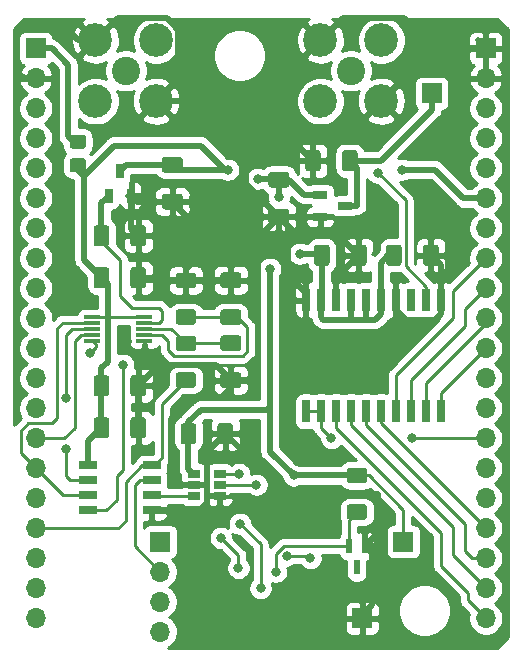
<source format=gbr>
%TF.GenerationSoftware,KiCad,Pcbnew,(5.1.9)-1*%
%TF.CreationDate,2021-08-30T10:52:12+01:00*%
%TF.ProjectId,projecto1,70726f6a-6563-4746-9f31-2e6b69636164,1.5*%
%TF.SameCoordinates,Original*%
%TF.FileFunction,Copper,L2,Bot*%
%TF.FilePolarity,Positive*%
%FSLAX46Y46*%
G04 Gerber Fmt 4.6, Leading zero omitted, Abs format (unit mm)*
G04 Created by KiCad (PCBNEW (5.1.9)-1) date 2021-08-30 10:52:12*
%MOMM*%
%LPD*%
G01*
G04 APERTURE LIST*
%TA.AperFunction,ComponentPad*%
%ADD10R,1.700000X1.700000*%
%TD*%
%TA.AperFunction,ComponentPad*%
%ADD11O,1.700000X1.700000*%
%TD*%
%TA.AperFunction,SMDPad,CuDef*%
%ADD12R,1.060000X0.650000*%
%TD*%
%TA.AperFunction,SMDPad,CuDef*%
%ADD13R,0.500000X1.290000*%
%TD*%
%TA.AperFunction,ComponentPad*%
%ADD14C,2.400000*%
%TD*%
%TA.AperFunction,ComponentPad*%
%ADD15C,2.850000*%
%TD*%
%TA.AperFunction,SMDPad,CuDef*%
%ADD16R,1.400000X0.300000*%
%TD*%
%TA.AperFunction,SMDPad,CuDef*%
%ADD17R,0.650000X1.250000*%
%TD*%
%TA.AperFunction,SMDPad,CuDef*%
%ADD18R,1.500000X0.650000*%
%TD*%
%TA.AperFunction,SMDPad,CuDef*%
%ADD19R,1.250000X0.650000*%
%TD*%
%TA.AperFunction,SMDPad,CuDef*%
%ADD20R,0.650000X1.925000*%
%TD*%
%TA.AperFunction,ViaPad*%
%ADD21C,0.800000*%
%TD*%
%TA.AperFunction,Conductor*%
%ADD22C,0.500000*%
%TD*%
%TA.AperFunction,Conductor*%
%ADD23C,0.250000*%
%TD*%
%TA.AperFunction,Conductor*%
%ADD24C,0.254000*%
%TD*%
%TA.AperFunction,Conductor*%
%ADD25C,0.100000*%
%TD*%
G04 APERTURE END LIST*
D10*
%TO.P,J4,1*%
%TO.N,3V3*%
X59055000Y-70358000D03*
%TD*%
%TO.P,R6,2*%
%TO.N,MCU3V3*%
%TA.AperFunction,SMDPad,CuDef*%
G36*
G01*
X31946001Y-37091000D02*
X31045999Y-37091000D01*
G75*
G02*
X30796000Y-36841001I0J249999D01*
G01*
X30796000Y-36140999D01*
G75*
G02*
X31045999Y-35891000I249999J0D01*
G01*
X31946001Y-35891000D01*
G75*
G02*
X32196000Y-36140999I0J-249999D01*
G01*
X32196000Y-36841001D01*
G75*
G02*
X31946001Y-37091000I-249999J0D01*
G01*
G37*
%TD.AperFunction*%
%TO.P,R6,1*%
%TO.N,3V3*%
%TA.AperFunction,SMDPad,CuDef*%
G36*
G01*
X31946001Y-39091000D02*
X31045999Y-39091000D01*
G75*
G02*
X30796000Y-38841001I0J249999D01*
G01*
X30796000Y-38140999D01*
G75*
G02*
X31045999Y-37891000I249999J0D01*
G01*
X31946001Y-37891000D01*
G75*
G02*
X32196000Y-38140999I0J-249999D01*
G01*
X32196000Y-38841001D01*
G75*
G02*
X31946001Y-39091000I-249999J0D01*
G01*
G37*
%TD.AperFunction*%
%TD*%
D11*
%TO.P,J8,4*%
%TO.N,AD_trig*%
X38481000Y-77978000D03*
%TO.P,J8,3*%
%TO.N,AD_sp*%
X38481000Y-75438000D03*
%TO.P,J8,2*%
%TO.N,Video*%
X38481000Y-72898000D03*
D10*
%TO.P,J8,1*%
%TO.N,CLK*%
X38481000Y-70358000D03*
%TD*%
%TO.P,J5,1*%
%TO.N,5V*%
X61468000Y-32385000D03*
%TD*%
D12*
%TO.P,U2,5*%
%TO.N,SCL*%
X43518000Y-65532000D03*
%TO.P,U2,6*%
%TO.N,GND*%
X43518000Y-66482000D03*
%TO.P,U2,4*%
%TO.N,SDA*%
X43518000Y-64582000D03*
%TO.P,U2,3*%
%TO.N,3V3*%
X41318000Y-64582000D03*
%TO.P,U2,2*%
%TO.N,GND*%
X41318000Y-65532000D03*
%TO.P,U2,1*%
%TO.N,PGA_Vref*%
X41318000Y-66482000D03*
%TD*%
D13*
%TO.P,U1,3*%
%TO.N,N/C*%
X55118000Y-72538000D03*
%TO.P,U1,2*%
%TO.N,GND*%
X55768000Y-70718000D03*
%TO.P,U1,1*%
%TO.N,Fvref*%
X54468000Y-70718000D03*
%TD*%
%TO.P,R3,2*%
%TO.N,/ADC-*%
%TA.AperFunction,SMDPad,CuDef*%
G36*
G01*
X40014999Y-50684000D02*
X41265001Y-50684000D01*
G75*
G02*
X41515000Y-50933999I0J-249999D01*
G01*
X41515000Y-51734001D01*
G75*
G02*
X41265001Y-51984000I-249999J0D01*
G01*
X40014999Y-51984000D01*
G75*
G02*
X39765000Y-51734001I0J249999D01*
G01*
X39765000Y-50933999D01*
G75*
G02*
X40014999Y-50684000I249999J0D01*
G01*
G37*
%TD.AperFunction*%
%TO.P,R3,1*%
%TO.N,GND*%
%TA.AperFunction,SMDPad,CuDef*%
G36*
G01*
X40014999Y-47584000D02*
X41265001Y-47584000D01*
G75*
G02*
X41515000Y-47833999I0J-249999D01*
G01*
X41515000Y-48634001D01*
G75*
G02*
X41265001Y-48884000I-249999J0D01*
G01*
X40014999Y-48884000D01*
G75*
G02*
X39765000Y-48634001I0J249999D01*
G01*
X39765000Y-47833999D01*
G75*
G02*
X40014999Y-47584000I249999J0D01*
G01*
G37*
%TD.AperFunction*%
%TD*%
%TO.P,R2,2*%
%TO.N,PGA_Output*%
%TA.AperFunction,SMDPad,CuDef*%
G36*
G01*
X40014999Y-56018000D02*
X41265001Y-56018000D01*
G75*
G02*
X41515000Y-56267999I0J-249999D01*
G01*
X41515000Y-57068001D01*
G75*
G02*
X41265001Y-57318000I-249999J0D01*
G01*
X40014999Y-57318000D01*
G75*
G02*
X39765000Y-57068001I0J249999D01*
G01*
X39765000Y-56267999D01*
G75*
G02*
X40014999Y-56018000I249999J0D01*
G01*
G37*
%TD.AperFunction*%
%TO.P,R2,1*%
%TO.N,/ADC+*%
%TA.AperFunction,SMDPad,CuDef*%
G36*
G01*
X40014999Y-52918000D02*
X41265001Y-52918000D01*
G75*
G02*
X41515000Y-53167999I0J-249999D01*
G01*
X41515000Y-53968001D01*
G75*
G02*
X41265001Y-54218000I-249999J0D01*
G01*
X40014999Y-54218000D01*
G75*
G02*
X39765000Y-53968001I0J249999D01*
G01*
X39765000Y-53167999D01*
G75*
G02*
X40014999Y-52918000I249999J0D01*
G01*
G37*
%TD.AperFunction*%
%TD*%
%TO.P,R1,2*%
%TO.N,3V3*%
%TA.AperFunction,SMDPad,CuDef*%
G36*
G01*
X55743001Y-65394000D02*
X54492999Y-65394000D01*
G75*
G02*
X54243000Y-65144001I0J249999D01*
G01*
X54243000Y-64343999D01*
G75*
G02*
X54492999Y-64094000I249999J0D01*
G01*
X55743001Y-64094000D01*
G75*
G02*
X55993000Y-64343999I0J-249999D01*
G01*
X55993000Y-65144001D01*
G75*
G02*
X55743001Y-65394000I-249999J0D01*
G01*
G37*
%TD.AperFunction*%
%TO.P,R1,1*%
%TO.N,Fvref*%
%TA.AperFunction,SMDPad,CuDef*%
G36*
G01*
X55743001Y-68494000D02*
X54492999Y-68494000D01*
G75*
G02*
X54243000Y-68244001I0J249999D01*
G01*
X54243000Y-67443999D01*
G75*
G02*
X54492999Y-67194000I249999J0D01*
G01*
X55743001Y-67194000D01*
G75*
G02*
X55993000Y-67443999I0J-249999D01*
G01*
X55993000Y-68244001D01*
G75*
G02*
X55743001Y-68494000I-249999J0D01*
G01*
G37*
%TD.AperFunction*%
%TD*%
D10*
%TO.P,J9,1*%
%TO.N,GND*%
X55562500Y-76835000D03*
%TD*%
D14*
%TO.P,J7,1*%
%TO.N,PWM*%
X54610000Y-30480000D03*
D15*
%TO.P,J7,2*%
%TO.N,GND*%
X52035000Y-27905000D03*
%TO.P,J7,3*%
%TO.N,N/C*%
X52035000Y-33055000D03*
%TO.P,J7,4*%
%TO.N,GND*%
X57185000Y-33055000D03*
%TO.P,J7,5*%
%TO.N,N/C*%
X57185000Y-27905000D03*
%TD*%
%TO.P,J6,5*%
%TO.N,N/C*%
X38135000Y-27905000D03*
%TO.P,J6,4*%
%TO.N,GND*%
X38135000Y-33055000D03*
%TO.P,J6,3*%
%TO.N,N/C*%
X32985000Y-33055000D03*
%TO.P,J6,2*%
%TO.N,GND*%
X32985000Y-27905000D03*
D14*
%TO.P,J6,1*%
%TO.N,/ANALOG_OUT*%
X35560000Y-30480000D03*
%TD*%
D11*
%TO.P,J3,20*%
%TO.N,DAC_D0*%
X66040000Y-76835000D03*
%TO.P,J3,19*%
%TO.N,DAC_D1*%
X66040000Y-74295000D03*
%TO.P,J3,18*%
%TO.N,DAC_D2*%
X66040000Y-71755000D03*
%TO.P,J3,17*%
%TO.N,DAC_D3*%
X66040000Y-69215000D03*
%TO.P,J3,16*%
%TO.N,N/C*%
X66040000Y-66675000D03*
%TO.P,J3,15*%
X66040000Y-64135000D03*
%TO.P,J3,14*%
%TO.N,CS_DAC*%
X66040000Y-61595000D03*
%TO.P,J3,13*%
%TO.N,N/C*%
X66040000Y-59055000D03*
%TO.P,J3,12*%
X66040000Y-56515000D03*
%TO.P,J3,11*%
%TO.N,DAC_D7*%
X66040000Y-53975000D03*
%TO.P,J3,10*%
%TO.N,DAC_D6*%
X66040000Y-51435000D03*
%TO.P,J3,9*%
%TO.N,DAC_D5*%
X66040000Y-48895000D03*
%TO.P,J3,8*%
%TO.N,DAC_D4*%
X66040000Y-46355000D03*
%TO.P,J3,7*%
%TO.N,N/C*%
X66040000Y-43815000D03*
%TO.P,J3,6*%
%TO.N,PWM*%
X66040000Y-41275000D03*
%TO.P,J3,5*%
%TO.N,SCL*%
X66040000Y-38735000D03*
%TO.P,J3,4*%
%TO.N,SDA*%
X66040000Y-36195000D03*
%TO.P,J3,3*%
%TO.N,N/C*%
X66040000Y-33655000D03*
%TO.P,J3,2*%
%TO.N,GND*%
X66040000Y-31115000D03*
D10*
%TO.P,J3,1*%
X66040000Y-28575000D03*
%TD*%
D11*
%TO.P,J1,20*%
%TO.N,AD_trig*%
X27940000Y-76835000D03*
%TO.P,J1,19*%
%TO.N,AD_sp*%
X27940000Y-74295000D03*
%TO.P,J1,18*%
%TO.N,N/C*%
X27940000Y-71755000D03*
%TO.P,J1,17*%
%TO.N,PGA_Output*%
X27940000Y-69215000D03*
%TO.P,J1,16*%
%TO.N,CLK*%
X27940000Y-66675000D03*
%TO.P,J1,15*%
%TO.N,MOSI*%
X27940000Y-64135000D03*
%TO.P,J1,14*%
%TO.N,MISO*%
X27940000Y-61595000D03*
%TO.P,J1,13*%
%TO.N,SCK*%
X27940000Y-59055000D03*
%TO.P,J1,12*%
%TO.N,Cf_select*%
X27940000Y-56515000D03*
%TO.P,J1,11*%
%TO.N,Reset*%
X27940000Y-53975000D03*
%TO.P,J1,10*%
%TO.N,CS_PGA*%
X27940000Y-51435000D03*
%TO.P,J1,9*%
%TO.N,CS_ADC*%
X27940000Y-48895000D03*
%TO.P,J1,8*%
%TO.N,N/C*%
X27940000Y-46355000D03*
%TO.P,J1,7*%
X27940000Y-43815000D03*
%TO.P,J1,6*%
X27940000Y-41275000D03*
%TO.P,J1,5*%
X27940000Y-38735000D03*
%TO.P,J1,4*%
X27940000Y-36195000D03*
%TO.P,J1,3*%
X27940000Y-33655000D03*
%TO.P,J1,2*%
%TO.N,GND*%
X27940000Y-31115000D03*
D10*
%TO.P,J1,1*%
%TO.N,MCU3V3*%
X27940000Y-28575000D03*
%TD*%
D16*
%TO.P,IC5,10*%
%TO.N,3V3*%
X32725000Y-51324000D03*
%TO.P,IC5,9*%
%TO.N,MOSI*%
X32725000Y-51824000D03*
%TO.P,IC5,8*%
%TO.N,SCK*%
X32725000Y-52324000D03*
%TO.P,IC5,7*%
%TO.N,MISO*%
X32725000Y-52824000D03*
%TO.P,IC5,6*%
%TO.N,CS_ADC*%
X32725000Y-53324000D03*
%TO.P,IC5,5*%
%TO.N,GND*%
X37125000Y-53324000D03*
%TO.P,IC5,4*%
%TO.N,/ADC-*%
X37125000Y-52824000D03*
%TO.P,IC5,3*%
%TO.N,/ADC+*%
X37125000Y-52324000D03*
%TO.P,IC5,2*%
%TO.N,1V8*%
X37125000Y-51824000D03*
%TO.P,IC5,1*%
%TO.N,3V3*%
X37125000Y-51324000D03*
%TD*%
D17*
%TO.P,IC4,3*%
%TO.N,3V3*%
X35052000Y-38955000D03*
%TO.P,IC4,2*%
%TO.N,1V8*%
X34102000Y-41055000D03*
%TO.P,IC4,1*%
%TO.N,GND*%
X36002000Y-41055000D03*
%TD*%
D18*
%TO.P,IC3,8*%
%TO.N,3V3*%
X32352000Y-63881000D03*
%TO.P,IC3,7*%
%TO.N,SCK*%
X32352000Y-65151000D03*
%TO.P,IC3,6*%
%TO.N,MOSI*%
X32352000Y-66421000D03*
%TO.P,IC3,5*%
%TO.N,CS_PGA*%
X32352000Y-67691000D03*
%TO.P,IC3,4*%
%TO.N,GND*%
X37752000Y-67691000D03*
%TO.P,IC3,3*%
%TO.N,PGA_Vref*%
X37752000Y-66421000D03*
%TO.P,IC3,2*%
%TO.N,Video*%
X37752000Y-65151000D03*
%TO.P,IC3,1*%
%TO.N,PGA_Output*%
X37752000Y-63881000D03*
%TD*%
D19*
%TO.P,IC2,3*%
%TO.N,5V*%
X54102000Y-41910000D03*
%TO.P,IC2,2*%
%TO.N,3V3*%
X52002000Y-40960000D03*
%TO.P,IC2,1*%
%TO.N,GND*%
X52002000Y-42860000D03*
%TD*%
D20*
%TO.P,IC1,20*%
%TO.N,GND*%
X62230000Y-49898000D03*
%TO.P,IC1,19*%
%TO.N,/ANALOG_OUT*%
X60960000Y-49898000D03*
%TO.P,IC1,18*%
%TO.N,N/C*%
X59690000Y-49898000D03*
%TO.P,IC1,17*%
%TO.N,GND*%
X58420000Y-49898000D03*
%TO.P,IC1,16*%
%TO.N,3V3*%
X57150000Y-49898000D03*
%TO.P,IC1,15*%
X55880000Y-49898000D03*
%TO.P,IC1,14*%
X54610000Y-49898000D03*
%TO.P,IC1,13*%
%TO.N,GND*%
X53340000Y-49898000D03*
%TO.P,IC1,12*%
%TO.N,3V3*%
X52070000Y-49898000D03*
%TO.P,IC1,11*%
%TO.N,GND*%
X50800000Y-49898000D03*
%TO.P,IC1,10*%
%TO.N,CS_DAC*%
X50800000Y-59322000D03*
%TO.P,IC1,9*%
X52070000Y-59322000D03*
%TO.P,IC1,8*%
%TO.N,DAC_D0*%
X53340000Y-59322000D03*
%TO.P,IC1,7*%
%TO.N,DAC_D1*%
X54610000Y-59322000D03*
%TO.P,IC1,6*%
%TO.N,DAC_D2*%
X55880000Y-59322000D03*
%TO.P,IC1,5*%
%TO.N,DAC_D3*%
X57150000Y-59322000D03*
%TO.P,IC1,4*%
%TO.N,DAC_D4*%
X58420000Y-59322000D03*
%TO.P,IC1,3*%
%TO.N,DAC_D5*%
X59690000Y-59322000D03*
%TO.P,IC1,2*%
%TO.N,DAC_D6*%
X60960000Y-59322000D03*
%TO.P,IC1,1*%
%TO.N,DAC_D7*%
X62230000Y-59322000D03*
%TD*%
%TO.P,C12,2*%
%TO.N,GND*%
%TA.AperFunction,SMDPad,CuDef*%
G36*
G01*
X35952000Y-48656002D02*
X35952000Y-47355998D01*
G75*
G02*
X36201998Y-47106000I249998J0D01*
G01*
X37027002Y-47106000D01*
G75*
G02*
X37277000Y-47355998I0J-249998D01*
G01*
X37277000Y-48656002D01*
G75*
G02*
X37027002Y-48906000I-249998J0D01*
G01*
X36201998Y-48906000D01*
G75*
G02*
X35952000Y-48656002I0J249998D01*
G01*
G37*
%TD.AperFunction*%
%TO.P,C12,1*%
%TO.N,3V3*%
%TA.AperFunction,SMDPad,CuDef*%
G36*
G01*
X32827000Y-48656002D02*
X32827000Y-47355998D01*
G75*
G02*
X33076998Y-47106000I249998J0D01*
G01*
X33902002Y-47106000D01*
G75*
G02*
X34152000Y-47355998I0J-249998D01*
G01*
X34152000Y-48656002D01*
G75*
G02*
X33902002Y-48906000I-249998J0D01*
G01*
X33076998Y-48906000D01*
G75*
G02*
X32827000Y-48656002I0J249998D01*
G01*
G37*
%TD.AperFunction*%
%TD*%
%TO.P,C11,2*%
%TO.N,GND*%
%TA.AperFunction,SMDPad,CuDef*%
G36*
G01*
X38846998Y-40905000D02*
X40147002Y-40905000D01*
G75*
G02*
X40397000Y-41154998I0J-249998D01*
G01*
X40397000Y-41980002D01*
G75*
G02*
X40147002Y-42230000I-249998J0D01*
G01*
X38846998Y-42230000D01*
G75*
G02*
X38597000Y-41980002I0J249998D01*
G01*
X38597000Y-41154998D01*
G75*
G02*
X38846998Y-40905000I249998J0D01*
G01*
G37*
%TD.AperFunction*%
%TO.P,C11,1*%
%TO.N,3V3*%
%TA.AperFunction,SMDPad,CuDef*%
G36*
G01*
X38846998Y-37780000D02*
X40147002Y-37780000D01*
G75*
G02*
X40397000Y-38029998I0J-249998D01*
G01*
X40397000Y-38855002D01*
G75*
G02*
X40147002Y-39105000I-249998J0D01*
G01*
X38846998Y-39105000D01*
G75*
G02*
X38597000Y-38855002I0J249998D01*
G01*
X38597000Y-38029998D01*
G75*
G02*
X38846998Y-37780000I249998J0D01*
G01*
G37*
%TD.AperFunction*%
%TD*%
%TO.P,C10,2*%
%TO.N,GND*%
%TA.AperFunction,SMDPad,CuDef*%
G36*
G01*
X45100002Y-48884000D02*
X43799998Y-48884000D01*
G75*
G02*
X43550000Y-48634002I0J249998D01*
G01*
X43550000Y-47808998D01*
G75*
G02*
X43799998Y-47559000I249998J0D01*
G01*
X45100002Y-47559000D01*
G75*
G02*
X45350000Y-47808998I0J-249998D01*
G01*
X45350000Y-48634002D01*
G75*
G02*
X45100002Y-48884000I-249998J0D01*
G01*
G37*
%TD.AperFunction*%
%TO.P,C10,1*%
%TO.N,/ADC-*%
%TA.AperFunction,SMDPad,CuDef*%
G36*
G01*
X45100002Y-52009000D02*
X43799998Y-52009000D01*
G75*
G02*
X43550000Y-51759002I0J249998D01*
G01*
X43550000Y-50933998D01*
G75*
G02*
X43799998Y-50684000I249998J0D01*
G01*
X45100002Y-50684000D01*
G75*
G02*
X45350000Y-50933998I0J-249998D01*
G01*
X45350000Y-51759002D01*
G75*
G02*
X45100002Y-52009000I-249998J0D01*
G01*
G37*
%TD.AperFunction*%
%TD*%
%TO.P,C9,2*%
%TO.N,GND*%
%TA.AperFunction,SMDPad,CuDef*%
G36*
G01*
X35952000Y-45100002D02*
X35952000Y-43799998D01*
G75*
G02*
X36201998Y-43550000I249998J0D01*
G01*
X37027002Y-43550000D01*
G75*
G02*
X37277000Y-43799998I0J-249998D01*
G01*
X37277000Y-45100002D01*
G75*
G02*
X37027002Y-45350000I-249998J0D01*
G01*
X36201998Y-45350000D01*
G75*
G02*
X35952000Y-45100002I0J249998D01*
G01*
G37*
%TD.AperFunction*%
%TO.P,C9,1*%
%TO.N,1V8*%
%TA.AperFunction,SMDPad,CuDef*%
G36*
G01*
X32827000Y-45100002D02*
X32827000Y-43799998D01*
G75*
G02*
X33076998Y-43550000I249998J0D01*
G01*
X33902002Y-43550000D01*
G75*
G02*
X34152000Y-43799998I0J-249998D01*
G01*
X34152000Y-45100002D01*
G75*
G02*
X33902002Y-45350000I-249998J0D01*
G01*
X33076998Y-45350000D01*
G75*
G02*
X32827000Y-45100002I0J249998D01*
G01*
G37*
%TD.AperFunction*%
%TD*%
%TO.P,C8,2*%
%TO.N,GND*%
%TA.AperFunction,SMDPad,CuDef*%
G36*
G01*
X43799998Y-56018000D02*
X45100002Y-56018000D01*
G75*
G02*
X45350000Y-56267998I0J-249998D01*
G01*
X45350000Y-57093002D01*
G75*
G02*
X45100002Y-57343000I-249998J0D01*
G01*
X43799998Y-57343000D01*
G75*
G02*
X43550000Y-57093002I0J249998D01*
G01*
X43550000Y-56267998D01*
G75*
G02*
X43799998Y-56018000I249998J0D01*
G01*
G37*
%TD.AperFunction*%
%TO.P,C8,1*%
%TO.N,/ADC+*%
%TA.AperFunction,SMDPad,CuDef*%
G36*
G01*
X43799998Y-52893000D02*
X45100002Y-52893000D01*
G75*
G02*
X45350000Y-53142998I0J-249998D01*
G01*
X45350000Y-53968002D01*
G75*
G02*
X45100002Y-54218000I-249998J0D01*
G01*
X43799998Y-54218000D01*
G75*
G02*
X43550000Y-53968002I0J249998D01*
G01*
X43550000Y-53142998D01*
G75*
G02*
X43799998Y-52893000I249998J0D01*
G01*
G37*
%TD.AperFunction*%
%TD*%
%TO.P,C7,2*%
%TO.N,GND*%
%TA.AperFunction,SMDPad,CuDef*%
G36*
G01*
X60717000Y-46751002D02*
X60717000Y-45450998D01*
G75*
G02*
X60966998Y-45201000I249998J0D01*
G01*
X61792002Y-45201000D01*
G75*
G02*
X62042000Y-45450998I0J-249998D01*
G01*
X62042000Y-46751002D01*
G75*
G02*
X61792002Y-47001000I-249998J0D01*
G01*
X60966998Y-47001000D01*
G75*
G02*
X60717000Y-46751002I0J249998D01*
G01*
G37*
%TD.AperFunction*%
%TO.P,C7,1*%
%TO.N,3V3*%
%TA.AperFunction,SMDPad,CuDef*%
G36*
G01*
X57592000Y-46751002D02*
X57592000Y-45450998D01*
G75*
G02*
X57841998Y-45201000I249998J0D01*
G01*
X58667002Y-45201000D01*
G75*
G02*
X58917000Y-45450998I0J-249998D01*
G01*
X58917000Y-46751002D01*
G75*
G02*
X58667002Y-47001000I-249998J0D01*
G01*
X57841998Y-47001000D01*
G75*
G02*
X57592000Y-46751002I0J249998D01*
G01*
G37*
%TD.AperFunction*%
%TD*%
%TO.P,C6,2*%
%TO.N,GND*%
%TA.AperFunction,SMDPad,CuDef*%
G36*
G01*
X35952000Y-61356002D02*
X35952000Y-60055998D01*
G75*
G02*
X36201998Y-59806000I249998J0D01*
G01*
X37027002Y-59806000D01*
G75*
G02*
X37277000Y-60055998I0J-249998D01*
G01*
X37277000Y-61356002D01*
G75*
G02*
X37027002Y-61606000I-249998J0D01*
G01*
X36201998Y-61606000D01*
G75*
G02*
X35952000Y-61356002I0J249998D01*
G01*
G37*
%TD.AperFunction*%
%TO.P,C6,1*%
%TO.N,3V3*%
%TA.AperFunction,SMDPad,CuDef*%
G36*
G01*
X32827000Y-61356002D02*
X32827000Y-60055998D01*
G75*
G02*
X33076998Y-59806000I249998J0D01*
G01*
X33902002Y-59806000D01*
G75*
G02*
X34152000Y-60055998I0J-249998D01*
G01*
X34152000Y-61356002D01*
G75*
G02*
X33902002Y-61606000I-249998J0D01*
G01*
X33076998Y-61606000D01*
G75*
G02*
X32827000Y-61356002I0J249998D01*
G01*
G37*
%TD.AperFunction*%
%TD*%
%TO.P,C5,2*%
%TO.N,GND*%
%TA.AperFunction,SMDPad,CuDef*%
G36*
G01*
X54621000Y-46751002D02*
X54621000Y-45450998D01*
G75*
G02*
X54870998Y-45201000I249998J0D01*
G01*
X55696002Y-45201000D01*
G75*
G02*
X55946000Y-45450998I0J-249998D01*
G01*
X55946000Y-46751002D01*
G75*
G02*
X55696002Y-47001000I-249998J0D01*
G01*
X54870998Y-47001000D01*
G75*
G02*
X54621000Y-46751002I0J249998D01*
G01*
G37*
%TD.AperFunction*%
%TO.P,C5,1*%
%TO.N,3V3*%
%TA.AperFunction,SMDPad,CuDef*%
G36*
G01*
X51496000Y-46751002D02*
X51496000Y-45450998D01*
G75*
G02*
X51745998Y-45201000I249998J0D01*
G01*
X52571002Y-45201000D01*
G75*
G02*
X52821000Y-45450998I0J-249998D01*
G01*
X52821000Y-46751002D01*
G75*
G02*
X52571002Y-47001000I-249998J0D01*
G01*
X51745998Y-47001000D01*
G75*
G02*
X51496000Y-46751002I0J249998D01*
G01*
G37*
%TD.AperFunction*%
%TD*%
%TO.P,C4,2*%
%TO.N,GND*%
%TA.AperFunction,SMDPad,CuDef*%
G36*
G01*
X52059000Y-37449998D02*
X52059000Y-38750002D01*
G75*
G02*
X51809002Y-39000000I-249998J0D01*
G01*
X50983998Y-39000000D01*
G75*
G02*
X50734000Y-38750002I0J249998D01*
G01*
X50734000Y-37449998D01*
G75*
G02*
X50983998Y-37200000I249998J0D01*
G01*
X51809002Y-37200000D01*
G75*
G02*
X52059000Y-37449998I0J-249998D01*
G01*
G37*
%TD.AperFunction*%
%TO.P,C4,1*%
%TO.N,5V*%
%TA.AperFunction,SMDPad,CuDef*%
G36*
G01*
X55184000Y-37449998D02*
X55184000Y-38750002D01*
G75*
G02*
X54934002Y-39000000I-249998J0D01*
G01*
X54108998Y-39000000D01*
G75*
G02*
X53859000Y-38750002I0J249998D01*
G01*
X53859000Y-37449998D01*
G75*
G02*
X54108998Y-37200000I249998J0D01*
G01*
X54934002Y-37200000D01*
G75*
G02*
X55184000Y-37449998I0J-249998D01*
G01*
G37*
%TD.AperFunction*%
%TD*%
%TO.P,C3,1*%
%TO.N,3V3*%
%TA.AperFunction,SMDPad,CuDef*%
G36*
G01*
X47863998Y-39050000D02*
X49164002Y-39050000D01*
G75*
G02*
X49414000Y-39299998I0J-249998D01*
G01*
X49414000Y-40125002D01*
G75*
G02*
X49164002Y-40375000I-249998J0D01*
G01*
X47863998Y-40375000D01*
G75*
G02*
X47614000Y-40125002I0J249998D01*
G01*
X47614000Y-39299998D01*
G75*
G02*
X47863998Y-39050000I249998J0D01*
G01*
G37*
%TD.AperFunction*%
%TO.P,C3,2*%
%TO.N,GND*%
%TA.AperFunction,SMDPad,CuDef*%
G36*
G01*
X47863998Y-42175000D02*
X49164002Y-42175000D01*
G75*
G02*
X49414000Y-42424998I0J-249998D01*
G01*
X49414000Y-43250002D01*
G75*
G02*
X49164002Y-43500000I-249998J0D01*
G01*
X47863998Y-43500000D01*
G75*
G02*
X47614000Y-43250002I0J249998D01*
G01*
X47614000Y-42424998D01*
G75*
G02*
X47863998Y-42175000I249998J0D01*
G01*
G37*
%TD.AperFunction*%
%TD*%
%TO.P,C2,2*%
%TO.N,GND*%
%TA.AperFunction,SMDPad,CuDef*%
G36*
G01*
X35952000Y-57800002D02*
X35952000Y-56499998D01*
G75*
G02*
X36201998Y-56250000I249998J0D01*
G01*
X37027002Y-56250000D01*
G75*
G02*
X37277000Y-56499998I0J-249998D01*
G01*
X37277000Y-57800002D01*
G75*
G02*
X37027002Y-58050000I-249998J0D01*
G01*
X36201998Y-58050000D01*
G75*
G02*
X35952000Y-57800002I0J249998D01*
G01*
G37*
%TD.AperFunction*%
%TO.P,C2,1*%
%TO.N,3V3*%
%TA.AperFunction,SMDPad,CuDef*%
G36*
G01*
X32827000Y-57800002D02*
X32827000Y-56499998D01*
G75*
G02*
X33076998Y-56250000I249998J0D01*
G01*
X33902002Y-56250000D01*
G75*
G02*
X34152000Y-56499998I0J-249998D01*
G01*
X34152000Y-57800002D01*
G75*
G02*
X33902002Y-58050000I-249998J0D01*
G01*
X33076998Y-58050000D01*
G75*
G02*
X32827000Y-57800002I0J249998D01*
G01*
G37*
%TD.AperFunction*%
%TD*%
%TO.P,C1,2*%
%TO.N,GND*%
%TA.AperFunction,SMDPad,CuDef*%
G36*
G01*
X43318000Y-61864002D02*
X43318000Y-60563998D01*
G75*
G02*
X43567998Y-60314000I249998J0D01*
G01*
X44393002Y-60314000D01*
G75*
G02*
X44643000Y-60563998I0J-249998D01*
G01*
X44643000Y-61864002D01*
G75*
G02*
X44393002Y-62114000I-249998J0D01*
G01*
X43567998Y-62114000D01*
G75*
G02*
X43318000Y-61864002I0J249998D01*
G01*
G37*
%TD.AperFunction*%
%TO.P,C1,1*%
%TO.N,3V3*%
%TA.AperFunction,SMDPad,CuDef*%
G36*
G01*
X40193000Y-61864002D02*
X40193000Y-60563998D01*
G75*
G02*
X40442998Y-60314000I249998J0D01*
G01*
X41268002Y-60314000D01*
G75*
G02*
X41518000Y-60563998I0J-249998D01*
G01*
X41518000Y-61864002D01*
G75*
G02*
X41268002Y-62114000I-249998J0D01*
G01*
X40442998Y-62114000D01*
G75*
G02*
X40193000Y-61864002I0J249998D01*
G01*
G37*
%TD.AperFunction*%
%TD*%
D21*
%TO.N,3V3*%
X48514000Y-41148000D03*
X46736000Y-39624000D03*
X44196000Y-38862000D03*
X47752000Y-47244000D03*
X50292000Y-45974000D03*
X49758000Y-64744000D03*
%TO.N,CS_DAC*%
X59817000Y-61595000D03*
X52959000Y-61595000D03*
%TO.N,SCK*%
X30480000Y-58166000D03*
X30480000Y-62484000D03*
%TO.N,CS_PGA*%
X35306000Y-55372000D03*
%TO.N,CS_ADC*%
X32512000Y-54356000D03*
%TO.N,Cf_select*%
X51181000Y-71755000D03*
X49175278Y-71535471D03*
%TO.N,Reset*%
X45212000Y-68834000D03*
X46965010Y-74286119D03*
%TO.N,CLK*%
X43624500Y-70040500D03*
X45085000Y-72580500D03*
%TO.N,PWM*%
X58928000Y-38862000D03*
%TO.N,SCL*%
X46608992Y-65532000D03*
%TO.N,SDA*%
X45148500Y-64643000D03*
%TO.N,/ANALOG_OUT*%
X56896000Y-39116000D03*
%TO.N,Fvref*%
X48260000Y-72898000D03*
%TD*%
D22*
%TO.N,3V3*%
X32352000Y-61843500D02*
X33489500Y-60706000D01*
X32352000Y-63881000D02*
X32352000Y-61843500D01*
X33489500Y-60706000D02*
X33489500Y-57150000D01*
X35564500Y-38442500D02*
X35052000Y-38955000D01*
X39497000Y-38442500D02*
X35564500Y-38442500D01*
X52158500Y-49809500D02*
X52070000Y-49898000D01*
X52158500Y-46101000D02*
X52158500Y-49809500D01*
X52070000Y-51360500D02*
X52271500Y-51562000D01*
X52070000Y-49898000D02*
X52070000Y-51360500D01*
X56642000Y-51562000D02*
X57150000Y-51054000D01*
X57150000Y-51054000D02*
X57150000Y-49898000D01*
X58254500Y-46101000D02*
X57785000Y-46101000D01*
X57150000Y-46736000D02*
X57150000Y-49898000D01*
X57785000Y-46101000D02*
X57150000Y-46736000D01*
X55880000Y-51562000D02*
X55880000Y-49898000D01*
X55880000Y-51562000D02*
X56642000Y-51562000D01*
X54610000Y-51562000D02*
X54610000Y-49898000D01*
X52271500Y-51562000D02*
X54610000Y-51562000D01*
X54610000Y-51562000D02*
X55880000Y-51562000D01*
X41318000Y-64582000D02*
X41214000Y-64582000D01*
X40855500Y-64223500D02*
X40855500Y-61214000D01*
X41214000Y-64582000D02*
X40855500Y-64223500D01*
X34036000Y-48552500D02*
X33489500Y-48006000D01*
X33489500Y-55664500D02*
X34036000Y-55118000D01*
X33489500Y-57150000D02*
X33489500Y-55664500D01*
D23*
X32741000Y-51308000D02*
X32725000Y-51324000D01*
X34036000Y-51308000D02*
X32741000Y-51308000D01*
D22*
X34036000Y-55118000D02*
X34036000Y-51308000D01*
X34036000Y-51308000D02*
X34036000Y-48552500D01*
D23*
X37109000Y-51308000D02*
X37125000Y-51324000D01*
X34036000Y-51308000D02*
X37109000Y-51308000D01*
D22*
X52158500Y-46101000D02*
X51777500Y-46101000D01*
X47752000Y-49530000D02*
X47752000Y-58928000D01*
X47498000Y-59182000D02*
X47752000Y-58928000D01*
X41910000Y-59182000D02*
X47498000Y-59182000D01*
X40855500Y-60236500D02*
X41910000Y-59182000D01*
X40855500Y-61214000D02*
X40855500Y-60236500D01*
X49758000Y-64744000D02*
X49758000Y-64744000D01*
X47752000Y-62738000D02*
X49758000Y-64744000D01*
X47752000Y-58928000D02*
X47752000Y-62738000D01*
X49364500Y-39712500D02*
X48514000Y-39712500D01*
X50612000Y-40960000D02*
X49364500Y-39712500D01*
X52002000Y-40960000D02*
X50612000Y-40960000D01*
X48514000Y-39712500D02*
X48514000Y-41148000D01*
X48514000Y-41148000D02*
X48514000Y-41148000D01*
X48514000Y-39712500D02*
X46736000Y-39624000D01*
X46736000Y-39624000D02*
X46824500Y-39712500D01*
X33489500Y-47967500D02*
X33489500Y-48006000D01*
X32004000Y-46482000D02*
X33489500Y-47967500D01*
X34544000Y-36830000D02*
X32004000Y-39370000D01*
X41910000Y-36830000D02*
X34544000Y-36830000D01*
X43942000Y-38862000D02*
X41910000Y-36830000D01*
X44196000Y-38862000D02*
X43942000Y-38862000D01*
X39916500Y-38862000D02*
X39497000Y-38442500D01*
X44196000Y-38862000D02*
X39916500Y-38862000D01*
X52031500Y-45974000D02*
X52158500Y-46101000D01*
X50292000Y-45974000D02*
X52031500Y-45974000D01*
X47752000Y-49530000D02*
X47752000Y-47244000D01*
X49758000Y-64744000D02*
X55118000Y-64744000D01*
X31992500Y-39803000D02*
X32004000Y-39814500D01*
X32004000Y-39814500D02*
X32004000Y-46482000D01*
X32004000Y-39370000D02*
X32004000Y-39814500D01*
X31496000Y-38862000D02*
X32004000Y-39370000D01*
X31496000Y-38491000D02*
X31496000Y-38862000D01*
D23*
X59055000Y-67639814D02*
X59055000Y-70358000D01*
X56159186Y-64744000D02*
X59055000Y-67639814D01*
X55118000Y-64744000D02*
X56159186Y-64744000D01*
D22*
%TO.N,5V*%
X61468000Y-32385000D02*
X61468000Y-33782000D01*
X57150000Y-38100000D02*
X54521500Y-38100000D01*
X61468000Y-33782000D02*
X57150000Y-38100000D01*
X54102000Y-41910000D02*
X55118000Y-41910000D01*
X55118000Y-41910000D02*
X55118000Y-38696500D01*
X55118000Y-38696500D02*
X54521500Y-38100000D01*
%TO.N,1V8*%
X33489500Y-41667500D02*
X34102000Y-41055000D01*
X33489500Y-44450000D02*
X33489500Y-41667500D01*
D23*
X35052000Y-46482000D02*
X33489500Y-44919500D01*
X35052000Y-49530000D02*
X35052000Y-46482000D01*
X36068000Y-50546000D02*
X35052000Y-49530000D01*
X38608000Y-50800000D02*
X38354000Y-50546000D01*
X38608000Y-51562000D02*
X38608000Y-50800000D01*
X38354000Y-50546000D02*
X36068000Y-50546000D01*
X38354000Y-51816000D02*
X38608000Y-51562000D01*
X33489500Y-44919500D02*
X33489500Y-44450000D01*
X38100000Y-51816000D02*
X38354000Y-51816000D01*
X38092000Y-51824000D02*
X38100000Y-51816000D01*
X37125000Y-51824000D02*
X38092000Y-51824000D01*
%TO.N,PGA_Vref*%
X37813000Y-66482000D02*
X37752000Y-66421000D01*
X41318000Y-66482000D02*
X37813000Y-66482000D01*
%TO.N,CS_DAC*%
X50800000Y-59322000D02*
X52070000Y-59322000D01*
X66040000Y-61595000D02*
X59817000Y-61595000D01*
X59817000Y-61595000D02*
X59817000Y-61595000D01*
X52070000Y-60706000D02*
X52070000Y-59322000D01*
X52959000Y-61595000D02*
X52070000Y-60706000D01*
%TO.N,DAC_D0*%
X64516000Y-75311000D02*
X66040000Y-76835000D01*
X64516000Y-74676000D02*
X64516000Y-75311000D01*
X62230000Y-72390000D02*
X64516000Y-74676000D01*
X62230000Y-69596000D02*
X62230000Y-72390000D01*
X53340000Y-60706000D02*
X62230000Y-69596000D01*
X53340000Y-59322000D02*
X53340000Y-60706000D01*
%TO.N,DAC_D1*%
X63246000Y-71501000D02*
X66040000Y-74295000D01*
X63246000Y-69088000D02*
X63246000Y-71501000D01*
X54610000Y-60452000D02*
X63246000Y-69088000D01*
X54610000Y-59322000D02*
X54610000Y-60452000D01*
%TO.N,DAC_D2*%
X55880000Y-60452000D02*
X55880000Y-59322000D01*
X64262000Y-68834000D02*
X55880000Y-60452000D01*
X64262000Y-71120000D02*
X64262000Y-68834000D01*
X64897000Y-71755000D02*
X64262000Y-71120000D01*
X66040000Y-71755000D02*
X64897000Y-71755000D01*
%TO.N,DAC_D3*%
X57150000Y-60325000D02*
X57150000Y-59322000D01*
X66040000Y-69215000D02*
X57150000Y-60325000D01*
%TO.N,DAC_D4*%
X58420000Y-56259590D02*
X58420000Y-59322000D01*
X63246000Y-51433590D02*
X58420000Y-56259590D01*
X63246000Y-49149000D02*
X63246000Y-51433590D01*
X66040000Y-46355000D02*
X63246000Y-49149000D01*
%TO.N,DAC_D5*%
X64262000Y-50673000D02*
X66040000Y-48895000D01*
X64262000Y-52070000D02*
X64262000Y-50673000D01*
X59690000Y-56642000D02*
X64262000Y-52070000D01*
X59690000Y-59322000D02*
X59690000Y-56642000D01*
%TO.N,DAC_D6*%
X66040000Y-51816000D02*
X66040000Y-51435000D01*
X60960000Y-56896000D02*
X66040000Y-51816000D01*
X60960000Y-59322000D02*
X60960000Y-56896000D01*
%TO.N,DAC_D7*%
X62230000Y-57785000D02*
X66040000Y-53975000D01*
X62230000Y-59322000D02*
X62230000Y-57785000D01*
%TO.N,SCK*%
X30480000Y-58166000D02*
X30480000Y-58166000D01*
X30480000Y-62484000D02*
X30607000Y-62611000D01*
X32725000Y-52324000D02*
X30988000Y-52324000D01*
X32352000Y-65151000D02*
X30861000Y-65151000D01*
X30480000Y-64770000D02*
X30480000Y-62484000D01*
X30861000Y-65151000D02*
X30480000Y-64770000D01*
X30480000Y-52832000D02*
X30988000Y-52324000D01*
X30480000Y-58166000D02*
X30480000Y-52832000D01*
%TO.N,MOSI*%
X30226000Y-66421000D02*
X32352000Y-66421000D01*
X27940000Y-64135000D02*
X30226000Y-66421000D01*
X30218000Y-51824000D02*
X32725000Y-51824000D01*
X29754999Y-52287001D02*
X30218000Y-51824000D01*
X29754999Y-59907001D02*
X29754999Y-52287001D01*
X29337000Y-60325000D02*
X29754999Y-59907001D01*
X26670000Y-60960000D02*
X27305000Y-60325000D01*
X27305000Y-60325000D02*
X29337000Y-60325000D01*
X26670000Y-62865000D02*
X26670000Y-60960000D01*
X27940000Y-64135000D02*
X26670000Y-62865000D01*
%TO.N,CS_PGA*%
X33909000Y-67691000D02*
X34798000Y-66802000D01*
X32352000Y-67691000D02*
X33909000Y-67691000D01*
X35306000Y-55372000D02*
X35306000Y-64262000D01*
X35306000Y-64262000D02*
X34798000Y-64770000D01*
X34798000Y-64770000D02*
X34798000Y-66802000D01*
%TO.N,Video*%
X36322000Y-70739000D02*
X38481000Y-72898000D01*
X36752000Y-65151000D02*
X36322000Y-65581000D01*
X36322000Y-65581000D02*
X36322000Y-70739000D01*
X37752000Y-65151000D02*
X36752000Y-65151000D01*
%TO.N,PGA_Output*%
X37752000Y-63881000D02*
X36957000Y-63881000D01*
X36957000Y-63881000D02*
X35560000Y-65278000D01*
X35560000Y-65278000D02*
X35560000Y-68580000D01*
X34925000Y-69215000D02*
X27940000Y-69215000D01*
X35560000Y-68580000D02*
X34925000Y-69215000D01*
X37752000Y-63881000D02*
X37973000Y-63881000D01*
X37973000Y-63881000D02*
X38608000Y-63246000D01*
X38608000Y-58700000D02*
X40640000Y-56668000D01*
X38608000Y-63246000D02*
X38608000Y-58700000D01*
%TO.N,MISO*%
X31789998Y-52824000D02*
X32725000Y-52824000D01*
X31242000Y-53371998D02*
X31789998Y-52824000D01*
X31242000Y-60706000D02*
X31242000Y-53371998D01*
X30353000Y-61595000D02*
X31242000Y-60706000D01*
X27940000Y-61595000D02*
X30353000Y-61595000D01*
%TO.N,CS_ADC*%
X33020000Y-53619000D02*
X32725000Y-53324000D01*
X33020000Y-53848000D02*
X33020000Y-53619000D01*
X32512000Y-54356000D02*
X33020000Y-53848000D01*
%TO.N,Cf_select*%
X50961471Y-71535471D02*
X51181000Y-71755000D01*
X49175278Y-71535471D02*
X50961471Y-71535471D01*
%TO.N,Reset*%
X46994660Y-74417340D02*
X46994660Y-74417340D01*
X46965010Y-70587010D02*
X46965010Y-74286119D01*
X45212000Y-68834000D02*
X46965010Y-70587010D01*
%TO.N,CLK*%
X43624500Y-70040500D02*
X45085000Y-71501000D01*
X45085000Y-71501000D02*
X45085000Y-72580500D01*
D22*
%TO.N,PWM*%
X66040000Y-41275000D02*
X64135000Y-41275000D01*
X64135000Y-41275000D02*
X61722000Y-38862000D01*
X61722000Y-38862000D02*
X58928000Y-38862000D01*
X58928000Y-38862000D02*
X58928000Y-38862000D01*
D23*
%TO.N,SCL*%
X43518000Y-65532000D02*
X46608992Y-65532000D01*
%TO.N,SDA*%
X43518000Y-64582000D02*
X45087500Y-64582000D01*
X45087500Y-64582000D02*
X45148500Y-64643000D01*
D22*
%TO.N,GND*%
X62230000Y-46951500D02*
X62230000Y-49898000D01*
X61379500Y-46101000D02*
X62230000Y-46951500D01*
X62230000Y-49898000D02*
X62230000Y-51054000D01*
X62230000Y-51054000D02*
X61722000Y-51562000D01*
X58420000Y-50725502D02*
X58420000Y-49898000D01*
X59256498Y-51562000D02*
X58420000Y-50725502D01*
X61722000Y-51562000D02*
X59256498Y-51562000D01*
X36514500Y-41567500D02*
X36002000Y-41055000D01*
X39497000Y-41567500D02*
X36514500Y-41567500D01*
X36002000Y-43837500D02*
X36614500Y-44450000D01*
X36002000Y-41055000D02*
X36002000Y-43837500D01*
X40652500Y-48221500D02*
X40640000Y-48234000D01*
X44450000Y-48221500D02*
X40652500Y-48221500D01*
X36842500Y-48234000D02*
X36614500Y-48006000D01*
X40640000Y-48234000D02*
X36842500Y-48234000D01*
X50800000Y-51816000D02*
X50800000Y-49898000D01*
X51562000Y-52578000D02*
X50800000Y-51816000D01*
X57150000Y-52578000D02*
X51562000Y-52578000D01*
X58166000Y-51562000D02*
X57150000Y-52578000D01*
X59256498Y-51562000D02*
X58166000Y-51562000D01*
X53340000Y-48044500D02*
X53340000Y-49898000D01*
X55283500Y-46101000D02*
X53340000Y-48044500D01*
X43980500Y-61214000D02*
X43942000Y-61214000D01*
X43942000Y-61214000D02*
X42418000Y-62738000D01*
X42606000Y-66482000D02*
X43518000Y-66482000D01*
X42418000Y-66294000D02*
X42606000Y-66482000D01*
X42418000Y-65532000D02*
X41318000Y-65532000D01*
X42418000Y-62738000D02*
X42418000Y-65532000D01*
X42418000Y-65532000D02*
X42418000Y-66294000D01*
X36002000Y-41055000D02*
X35721000Y-41055000D01*
X42418000Y-66294000D02*
X42418000Y-67056000D01*
X41783000Y-67691000D02*
X37752000Y-67691000D01*
X42418000Y-67056000D02*
X41783000Y-67691000D01*
X36614500Y-60706000D02*
X36614500Y-57150000D01*
X65370000Y-27905000D02*
X66040000Y-28575000D01*
X66040000Y-31115000D02*
X66040000Y-28575000D01*
X56896000Y-69590000D02*
X55768000Y-70718000D01*
X56896000Y-66294000D02*
X56896000Y-69590000D01*
X55768000Y-70718000D02*
X56388000Y-71338000D01*
X56388000Y-75692000D02*
X55245000Y-76835000D01*
X56388000Y-71338000D02*
X56388000Y-75692000D01*
X44450000Y-57296250D02*
X44450000Y-56680500D01*
X43580250Y-58166000D02*
X44450000Y-57296250D01*
X39378966Y-59944000D02*
X41156966Y-58166000D01*
X39370000Y-59944000D02*
X39378966Y-59944000D01*
X39370000Y-65024000D02*
X39370000Y-59944000D01*
X39878000Y-65532000D02*
X39370000Y-65024000D01*
X41156966Y-58166000D02*
X43580250Y-58166000D01*
X41318000Y-65532000D02*
X39878000Y-65532000D01*
X46736000Y-55880000D02*
X46736000Y-50507500D01*
X45935500Y-56680500D02*
X46736000Y-55880000D01*
X44450000Y-56680500D02*
X45935500Y-56680500D01*
X45720000Y-62953500D02*
X43980500Y-61214000D01*
X49060500Y-66294000D02*
X45720000Y-62953500D01*
X56896000Y-66294000D02*
X49060500Y-66294000D01*
X44450000Y-56680500D02*
X44450000Y-56642000D01*
X44450000Y-56642000D02*
X43180000Y-55372000D01*
X38392500Y-55372000D02*
X36614500Y-57150000D01*
X43180000Y-55372000D02*
X38392500Y-55372000D01*
D23*
X38392500Y-55372000D02*
X38354000Y-55372000D01*
X37125000Y-54143000D02*
X37125000Y-53324000D01*
X38354000Y-55372000D02*
X37125000Y-54143000D01*
D22*
X51979500Y-42837500D02*
X52002000Y-42860000D01*
X48514000Y-42837500D02*
X51979500Y-42837500D01*
X40767000Y-42837500D02*
X39497000Y-41567500D01*
X48514000Y-42837500D02*
X40767000Y-42837500D01*
X46736000Y-44615500D02*
X46736000Y-50507500D01*
X40640000Y-48234000D02*
X40640000Y-47244000D01*
X40640000Y-47244000D02*
X43351250Y-44532750D01*
X43351250Y-44532750D02*
X46818750Y-44532750D01*
X46818750Y-44532750D02*
X46736000Y-44615500D01*
X48514000Y-42837500D02*
X46818750Y-44532750D01*
X45720000Y-38862000D02*
X45720000Y-40043500D01*
X46482000Y-38100000D02*
X45720000Y-38862000D01*
X45720000Y-40043500D02*
X48514000Y-42837500D01*
X51396500Y-38100000D02*
X46482000Y-38100000D01*
X49276000Y-43599500D02*
X48514000Y-42837500D01*
X49276000Y-47752000D02*
X49276000Y-43599500D01*
X50800000Y-49276000D02*
X49276000Y-47752000D01*
X50800000Y-49898000D02*
X50800000Y-49276000D01*
X55283500Y-46101000D02*
X55245000Y-46101000D01*
X55245000Y-46101000D02*
X53340000Y-44196000D01*
X49872500Y-44196000D02*
X49276000Y-43599500D01*
X53340000Y-44196000D02*
X49872500Y-44196000D01*
X31524500Y-27905000D02*
X32985000Y-27905000D01*
X30480000Y-26860500D02*
X31524500Y-27905000D01*
X26289000Y-27432000D02*
X26860500Y-26860500D01*
X26860500Y-26860500D02*
X30480000Y-26860500D01*
X26289000Y-30480000D02*
X26289000Y-27432000D01*
X26924000Y-31115000D02*
X26289000Y-30480000D01*
X27940000Y-31115000D02*
X26924000Y-31115000D01*
X50159999Y-36863499D02*
X51396500Y-38100000D01*
X50159999Y-36843752D02*
X50159999Y-36863499D01*
X46371247Y-33055000D02*
X50159999Y-36843752D01*
X38135000Y-33055000D02*
X46371247Y-33055000D01*
X61665000Y-28575000D02*
X66040000Y-28575000D01*
X57185000Y-33055000D02*
X61665000Y-28575000D01*
X53910001Y-26029999D02*
X52035000Y-27905000D01*
X59119999Y-26029999D02*
X53910001Y-26029999D01*
X61665000Y-28575000D02*
X59119999Y-26029999D01*
X40010001Y-31179999D02*
X38135000Y-33055000D01*
X40010001Y-27004999D02*
X40010001Y-31179999D01*
X39035001Y-26029999D02*
X40010001Y-27004999D01*
X34860001Y-26029999D02*
X39035001Y-26029999D01*
X32985000Y-27905000D02*
X34860001Y-26029999D01*
D23*
%TO.N,/ADC+*%
X40627500Y-53555500D02*
X40640000Y-53568000D01*
X40652500Y-53555500D02*
X40640000Y-53568000D01*
X44450000Y-53555500D02*
X40652500Y-53555500D01*
X39396000Y-52324000D02*
X37125000Y-52324000D01*
X40640000Y-53568000D02*
X39396000Y-52324000D01*
%TO.N,/ADC-*%
X40627500Y-51346500D02*
X40640000Y-51334000D01*
X40652500Y-51346500D02*
X40640000Y-51334000D01*
X44450000Y-51346500D02*
X40652500Y-51346500D01*
X38600000Y-52824000D02*
X37125000Y-52824000D01*
X39116000Y-53340000D02*
X38600000Y-52824000D01*
X39116000Y-54102000D02*
X39116000Y-53340000D01*
X39624000Y-54610000D02*
X39116000Y-54102000D01*
X45466000Y-54610000D02*
X39624000Y-54610000D01*
X45847000Y-54229000D02*
X45466000Y-54610000D01*
X45847000Y-52197000D02*
X45847000Y-54229000D01*
X44996500Y-51346500D02*
X45847000Y-52197000D01*
X44450000Y-51346500D02*
X44996500Y-51346500D01*
%TO.N,/ANALOG_OUT*%
X60960000Y-49898000D02*
X60960000Y-48768000D01*
X59242010Y-47050010D02*
X59242010Y-41462010D01*
X60960000Y-48768000D02*
X59242010Y-47050010D01*
X59242010Y-41462010D02*
X56896000Y-39116000D01*
X56896000Y-39116000D02*
X56896000Y-39116000D01*
%TO.N,Fvref*%
X54468000Y-68494000D02*
X55118000Y-67844000D01*
X54468000Y-70718000D02*
X54468000Y-68494000D01*
X48260000Y-71374000D02*
X48260000Y-72898000D01*
X48916000Y-70718000D02*
X48260000Y-71374000D01*
X54468000Y-70718000D02*
X48916000Y-70718000D01*
D22*
%TO.N,MCU3V3*%
X29273500Y-28575000D02*
X30670500Y-29972000D01*
X30670500Y-29972000D02*
X30670500Y-36004500D01*
X27940000Y-28575000D02*
X29273500Y-28575000D01*
X31157000Y-36491000D02*
X30670500Y-36004500D01*
X31496000Y-36491000D02*
X31157000Y-36491000D01*
%TD*%
D24*
%TO.N,GND*%
X50923342Y-26158868D02*
X50776355Y-26466750D01*
X52035000Y-27725395D01*
X53293645Y-26466750D01*
X53146658Y-26158868D01*
X53000788Y-26085000D01*
X56200921Y-26085000D01*
X55871827Y-26304894D01*
X55584894Y-26591827D01*
X55359452Y-26929224D01*
X55204165Y-27304120D01*
X55125000Y-27702108D01*
X55125000Y-28107892D01*
X55204165Y-28505880D01*
X55321186Y-28788393D01*
X55145250Y-28715518D01*
X54790732Y-28645000D01*
X54429268Y-28645000D01*
X54074750Y-28715518D01*
X53896170Y-28789488D01*
X53964455Y-28654644D01*
X54073629Y-28263822D01*
X54104460Y-27859211D01*
X54055763Y-27456359D01*
X53929408Y-27070748D01*
X53781132Y-26793342D01*
X53473250Y-26646355D01*
X52214605Y-27905000D01*
X52228748Y-27919143D01*
X52049143Y-28098748D01*
X52035000Y-28084605D01*
X50776355Y-29343250D01*
X50923342Y-29651132D01*
X51285356Y-29834455D01*
X51676178Y-29943629D01*
X52080789Y-29974460D01*
X52483641Y-29925763D01*
X52869252Y-29799408D01*
X52916091Y-29774372D01*
X52845518Y-29944750D01*
X52775000Y-30299268D01*
X52775000Y-30660732D01*
X52845518Y-31015250D01*
X52918393Y-31191186D01*
X52635880Y-31074165D01*
X52237892Y-30995000D01*
X51832108Y-30995000D01*
X51434120Y-31074165D01*
X51059224Y-31229452D01*
X50721827Y-31454894D01*
X50434894Y-31741827D01*
X50209452Y-32079224D01*
X50054165Y-32454120D01*
X49975000Y-32852108D01*
X49975000Y-33257892D01*
X50054165Y-33655880D01*
X50209452Y-34030776D01*
X50434894Y-34368173D01*
X50721827Y-34655106D01*
X51059224Y-34880548D01*
X51434120Y-35035835D01*
X51832108Y-35115000D01*
X52237892Y-35115000D01*
X52635880Y-35035835D01*
X53010776Y-34880548D01*
X53348173Y-34655106D01*
X53510029Y-34493250D01*
X55926355Y-34493250D01*
X56073342Y-34801132D01*
X56435356Y-34984455D01*
X56826178Y-35093629D01*
X57230789Y-35124460D01*
X57633641Y-35075763D01*
X58019252Y-34949408D01*
X58296658Y-34801132D01*
X58443645Y-34493250D01*
X57185000Y-33234605D01*
X55926355Y-34493250D01*
X53510029Y-34493250D01*
X53635106Y-34368173D01*
X53860548Y-34030776D01*
X54015835Y-33655880D01*
X54095000Y-33257892D01*
X54095000Y-32852108D01*
X54015835Y-32454120D01*
X53898814Y-32171607D01*
X54074750Y-32244482D01*
X54429268Y-32315000D01*
X54790732Y-32315000D01*
X55145250Y-32244482D01*
X55323830Y-32170512D01*
X55255545Y-32305356D01*
X55146371Y-32696178D01*
X55115540Y-33100789D01*
X55164237Y-33503641D01*
X55290592Y-33889252D01*
X55438868Y-34166658D01*
X55746750Y-34313645D01*
X57005395Y-33055000D01*
X57364605Y-33055000D01*
X58623250Y-34313645D01*
X58931132Y-34166658D01*
X59114455Y-33804644D01*
X59223629Y-33413822D01*
X59254460Y-33009211D01*
X59205763Y-32606359D01*
X59079408Y-32220748D01*
X58931132Y-31943342D01*
X58623250Y-31796355D01*
X57364605Y-33055000D01*
X57005395Y-33055000D01*
X56991253Y-33040858D01*
X57170858Y-32861253D01*
X57185000Y-32875395D01*
X58443645Y-31616750D01*
X58296658Y-31308868D01*
X57934644Y-31125545D01*
X57543822Y-31016371D01*
X57139211Y-30985540D01*
X56736359Y-31034237D01*
X56350748Y-31160592D01*
X56303909Y-31185628D01*
X56374482Y-31015250D01*
X56445000Y-30660732D01*
X56445000Y-30299268D01*
X56374482Y-29944750D01*
X56301607Y-29768814D01*
X56584120Y-29885835D01*
X56982108Y-29965000D01*
X57387892Y-29965000D01*
X57785880Y-29885835D01*
X58160776Y-29730548D01*
X58498173Y-29505106D01*
X58578279Y-29425000D01*
X64551928Y-29425000D01*
X64564188Y-29549482D01*
X64600498Y-29669180D01*
X64659463Y-29779494D01*
X64738815Y-29876185D01*
X64835506Y-29955537D01*
X64945820Y-30014502D01*
X65026466Y-30038966D01*
X64942412Y-30114731D01*
X64768359Y-30348080D01*
X64643175Y-30610901D01*
X64598524Y-30758110D01*
X64719845Y-30988000D01*
X65913000Y-30988000D01*
X65913000Y-28702000D01*
X66167000Y-28702000D01*
X66167000Y-30988000D01*
X67360155Y-30988000D01*
X67481476Y-30758110D01*
X67436825Y-30610901D01*
X67311641Y-30348080D01*
X67137588Y-30114731D01*
X67053534Y-30038966D01*
X67134180Y-30014502D01*
X67244494Y-29955537D01*
X67341185Y-29876185D01*
X67420537Y-29779494D01*
X67479502Y-29669180D01*
X67515812Y-29549482D01*
X67528072Y-29425000D01*
X67525000Y-28860750D01*
X67366250Y-28702000D01*
X66167000Y-28702000D01*
X65913000Y-28702000D01*
X64713750Y-28702000D01*
X64555000Y-28860750D01*
X64551928Y-29425000D01*
X58578279Y-29425000D01*
X58785106Y-29218173D01*
X59010548Y-28880776D01*
X59165835Y-28505880D01*
X59245000Y-28107892D01*
X59245000Y-27725000D01*
X64551928Y-27725000D01*
X64555000Y-28289250D01*
X64713750Y-28448000D01*
X65913000Y-28448000D01*
X65913000Y-27248750D01*
X66167000Y-27248750D01*
X66167000Y-28448000D01*
X67366250Y-28448000D01*
X67525000Y-28289250D01*
X67528072Y-27725000D01*
X67515812Y-27600518D01*
X67479502Y-27480820D01*
X67420537Y-27370506D01*
X67341185Y-27273815D01*
X67244494Y-27194463D01*
X67134180Y-27135498D01*
X67014482Y-27099188D01*
X66890000Y-27086928D01*
X66325750Y-27090000D01*
X66167000Y-27248750D01*
X65913000Y-27248750D01*
X65754250Y-27090000D01*
X65190000Y-27086928D01*
X65065518Y-27099188D01*
X64945820Y-27135498D01*
X64835506Y-27194463D01*
X64738815Y-27273815D01*
X64659463Y-27370506D01*
X64600498Y-27480820D01*
X64564188Y-27600518D01*
X64551928Y-27725000D01*
X59245000Y-27725000D01*
X59245000Y-27702108D01*
X59165835Y-27304120D01*
X59010548Y-26929224D01*
X58785106Y-26591827D01*
X58498173Y-26304894D01*
X58169079Y-26085000D01*
X67026264Y-26085000D01*
X67895000Y-26953737D01*
X67895001Y-78456262D01*
X67026264Y-79325000D01*
X39109546Y-79325000D01*
X39184411Y-79293990D01*
X39427632Y-79131475D01*
X39634475Y-78924632D01*
X39796990Y-78681411D01*
X39908932Y-78411158D01*
X39966000Y-78124260D01*
X39966000Y-77831740D01*
X39936812Y-77685000D01*
X54074428Y-77685000D01*
X54086688Y-77809482D01*
X54122998Y-77929180D01*
X54181963Y-78039494D01*
X54261315Y-78136185D01*
X54358006Y-78215537D01*
X54468320Y-78274502D01*
X54588018Y-78310812D01*
X54712500Y-78323072D01*
X55276750Y-78320000D01*
X55435500Y-78161250D01*
X55435500Y-76962000D01*
X55689500Y-76962000D01*
X55689500Y-78161250D01*
X55848250Y-78320000D01*
X56412500Y-78323072D01*
X56536982Y-78310812D01*
X56656680Y-78274502D01*
X56766994Y-78215537D01*
X56863685Y-78136185D01*
X56943037Y-78039494D01*
X57002002Y-77929180D01*
X57038312Y-77809482D01*
X57050572Y-77685000D01*
X57047500Y-77120750D01*
X56888750Y-76962000D01*
X55689500Y-76962000D01*
X55435500Y-76962000D01*
X54236250Y-76962000D01*
X54077500Y-77120750D01*
X54074428Y-77685000D01*
X39936812Y-77685000D01*
X39908932Y-77544842D01*
X39796990Y-77274589D01*
X39634475Y-77031368D01*
X39427632Y-76824525D01*
X39253240Y-76708000D01*
X39427632Y-76591475D01*
X39634475Y-76384632D01*
X39796990Y-76141411D01*
X39861777Y-75985000D01*
X54074428Y-75985000D01*
X54077500Y-76549250D01*
X54236250Y-76708000D01*
X55435500Y-76708000D01*
X55435500Y-75508750D01*
X55689500Y-75508750D01*
X55689500Y-76708000D01*
X56888750Y-76708000D01*
X57047500Y-76549250D01*
X57050572Y-75985000D01*
X57050067Y-75979872D01*
X58598000Y-75979872D01*
X58598000Y-76420128D01*
X58683890Y-76851925D01*
X58852369Y-77258669D01*
X59096962Y-77624729D01*
X59408271Y-77936038D01*
X59774331Y-78180631D01*
X60181075Y-78349110D01*
X60612872Y-78435000D01*
X61053128Y-78435000D01*
X61484925Y-78349110D01*
X61891669Y-78180631D01*
X62257729Y-77936038D01*
X62569038Y-77624729D01*
X62813631Y-77258669D01*
X62982110Y-76851925D01*
X63068000Y-76420128D01*
X63068000Y-75979872D01*
X62982110Y-75548075D01*
X62813631Y-75141331D01*
X62569038Y-74775271D01*
X62257729Y-74463962D01*
X61891669Y-74219369D01*
X61484925Y-74050890D01*
X61053128Y-73965000D01*
X60612872Y-73965000D01*
X60181075Y-74050890D01*
X59774331Y-74219369D01*
X59408271Y-74463962D01*
X59096962Y-74775271D01*
X58852369Y-75141331D01*
X58683890Y-75548075D01*
X58598000Y-75979872D01*
X57050067Y-75979872D01*
X57038312Y-75860518D01*
X57002002Y-75740820D01*
X56943037Y-75630506D01*
X56863685Y-75533815D01*
X56766994Y-75454463D01*
X56656680Y-75395498D01*
X56536982Y-75359188D01*
X56412500Y-75346928D01*
X55848250Y-75350000D01*
X55689500Y-75508750D01*
X55435500Y-75508750D01*
X55276750Y-75350000D01*
X54712500Y-75346928D01*
X54588018Y-75359188D01*
X54468320Y-75395498D01*
X54358006Y-75454463D01*
X54261315Y-75533815D01*
X54181963Y-75630506D01*
X54122998Y-75740820D01*
X54086688Y-75860518D01*
X54074428Y-75985000D01*
X39861777Y-75985000D01*
X39908932Y-75871158D01*
X39966000Y-75584260D01*
X39966000Y-75291740D01*
X39908932Y-75004842D01*
X39796990Y-74734589D01*
X39634475Y-74491368D01*
X39427632Y-74284525D01*
X39253240Y-74168000D01*
X39427632Y-74051475D01*
X39634475Y-73844632D01*
X39796990Y-73601411D01*
X39908932Y-73331158D01*
X39966000Y-73044260D01*
X39966000Y-72751740D01*
X39908932Y-72464842D01*
X39796990Y-72194589D01*
X39634475Y-71951368D01*
X39502620Y-71819513D01*
X39575180Y-71797502D01*
X39685494Y-71738537D01*
X39782185Y-71659185D01*
X39861537Y-71562494D01*
X39920502Y-71452180D01*
X39956812Y-71332482D01*
X39969072Y-71208000D01*
X39969072Y-69938561D01*
X42589500Y-69938561D01*
X42589500Y-70142439D01*
X42629274Y-70342398D01*
X42707295Y-70530756D01*
X42820563Y-70700274D01*
X42964726Y-70844437D01*
X43134244Y-70957705D01*
X43322602Y-71035726D01*
X43522561Y-71075500D01*
X43584699Y-71075500D01*
X44325000Y-71815802D01*
X44325000Y-71876789D01*
X44281063Y-71920726D01*
X44167795Y-72090244D01*
X44089774Y-72278602D01*
X44050000Y-72478561D01*
X44050000Y-72682439D01*
X44089774Y-72882398D01*
X44167795Y-73070756D01*
X44281063Y-73240274D01*
X44425226Y-73384437D01*
X44594744Y-73497705D01*
X44783102Y-73575726D01*
X44983061Y-73615500D01*
X45186939Y-73615500D01*
X45386898Y-73575726D01*
X45575256Y-73497705D01*
X45744774Y-73384437D01*
X45888937Y-73240274D01*
X46002205Y-73070756D01*
X46080226Y-72882398D01*
X46120000Y-72682439D01*
X46120000Y-72478561D01*
X46080226Y-72278602D01*
X46002205Y-72090244D01*
X45888937Y-71920726D01*
X45845000Y-71876789D01*
X45845000Y-71538323D01*
X45848676Y-71501000D01*
X45845000Y-71463677D01*
X45845000Y-71463667D01*
X45834003Y-71352014D01*
X45790546Y-71208753D01*
X45759574Y-71150809D01*
X45719974Y-71076723D01*
X45648799Y-70989997D01*
X45625001Y-70960999D01*
X45596003Y-70937201D01*
X44659500Y-70000699D01*
X44659500Y-69938561D01*
X44619726Y-69738602D01*
X44587903Y-69661776D01*
X44721744Y-69751205D01*
X44910102Y-69829226D01*
X45110061Y-69869000D01*
X45172199Y-69869000D01*
X46205010Y-70901812D01*
X46205011Y-73582407D01*
X46161073Y-73626345D01*
X46047805Y-73795863D01*
X45969784Y-73984221D01*
X45930010Y-74184180D01*
X45930010Y-74388058D01*
X45969784Y-74588017D01*
X46047805Y-74776375D01*
X46161073Y-74945893D01*
X46305236Y-75090056D01*
X46474754Y-75203324D01*
X46663112Y-75281345D01*
X46863071Y-75321119D01*
X47066949Y-75321119D01*
X47266908Y-75281345D01*
X47455266Y-75203324D01*
X47624784Y-75090056D01*
X47768947Y-74945893D01*
X47882215Y-74776375D01*
X47960236Y-74588017D01*
X48000010Y-74388058D01*
X48000010Y-74184180D01*
X47960236Y-73984221D01*
X47915180Y-73875447D01*
X47958102Y-73893226D01*
X48158061Y-73933000D01*
X48361939Y-73933000D01*
X48561898Y-73893226D01*
X48750256Y-73815205D01*
X48919774Y-73701937D01*
X49063937Y-73557774D01*
X49177205Y-73388256D01*
X49255226Y-73199898D01*
X49295000Y-72999939D01*
X49295000Y-72796061D01*
X49255226Y-72596102D01*
X49244609Y-72570471D01*
X49277217Y-72570471D01*
X49477176Y-72530697D01*
X49665534Y-72452676D01*
X49835052Y-72339408D01*
X49878989Y-72295471D01*
X50297347Y-72295471D01*
X50377063Y-72414774D01*
X50521226Y-72558937D01*
X50690744Y-72672205D01*
X50879102Y-72750226D01*
X51079061Y-72790000D01*
X51282939Y-72790000D01*
X51482898Y-72750226D01*
X51671256Y-72672205D01*
X51840774Y-72558937D01*
X51984937Y-72414774D01*
X52098205Y-72245256D01*
X52176226Y-72056898D01*
X52216000Y-71856939D01*
X52216000Y-71653061D01*
X52181178Y-71478000D01*
X53591254Y-71478000D01*
X53592188Y-71487482D01*
X53628498Y-71607180D01*
X53687463Y-71717494D01*
X53766815Y-71814185D01*
X53863506Y-71893537D01*
X53973820Y-71952502D01*
X54093518Y-71988812D01*
X54218000Y-72001072D01*
X54229928Y-72001072D01*
X54229928Y-73183000D01*
X54242188Y-73307482D01*
X54278498Y-73427180D01*
X54337463Y-73537494D01*
X54416815Y-73634185D01*
X54513506Y-73713537D01*
X54623820Y-73772502D01*
X54743518Y-73808812D01*
X54868000Y-73821072D01*
X55368000Y-73821072D01*
X55492482Y-73808812D01*
X55612180Y-73772502D01*
X55722494Y-73713537D01*
X55819185Y-73634185D01*
X55898537Y-73537494D01*
X55957502Y-73427180D01*
X55993812Y-73307482D01*
X56006072Y-73183000D01*
X56006072Y-71954322D01*
X56049750Y-71998000D01*
X56152785Y-71986674D01*
X56271868Y-71948395D01*
X56381195Y-71887619D01*
X56476564Y-71806683D01*
X56554311Y-71708696D01*
X56611448Y-71597425D01*
X56645779Y-71477144D01*
X56655985Y-71352477D01*
X56653000Y-71003750D01*
X56494250Y-70845000D01*
X55891000Y-70845000D01*
X55891000Y-70865000D01*
X55645000Y-70865000D01*
X55645000Y-70845000D01*
X55621000Y-70845000D01*
X55621000Y-70591000D01*
X55645000Y-70591000D01*
X55645000Y-69596750D01*
X55891000Y-69596750D01*
X55891000Y-70591000D01*
X56494250Y-70591000D01*
X56653000Y-70432250D01*
X56655985Y-70083523D01*
X56645779Y-69958856D01*
X56611448Y-69838575D01*
X56554311Y-69727304D01*
X56476564Y-69629317D01*
X56381195Y-69548381D01*
X56271868Y-69487605D01*
X56152785Y-69449326D01*
X56049750Y-69438000D01*
X55891000Y-69596750D01*
X55645000Y-69596750D01*
X55486250Y-69438000D01*
X55383215Y-69449326D01*
X55264132Y-69487605D01*
X55228000Y-69507691D01*
X55228000Y-69132072D01*
X55743001Y-69132072D01*
X55916255Y-69115008D01*
X56082851Y-69064472D01*
X56236387Y-68982405D01*
X56370962Y-68871962D01*
X56481405Y-68737387D01*
X56563472Y-68583851D01*
X56614008Y-68417255D01*
X56631072Y-68244001D01*
X56631072Y-67443999D01*
X56614008Y-67270745D01*
X56563472Y-67104149D01*
X56481405Y-66950613D01*
X56370962Y-66816038D01*
X56236387Y-66705595D01*
X56082851Y-66623528D01*
X55916255Y-66572992D01*
X55743001Y-66555928D01*
X54492999Y-66555928D01*
X54319745Y-66572992D01*
X54153149Y-66623528D01*
X53999613Y-66705595D01*
X53865038Y-66816038D01*
X53754595Y-66950613D01*
X53672528Y-67104149D01*
X53621992Y-67270745D01*
X53604928Y-67443999D01*
X53604928Y-68244001D01*
X53621992Y-68417255D01*
X53672528Y-68583851D01*
X53708001Y-68650216D01*
X53708000Y-69693481D01*
X53687463Y-69718506D01*
X53628498Y-69828820D01*
X53592188Y-69948518D01*
X53591254Y-69958000D01*
X48953322Y-69958000D01*
X48915999Y-69954324D01*
X48878676Y-69958000D01*
X48878667Y-69958000D01*
X48767014Y-69968997D01*
X48623753Y-70012454D01*
X48491723Y-70083026D01*
X48466135Y-70104026D01*
X48375999Y-70177999D01*
X48352200Y-70206998D01*
X47749002Y-70810197D01*
X47725010Y-70829887D01*
X47725010Y-70624343D01*
X47728687Y-70587010D01*
X47714013Y-70438024D01*
X47670556Y-70294763D01*
X47599984Y-70162734D01*
X47528809Y-70076007D01*
X47505011Y-70047009D01*
X47476014Y-70023212D01*
X46247000Y-68794199D01*
X46247000Y-68732061D01*
X46207226Y-68532102D01*
X46129205Y-68343744D01*
X46015937Y-68174226D01*
X45871774Y-68030063D01*
X45702256Y-67916795D01*
X45513898Y-67838774D01*
X45313939Y-67799000D01*
X45110061Y-67799000D01*
X44910102Y-67838774D01*
X44721744Y-67916795D01*
X44552226Y-68030063D01*
X44408063Y-68174226D01*
X44294795Y-68343744D01*
X44216774Y-68532102D01*
X44177000Y-68732061D01*
X44177000Y-68935939D01*
X44216774Y-69135898D01*
X44248597Y-69212724D01*
X44114756Y-69123295D01*
X43926398Y-69045274D01*
X43726439Y-69005500D01*
X43522561Y-69005500D01*
X43322602Y-69045274D01*
X43134244Y-69123295D01*
X42964726Y-69236563D01*
X42820563Y-69380726D01*
X42707295Y-69550244D01*
X42629274Y-69738602D01*
X42589500Y-69938561D01*
X39969072Y-69938561D01*
X39969072Y-69508000D01*
X39956812Y-69383518D01*
X39920502Y-69263820D01*
X39861537Y-69153506D01*
X39782185Y-69056815D01*
X39685494Y-68977463D01*
X39575180Y-68918498D01*
X39455482Y-68882188D01*
X39331000Y-68869928D01*
X37631000Y-68869928D01*
X37506518Y-68882188D01*
X37386820Y-68918498D01*
X37276506Y-68977463D01*
X37179815Y-69056815D01*
X37100463Y-69153506D01*
X37082000Y-69188047D01*
X37082000Y-68653543D01*
X37466250Y-68651000D01*
X37625000Y-68492250D01*
X37625000Y-67818000D01*
X37879000Y-67818000D01*
X37879000Y-68492250D01*
X38037750Y-68651000D01*
X38502000Y-68654072D01*
X38626482Y-68641812D01*
X38746180Y-68605502D01*
X38856494Y-68546537D01*
X38953185Y-68467185D01*
X39032537Y-68370494D01*
X39091502Y-68260180D01*
X39127812Y-68140482D01*
X39140072Y-68016000D01*
X39137000Y-67976750D01*
X38978250Y-67818000D01*
X37879000Y-67818000D01*
X37625000Y-67818000D01*
X37605000Y-67818000D01*
X37605000Y-67564000D01*
X37625000Y-67564000D01*
X37625000Y-67544000D01*
X37879000Y-67544000D01*
X37879000Y-67564000D01*
X38978250Y-67564000D01*
X39137000Y-67405250D01*
X39140072Y-67366000D01*
X39127859Y-67242000D01*
X40323532Y-67242000D01*
X40336815Y-67258185D01*
X40433506Y-67337537D01*
X40543820Y-67396502D01*
X40663518Y-67432812D01*
X40788000Y-67445072D01*
X41848000Y-67445072D01*
X41972482Y-67432812D01*
X42092180Y-67396502D01*
X42202494Y-67337537D01*
X42299185Y-67258185D01*
X42378537Y-67161494D01*
X42418000Y-67087665D01*
X42457463Y-67161494D01*
X42536815Y-67258185D01*
X42633506Y-67337537D01*
X42743820Y-67396502D01*
X42863518Y-67432812D01*
X42988000Y-67445072D01*
X43232250Y-67442000D01*
X43391000Y-67283250D01*
X43391000Y-66609000D01*
X43645000Y-66609000D01*
X43645000Y-67283250D01*
X43803750Y-67442000D01*
X44048000Y-67445072D01*
X44172482Y-67432812D01*
X44292180Y-67396502D01*
X44402494Y-67337537D01*
X44499185Y-67258185D01*
X44578537Y-67161494D01*
X44637502Y-67051180D01*
X44673812Y-66931482D01*
X44686072Y-66807000D01*
X44683000Y-66767750D01*
X44524250Y-66609000D01*
X43645000Y-66609000D01*
X43391000Y-66609000D01*
X43371000Y-66609000D01*
X43371000Y-66495072D01*
X44048000Y-66495072D01*
X44172482Y-66482812D01*
X44292180Y-66446502D01*
X44402494Y-66387537D01*
X44442141Y-66355000D01*
X44524250Y-66355000D01*
X44587250Y-66292000D01*
X45905281Y-66292000D01*
X45949218Y-66335937D01*
X46118736Y-66449205D01*
X46307094Y-66527226D01*
X46507053Y-66567000D01*
X46710931Y-66567000D01*
X46910890Y-66527226D01*
X47099248Y-66449205D01*
X47268766Y-66335937D01*
X47412929Y-66191774D01*
X47526197Y-66022256D01*
X47604218Y-65833898D01*
X47643992Y-65633939D01*
X47643992Y-65430061D01*
X47604218Y-65230102D01*
X47526197Y-65041744D01*
X47412929Y-64872226D01*
X47268766Y-64728063D01*
X47099248Y-64614795D01*
X46910890Y-64536774D01*
X46710931Y-64497000D01*
X46507053Y-64497000D01*
X46307094Y-64536774D01*
X46183500Y-64587969D01*
X46183500Y-64541061D01*
X46143726Y-64341102D01*
X46065705Y-64152744D01*
X45952437Y-63983226D01*
X45808274Y-63839063D01*
X45638756Y-63725795D01*
X45450398Y-63647774D01*
X45250439Y-63608000D01*
X45046561Y-63608000D01*
X44846602Y-63647774D01*
X44658244Y-63725795D01*
X44514263Y-63822000D01*
X44512468Y-63822000D01*
X44499185Y-63805815D01*
X44402494Y-63726463D01*
X44292180Y-63667498D01*
X44172482Y-63631188D01*
X44048000Y-63618928D01*
X42988000Y-63618928D01*
X42863518Y-63631188D01*
X42743820Y-63667498D01*
X42633506Y-63726463D01*
X42536815Y-63805815D01*
X42457463Y-63902506D01*
X42418000Y-63976335D01*
X42378537Y-63902506D01*
X42299185Y-63805815D01*
X42202494Y-63726463D01*
X42092180Y-63667498D01*
X41972482Y-63631188D01*
X41848000Y-63618928D01*
X41740500Y-63618928D01*
X41740500Y-62613569D01*
X41761387Y-62602405D01*
X41895962Y-62491962D01*
X42006405Y-62357387D01*
X42088472Y-62203852D01*
X42115728Y-62114000D01*
X42679928Y-62114000D01*
X42692188Y-62238482D01*
X42728498Y-62358180D01*
X42787463Y-62468494D01*
X42866815Y-62565185D01*
X42963506Y-62644537D01*
X43073820Y-62703502D01*
X43193518Y-62739812D01*
X43318000Y-62752072D01*
X43694750Y-62749000D01*
X43853500Y-62590250D01*
X43853500Y-61341000D01*
X44107500Y-61341000D01*
X44107500Y-62590250D01*
X44266250Y-62749000D01*
X44643000Y-62752072D01*
X44767482Y-62739812D01*
X44887180Y-62703502D01*
X44997494Y-62644537D01*
X45094185Y-62565185D01*
X45173537Y-62468494D01*
X45232502Y-62358180D01*
X45268812Y-62238482D01*
X45281072Y-62114000D01*
X45278000Y-61499750D01*
X45119250Y-61341000D01*
X44107500Y-61341000D01*
X43853500Y-61341000D01*
X42841750Y-61341000D01*
X42683000Y-61499750D01*
X42679928Y-62114000D01*
X42115728Y-62114000D01*
X42139008Y-62037256D01*
X42156072Y-61864002D01*
X42156072Y-60563998D01*
X42139008Y-60390744D01*
X42095677Y-60247901D01*
X42276579Y-60067000D01*
X42730005Y-60067000D01*
X42728498Y-60069820D01*
X42692188Y-60189518D01*
X42679928Y-60314000D01*
X42683000Y-60928250D01*
X42841750Y-61087000D01*
X43853500Y-61087000D01*
X43853500Y-61067000D01*
X44107500Y-61067000D01*
X44107500Y-61087000D01*
X45119250Y-61087000D01*
X45278000Y-60928250D01*
X45281072Y-60314000D01*
X45268812Y-60189518D01*
X45232502Y-60069820D01*
X45230995Y-60067000D01*
X46867000Y-60067000D01*
X46867001Y-62694521D01*
X46862719Y-62738000D01*
X46879805Y-62911490D01*
X46930412Y-63078313D01*
X47012590Y-63232059D01*
X47095468Y-63333046D01*
X47095471Y-63333049D01*
X47123184Y-63366817D01*
X47156951Y-63394529D01*
X48751465Y-64989044D01*
X48762774Y-65045898D01*
X48840795Y-65234256D01*
X48954063Y-65403774D01*
X49098226Y-65547937D01*
X49267744Y-65661205D01*
X49456102Y-65739226D01*
X49656061Y-65779000D01*
X49859939Y-65779000D01*
X50059898Y-65739226D01*
X50248256Y-65661205D01*
X50296454Y-65629000D01*
X53750112Y-65629000D01*
X53754595Y-65637387D01*
X53865038Y-65771962D01*
X53999613Y-65882405D01*
X54153149Y-65964472D01*
X54319745Y-66015008D01*
X54492999Y-66032072D01*
X55743001Y-66032072D01*
X55916255Y-66015008D01*
X56082851Y-65964472D01*
X56227526Y-65887141D01*
X58295000Y-67954617D01*
X58295000Y-68869928D01*
X58205000Y-68869928D01*
X58080518Y-68882188D01*
X57960820Y-68918498D01*
X57850506Y-68977463D01*
X57753815Y-69056815D01*
X57674463Y-69153506D01*
X57615498Y-69263820D01*
X57579188Y-69383518D01*
X57566928Y-69508000D01*
X57566928Y-71208000D01*
X57579188Y-71332482D01*
X57615498Y-71452180D01*
X57674463Y-71562494D01*
X57753815Y-71659185D01*
X57850506Y-71738537D01*
X57960820Y-71797502D01*
X58080518Y-71833812D01*
X58205000Y-71846072D01*
X59905000Y-71846072D01*
X60029482Y-71833812D01*
X60149180Y-71797502D01*
X60259494Y-71738537D01*
X60356185Y-71659185D01*
X60435537Y-71562494D01*
X60494502Y-71452180D01*
X60530812Y-71332482D01*
X60543072Y-71208000D01*
X60543072Y-69508000D01*
X60530812Y-69383518D01*
X60494502Y-69263820D01*
X60435537Y-69153506D01*
X60356185Y-69056815D01*
X60259494Y-68977463D01*
X60149180Y-68918498D01*
X60029482Y-68882188D01*
X59905000Y-68869928D01*
X59815000Y-68869928D01*
X59815000Y-68255802D01*
X61470000Y-69910802D01*
X61470001Y-72352668D01*
X61466324Y-72390000D01*
X61470001Y-72427333D01*
X61477553Y-72504003D01*
X61480998Y-72538985D01*
X61524454Y-72682246D01*
X61595026Y-72814276D01*
X61666201Y-72901002D01*
X61690000Y-72930001D01*
X61718998Y-72953799D01*
X63756000Y-74990802D01*
X63756000Y-75273678D01*
X63752324Y-75311000D01*
X63756000Y-75348322D01*
X63756000Y-75348333D01*
X63766997Y-75459986D01*
X63810454Y-75603247D01*
X63814593Y-75610990D01*
X63881026Y-75735276D01*
X63952201Y-75822002D01*
X63976000Y-75851001D01*
X64004998Y-75874799D01*
X64598790Y-76468592D01*
X64555000Y-76688740D01*
X64555000Y-76981260D01*
X64612068Y-77268158D01*
X64724010Y-77538411D01*
X64886525Y-77781632D01*
X65093368Y-77988475D01*
X65336589Y-78150990D01*
X65606842Y-78262932D01*
X65893740Y-78320000D01*
X66186260Y-78320000D01*
X66473158Y-78262932D01*
X66743411Y-78150990D01*
X66986632Y-77988475D01*
X67193475Y-77781632D01*
X67355990Y-77538411D01*
X67467932Y-77268158D01*
X67525000Y-76981260D01*
X67525000Y-76688740D01*
X67467932Y-76401842D01*
X67355990Y-76131589D01*
X67193475Y-75888368D01*
X66986632Y-75681525D01*
X66812240Y-75565000D01*
X66986632Y-75448475D01*
X67193475Y-75241632D01*
X67355990Y-74998411D01*
X67467932Y-74728158D01*
X67525000Y-74441260D01*
X67525000Y-74148740D01*
X67467932Y-73861842D01*
X67355990Y-73591589D01*
X67193475Y-73348368D01*
X66986632Y-73141525D01*
X66812240Y-73025000D01*
X66986632Y-72908475D01*
X67193475Y-72701632D01*
X67355990Y-72458411D01*
X67467932Y-72188158D01*
X67525000Y-71901260D01*
X67525000Y-71608740D01*
X67467932Y-71321842D01*
X67355990Y-71051589D01*
X67193475Y-70808368D01*
X66986632Y-70601525D01*
X66812240Y-70485000D01*
X66986632Y-70368475D01*
X67193475Y-70161632D01*
X67355990Y-69918411D01*
X67467932Y-69648158D01*
X67525000Y-69361260D01*
X67525000Y-69068740D01*
X67467932Y-68781842D01*
X67355990Y-68511589D01*
X67193475Y-68268368D01*
X66986632Y-68061525D01*
X66812240Y-67945000D01*
X66986632Y-67828475D01*
X67193475Y-67621632D01*
X67355990Y-67378411D01*
X67467932Y-67108158D01*
X67525000Y-66821260D01*
X67525000Y-66528740D01*
X67467932Y-66241842D01*
X67355990Y-65971589D01*
X67193475Y-65728368D01*
X66986632Y-65521525D01*
X66812240Y-65405000D01*
X66986632Y-65288475D01*
X67193475Y-65081632D01*
X67355990Y-64838411D01*
X67467932Y-64568158D01*
X67525000Y-64281260D01*
X67525000Y-63988740D01*
X67467932Y-63701842D01*
X67355990Y-63431589D01*
X67193475Y-63188368D01*
X66986632Y-62981525D01*
X66812240Y-62865000D01*
X66986632Y-62748475D01*
X67193475Y-62541632D01*
X67355990Y-62298411D01*
X67467932Y-62028158D01*
X67525000Y-61741260D01*
X67525000Y-61448740D01*
X67467932Y-61161842D01*
X67355990Y-60891589D01*
X67193475Y-60648368D01*
X66986632Y-60441525D01*
X66812240Y-60325000D01*
X66986632Y-60208475D01*
X67193475Y-60001632D01*
X67355990Y-59758411D01*
X67467932Y-59488158D01*
X67525000Y-59201260D01*
X67525000Y-58908740D01*
X67467932Y-58621842D01*
X67355990Y-58351589D01*
X67193475Y-58108368D01*
X66986632Y-57901525D01*
X66812240Y-57785000D01*
X66986632Y-57668475D01*
X67193475Y-57461632D01*
X67355990Y-57218411D01*
X67467932Y-56948158D01*
X67525000Y-56661260D01*
X67525000Y-56368740D01*
X67467932Y-56081842D01*
X67355990Y-55811589D01*
X67193475Y-55568368D01*
X66986632Y-55361525D01*
X66812240Y-55245000D01*
X66986632Y-55128475D01*
X67193475Y-54921632D01*
X67355990Y-54678411D01*
X67467932Y-54408158D01*
X67525000Y-54121260D01*
X67525000Y-53828740D01*
X67467932Y-53541842D01*
X67355990Y-53271589D01*
X67193475Y-53028368D01*
X66986632Y-52821525D01*
X66812240Y-52705000D01*
X66986632Y-52588475D01*
X67193475Y-52381632D01*
X67355990Y-52138411D01*
X67467932Y-51868158D01*
X67525000Y-51581260D01*
X67525000Y-51288740D01*
X67467932Y-51001842D01*
X67355990Y-50731589D01*
X67193475Y-50488368D01*
X66986632Y-50281525D01*
X66812240Y-50165000D01*
X66986632Y-50048475D01*
X67193475Y-49841632D01*
X67355990Y-49598411D01*
X67467932Y-49328158D01*
X67525000Y-49041260D01*
X67525000Y-48748740D01*
X67467932Y-48461842D01*
X67355990Y-48191589D01*
X67193475Y-47948368D01*
X66986632Y-47741525D01*
X66812240Y-47625000D01*
X66986632Y-47508475D01*
X67193475Y-47301632D01*
X67355990Y-47058411D01*
X67467932Y-46788158D01*
X67525000Y-46501260D01*
X67525000Y-46208740D01*
X67467932Y-45921842D01*
X67355990Y-45651589D01*
X67193475Y-45408368D01*
X66986632Y-45201525D01*
X66812240Y-45085000D01*
X66986632Y-44968475D01*
X67193475Y-44761632D01*
X67355990Y-44518411D01*
X67467932Y-44248158D01*
X67525000Y-43961260D01*
X67525000Y-43668740D01*
X67467932Y-43381842D01*
X67355990Y-43111589D01*
X67193475Y-42868368D01*
X66986632Y-42661525D01*
X66812240Y-42545000D01*
X66986632Y-42428475D01*
X67193475Y-42221632D01*
X67355990Y-41978411D01*
X67467932Y-41708158D01*
X67525000Y-41421260D01*
X67525000Y-41128740D01*
X67467932Y-40841842D01*
X67355990Y-40571589D01*
X67193475Y-40328368D01*
X66986632Y-40121525D01*
X66812240Y-40005000D01*
X66986632Y-39888475D01*
X67193475Y-39681632D01*
X67355990Y-39438411D01*
X67467932Y-39168158D01*
X67525000Y-38881260D01*
X67525000Y-38588740D01*
X67467932Y-38301842D01*
X67355990Y-38031589D01*
X67193475Y-37788368D01*
X66986632Y-37581525D01*
X66812240Y-37465000D01*
X66986632Y-37348475D01*
X67193475Y-37141632D01*
X67355990Y-36898411D01*
X67467932Y-36628158D01*
X67525000Y-36341260D01*
X67525000Y-36048740D01*
X67467932Y-35761842D01*
X67355990Y-35491589D01*
X67193475Y-35248368D01*
X66986632Y-35041525D01*
X66812240Y-34925000D01*
X66986632Y-34808475D01*
X67193475Y-34601632D01*
X67355990Y-34358411D01*
X67467932Y-34088158D01*
X67525000Y-33801260D01*
X67525000Y-33508740D01*
X67467932Y-33221842D01*
X67355990Y-32951589D01*
X67193475Y-32708368D01*
X66986632Y-32501525D01*
X66804466Y-32379805D01*
X66921355Y-32310178D01*
X67137588Y-32115269D01*
X67311641Y-31881920D01*
X67436825Y-31619099D01*
X67481476Y-31471890D01*
X67360155Y-31242000D01*
X66167000Y-31242000D01*
X66167000Y-31262000D01*
X65913000Y-31262000D01*
X65913000Y-31242000D01*
X64719845Y-31242000D01*
X64598524Y-31471890D01*
X64643175Y-31619099D01*
X64768359Y-31881920D01*
X64942412Y-32115269D01*
X65158645Y-32310178D01*
X65275534Y-32379805D01*
X65093368Y-32501525D01*
X64886525Y-32708368D01*
X64724010Y-32951589D01*
X64612068Y-33221842D01*
X64555000Y-33508740D01*
X64555000Y-33801260D01*
X64612068Y-34088158D01*
X64724010Y-34358411D01*
X64886525Y-34601632D01*
X65093368Y-34808475D01*
X65267760Y-34925000D01*
X65093368Y-35041525D01*
X64886525Y-35248368D01*
X64724010Y-35491589D01*
X64612068Y-35761842D01*
X64555000Y-36048740D01*
X64555000Y-36341260D01*
X64612068Y-36628158D01*
X64724010Y-36898411D01*
X64886525Y-37141632D01*
X65093368Y-37348475D01*
X65267760Y-37465000D01*
X65093368Y-37581525D01*
X64886525Y-37788368D01*
X64724010Y-38031589D01*
X64612068Y-38301842D01*
X64555000Y-38588740D01*
X64555000Y-38881260D01*
X64612068Y-39168158D01*
X64724010Y-39438411D01*
X64886525Y-39681632D01*
X65093368Y-39888475D01*
X65267760Y-40005000D01*
X65093368Y-40121525D01*
X64886525Y-40328368D01*
X64845344Y-40390000D01*
X64501579Y-40390000D01*
X62378532Y-38266954D01*
X62350817Y-38233183D01*
X62216059Y-38122589D01*
X62062313Y-38040411D01*
X61895490Y-37989805D01*
X61765477Y-37977000D01*
X61765469Y-37977000D01*
X61722000Y-37972719D01*
X61678531Y-37977000D01*
X59466454Y-37977000D01*
X59418256Y-37944795D01*
X59229898Y-37866774D01*
X59029939Y-37827000D01*
X58826061Y-37827000D01*
X58636965Y-37864613D01*
X62063049Y-34438530D01*
X62096817Y-34410817D01*
X62131815Y-34368173D01*
X62207410Y-34276060D01*
X62289588Y-34122314D01*
X62289589Y-34122313D01*
X62340195Y-33955490D01*
X62348609Y-33870057D01*
X62442482Y-33860812D01*
X62562180Y-33824502D01*
X62672494Y-33765537D01*
X62769185Y-33686185D01*
X62848537Y-33589494D01*
X62907502Y-33479180D01*
X62943812Y-33359482D01*
X62956072Y-33235000D01*
X62956072Y-31535000D01*
X62943812Y-31410518D01*
X62907502Y-31290820D01*
X62848537Y-31180506D01*
X62769185Y-31083815D01*
X62672494Y-31004463D01*
X62562180Y-30945498D01*
X62442482Y-30909188D01*
X62318000Y-30896928D01*
X60618000Y-30896928D01*
X60493518Y-30909188D01*
X60373820Y-30945498D01*
X60263506Y-31004463D01*
X60166815Y-31083815D01*
X60087463Y-31180506D01*
X60028498Y-31290820D01*
X59992188Y-31410518D01*
X59979928Y-31535000D01*
X59979928Y-33235000D01*
X59992188Y-33359482D01*
X60028498Y-33479180D01*
X60087463Y-33589494D01*
X60166815Y-33686185D01*
X60246687Y-33751734D01*
X56783422Y-37215000D01*
X55786278Y-37215000D01*
X55754472Y-37110148D01*
X55672405Y-36956613D01*
X55561962Y-36822038D01*
X55427387Y-36711595D01*
X55273852Y-36629528D01*
X55107256Y-36578992D01*
X54934002Y-36561928D01*
X54108998Y-36561928D01*
X53935744Y-36578992D01*
X53769148Y-36629528D01*
X53615613Y-36711595D01*
X53481038Y-36822038D01*
X53370595Y-36956613D01*
X53288528Y-37110148D01*
X53237992Y-37276744D01*
X53220928Y-37449998D01*
X53220928Y-38750002D01*
X53237992Y-38923256D01*
X53288528Y-39089852D01*
X53370595Y-39243387D01*
X53481038Y-39377962D01*
X53615613Y-39488405D01*
X53769148Y-39570472D01*
X53935744Y-39621008D01*
X54108998Y-39638072D01*
X54233001Y-39638072D01*
X54233000Y-40946928D01*
X53477000Y-40946928D01*
X53352518Y-40959188D01*
X53265072Y-40985714D01*
X53265072Y-40635000D01*
X53252812Y-40510518D01*
X53216502Y-40390820D01*
X53157537Y-40280506D01*
X53078185Y-40183815D01*
X52981494Y-40104463D01*
X52871180Y-40045498D01*
X52751482Y-40009188D01*
X52627000Y-39996928D01*
X51377000Y-39996928D01*
X51252518Y-40009188D01*
X51132820Y-40045498D01*
X51077627Y-40075000D01*
X50978579Y-40075000D01*
X50494500Y-39590922D01*
X50609518Y-39625812D01*
X50734000Y-39638072D01*
X51110750Y-39635000D01*
X51269500Y-39476250D01*
X51269500Y-38227000D01*
X51523500Y-38227000D01*
X51523500Y-39476250D01*
X51682250Y-39635000D01*
X52059000Y-39638072D01*
X52183482Y-39625812D01*
X52303180Y-39589502D01*
X52413494Y-39530537D01*
X52510185Y-39451185D01*
X52589537Y-39354494D01*
X52648502Y-39244180D01*
X52684812Y-39124482D01*
X52697072Y-39000000D01*
X52694000Y-38385750D01*
X52535250Y-38227000D01*
X51523500Y-38227000D01*
X51269500Y-38227000D01*
X50257750Y-38227000D01*
X50099000Y-38385750D01*
X50095928Y-39000000D01*
X50108188Y-39124482D01*
X50143078Y-39239500D01*
X50035520Y-39131942D01*
X50035008Y-39126744D01*
X49984472Y-38960148D01*
X49902405Y-38806613D01*
X49791962Y-38672038D01*
X49657387Y-38561595D01*
X49503852Y-38479528D01*
X49337256Y-38428992D01*
X49164002Y-38411928D01*
X47863998Y-38411928D01*
X47690744Y-38428992D01*
X47524148Y-38479528D01*
X47370613Y-38561595D01*
X47236038Y-38672038D01*
X47212269Y-38701001D01*
X47037898Y-38628774D01*
X46837939Y-38589000D01*
X46634061Y-38589000D01*
X46434102Y-38628774D01*
X46245744Y-38706795D01*
X46076226Y-38820063D01*
X45932063Y-38964226D01*
X45818795Y-39133744D01*
X45740774Y-39322102D01*
X45701000Y-39522061D01*
X45701000Y-39725939D01*
X45740774Y-39925898D01*
X45818795Y-40114256D01*
X45932063Y-40283774D01*
X46076226Y-40427937D01*
X46245744Y-40541205D01*
X46434102Y-40619226D01*
X46634061Y-40659000D01*
X46837939Y-40659000D01*
X47037898Y-40619226D01*
X47110065Y-40589333D01*
X47125595Y-40618387D01*
X47236038Y-40752962D01*
X47370613Y-40863405D01*
X47501424Y-40933326D01*
X47479000Y-41046061D01*
X47479000Y-41249939D01*
X47518774Y-41449898D01*
X47557143Y-41542528D01*
X47489518Y-41549188D01*
X47369820Y-41585498D01*
X47259506Y-41644463D01*
X47162815Y-41723815D01*
X47083463Y-41820506D01*
X47024498Y-41930820D01*
X46988188Y-42050518D01*
X46975928Y-42175000D01*
X46979000Y-42551750D01*
X47137750Y-42710500D01*
X48387000Y-42710500D01*
X48387000Y-42690500D01*
X48641000Y-42690500D01*
X48641000Y-42710500D01*
X49890250Y-42710500D01*
X50049000Y-42551750D01*
X50052072Y-42175000D01*
X50039812Y-42050518D01*
X50003502Y-41930820D01*
X49944537Y-41820506D01*
X49865185Y-41723815D01*
X49768494Y-41644463D01*
X49658180Y-41585498D01*
X49538482Y-41549188D01*
X49470857Y-41542528D01*
X49509226Y-41449898D01*
X49549000Y-41249939D01*
X49549000Y-41148579D01*
X49955470Y-41555049D01*
X49983183Y-41588817D01*
X50016951Y-41616530D01*
X50016953Y-41616532D01*
X50048058Y-41642059D01*
X50117941Y-41699411D01*
X50271687Y-41781589D01*
X50438510Y-41832195D01*
X50568523Y-41845000D01*
X50568533Y-41845000D01*
X50611999Y-41849281D01*
X50655465Y-41845000D01*
X51077627Y-41845000D01*
X51132820Y-41874502D01*
X51249841Y-41910000D01*
X51132820Y-41945498D01*
X51022506Y-42004463D01*
X50925815Y-42083815D01*
X50846463Y-42180506D01*
X50787498Y-42290820D01*
X50751188Y-42410518D01*
X50738928Y-42535000D01*
X50742000Y-42574250D01*
X50900750Y-42733000D01*
X51875000Y-42733000D01*
X51875000Y-42713000D01*
X52129000Y-42713000D01*
X52129000Y-42733000D01*
X53082859Y-42733000D01*
X53122506Y-42765537D01*
X53232820Y-42824502D01*
X53352518Y-42860812D01*
X53477000Y-42873072D01*
X54727000Y-42873072D01*
X54851482Y-42860812D01*
X54971180Y-42824502D01*
X55026373Y-42795000D01*
X55074523Y-42795000D01*
X55118000Y-42799282D01*
X55161476Y-42795000D01*
X55161477Y-42795000D01*
X55291490Y-42782195D01*
X55458313Y-42731589D01*
X55612059Y-42649411D01*
X55746817Y-42538817D01*
X55857411Y-42404059D01*
X55939589Y-42250313D01*
X55990195Y-42083490D01*
X56007282Y-41910000D01*
X56003000Y-41866523D01*
X56003000Y-39642481D01*
X56092063Y-39775774D01*
X56236226Y-39919937D01*
X56405744Y-40033205D01*
X56594102Y-40111226D01*
X56794061Y-40151000D01*
X56856199Y-40151000D01*
X58482011Y-41776813D01*
X58482010Y-44562928D01*
X57841998Y-44562928D01*
X57668744Y-44579992D01*
X57502148Y-44630528D01*
X57348613Y-44712595D01*
X57214038Y-44823038D01*
X57103595Y-44957613D01*
X57021528Y-45111148D01*
X56970992Y-45277744D01*
X56953928Y-45450998D01*
X56953928Y-45680493D01*
X56581000Y-46053422D01*
X56581000Y-45973998D01*
X56422252Y-45973998D01*
X56581000Y-45815250D01*
X56584072Y-45201000D01*
X56571812Y-45076518D01*
X56535502Y-44956820D01*
X56476537Y-44846506D01*
X56397185Y-44749815D01*
X56300494Y-44670463D01*
X56190180Y-44611498D01*
X56070482Y-44575188D01*
X55946000Y-44562928D01*
X55569250Y-44566000D01*
X55410500Y-44724750D01*
X55410500Y-45974000D01*
X55430500Y-45974000D01*
X55430500Y-46228000D01*
X55410500Y-46228000D01*
X55410500Y-47477250D01*
X55569250Y-47636000D01*
X55946000Y-47639072D01*
X56070482Y-47626812D01*
X56190180Y-47590502D01*
X56265000Y-47550509D01*
X56265000Y-48303337D01*
X56205000Y-48297428D01*
X55555000Y-48297428D01*
X55430518Y-48309688D01*
X55310820Y-48345998D01*
X55245000Y-48381180D01*
X55179180Y-48345998D01*
X55059482Y-48309688D01*
X54935000Y-48297428D01*
X54285000Y-48297428D01*
X54160518Y-48309688D01*
X54040820Y-48345998D01*
X53975000Y-48381180D01*
X53909180Y-48345998D01*
X53789482Y-48309688D01*
X53665000Y-48297428D01*
X53625750Y-48300500D01*
X53467000Y-48459250D01*
X53467000Y-49771000D01*
X53487000Y-49771000D01*
X53487000Y-50025000D01*
X53467000Y-50025000D01*
X53467000Y-50045000D01*
X53213000Y-50045000D01*
X53213000Y-50025000D01*
X53193000Y-50025000D01*
X53193000Y-49771000D01*
X53213000Y-49771000D01*
X53213000Y-48459250D01*
X53054250Y-48300500D01*
X53043500Y-48299659D01*
X53043500Y-47500569D01*
X53064387Y-47489405D01*
X53198962Y-47378962D01*
X53309405Y-47244387D01*
X53391472Y-47090852D01*
X53418728Y-47001000D01*
X53982928Y-47001000D01*
X53995188Y-47125482D01*
X54031498Y-47245180D01*
X54090463Y-47355494D01*
X54169815Y-47452185D01*
X54266506Y-47531537D01*
X54376820Y-47590502D01*
X54496518Y-47626812D01*
X54621000Y-47639072D01*
X54997750Y-47636000D01*
X55156500Y-47477250D01*
X55156500Y-46228000D01*
X54144750Y-46228000D01*
X53986000Y-46386750D01*
X53982928Y-47001000D01*
X53418728Y-47001000D01*
X53442008Y-46924256D01*
X53459072Y-46751002D01*
X53459072Y-45450998D01*
X53442008Y-45277744D01*
X53418729Y-45201000D01*
X53982928Y-45201000D01*
X53986000Y-45815250D01*
X54144750Y-45974000D01*
X55156500Y-45974000D01*
X55156500Y-44724750D01*
X54997750Y-44566000D01*
X54621000Y-44562928D01*
X54496518Y-44575188D01*
X54376820Y-44611498D01*
X54266506Y-44670463D01*
X54169815Y-44749815D01*
X54090463Y-44846506D01*
X54031498Y-44956820D01*
X53995188Y-45076518D01*
X53982928Y-45201000D01*
X53418729Y-45201000D01*
X53391472Y-45111148D01*
X53309405Y-44957613D01*
X53198962Y-44823038D01*
X53064387Y-44712595D01*
X52910852Y-44630528D01*
X52744256Y-44579992D01*
X52571002Y-44562928D01*
X51745998Y-44562928D01*
X51572744Y-44579992D01*
X51406148Y-44630528D01*
X51252613Y-44712595D01*
X51118038Y-44823038D01*
X51007595Y-44957613D01*
X50937366Y-45089000D01*
X50830454Y-45089000D01*
X50782256Y-45056795D01*
X50593898Y-44978774D01*
X50393939Y-44939000D01*
X50190061Y-44939000D01*
X49990102Y-44978774D01*
X49801744Y-45056795D01*
X49632226Y-45170063D01*
X49488063Y-45314226D01*
X49374795Y-45483744D01*
X49296774Y-45672102D01*
X49257000Y-45872061D01*
X49257000Y-46075939D01*
X49296774Y-46275898D01*
X49374795Y-46464256D01*
X49488063Y-46633774D01*
X49632226Y-46777937D01*
X49801744Y-46891205D01*
X49990102Y-46969226D01*
X50190061Y-47009000D01*
X50393939Y-47009000D01*
X50593898Y-46969226D01*
X50782256Y-46891205D01*
X50830454Y-46859000D01*
X50868565Y-46859000D01*
X50874992Y-46924256D01*
X50925528Y-47090852D01*
X51007595Y-47244387D01*
X51118038Y-47378962D01*
X51252613Y-47489405D01*
X51273500Y-47500570D01*
X51273501Y-48316974D01*
X51249482Y-48309688D01*
X51125000Y-48297428D01*
X51085750Y-48300500D01*
X50927000Y-48459250D01*
X50927000Y-49771000D01*
X50947000Y-49771000D01*
X50947000Y-50025000D01*
X50927000Y-50025000D01*
X50927000Y-51336750D01*
X51085750Y-51495500D01*
X51125000Y-51498572D01*
X51193651Y-51491811D01*
X51197805Y-51533990D01*
X51248412Y-51700813D01*
X51330590Y-51854559D01*
X51413468Y-51955546D01*
X51413471Y-51955549D01*
X51441184Y-51989317D01*
X51474952Y-52017030D01*
X51614966Y-52157044D01*
X51642683Y-52190817D01*
X51777441Y-52301411D01*
X51931187Y-52383589D01*
X52098010Y-52434195D01*
X52228023Y-52447000D01*
X52228033Y-52447000D01*
X52271499Y-52451281D01*
X52314966Y-52447000D01*
X54566523Y-52447000D01*
X54610000Y-52451282D01*
X54653476Y-52447000D01*
X55836523Y-52447000D01*
X55880000Y-52451282D01*
X55923476Y-52447000D01*
X56598531Y-52447000D01*
X56642000Y-52451281D01*
X56685469Y-52447000D01*
X56685477Y-52447000D01*
X56815490Y-52434195D01*
X56982313Y-52383589D01*
X57136059Y-52301411D01*
X57270817Y-52190817D01*
X57298534Y-52157044D01*
X57745045Y-51710533D01*
X57778817Y-51682817D01*
X57889411Y-51548059D01*
X57929126Y-51473756D01*
X57970518Y-51486312D01*
X58095000Y-51498572D01*
X58134250Y-51495500D01*
X58293000Y-51336750D01*
X58293000Y-50025000D01*
X58273000Y-50025000D01*
X58273000Y-49771000D01*
X58293000Y-49771000D01*
X58293000Y-48459250D01*
X58134250Y-48300500D01*
X58095000Y-48297428D01*
X58035000Y-48303337D01*
X58035000Y-47639072D01*
X58667002Y-47639072D01*
X58748267Y-47631068D01*
X59414627Y-48297428D01*
X59365000Y-48297428D01*
X59240518Y-48309688D01*
X59120820Y-48345998D01*
X59055000Y-48381180D01*
X58989180Y-48345998D01*
X58869482Y-48309688D01*
X58745000Y-48297428D01*
X58705750Y-48300500D01*
X58547000Y-48459250D01*
X58547000Y-49771000D01*
X58567000Y-49771000D01*
X58567000Y-50025000D01*
X58547000Y-50025000D01*
X58547000Y-51336750D01*
X58705750Y-51495500D01*
X58745000Y-51498572D01*
X58869482Y-51486312D01*
X58989180Y-51450002D01*
X59055000Y-51414820D01*
X59120820Y-51450002D01*
X59240518Y-51486312D01*
X59365000Y-51498572D01*
X60015000Y-51498572D01*
X60139482Y-51486312D01*
X60259180Y-51450002D01*
X60325000Y-51414820D01*
X60390820Y-51450002D01*
X60510518Y-51486312D01*
X60635000Y-51498572D01*
X61285000Y-51498572D01*
X61409482Y-51486312D01*
X61529180Y-51450002D01*
X61595000Y-51414820D01*
X61660820Y-51450002D01*
X61780518Y-51486312D01*
X61905000Y-51498572D01*
X61944250Y-51495500D01*
X62102998Y-51336752D01*
X62102998Y-51495500D01*
X62109288Y-51495500D01*
X57909003Y-55695786D01*
X57879999Y-55719589D01*
X57824871Y-55786764D01*
X57785026Y-55835314D01*
X57717068Y-55962454D01*
X57714454Y-55967344D01*
X57670997Y-56110605D01*
X57660000Y-56222258D01*
X57660000Y-56222268D01*
X57656324Y-56259590D01*
X57660000Y-56296913D01*
X57660000Y-57752046D01*
X57599482Y-57733688D01*
X57475000Y-57721428D01*
X56825000Y-57721428D01*
X56700518Y-57733688D01*
X56580820Y-57769998D01*
X56515000Y-57805180D01*
X56449180Y-57769998D01*
X56329482Y-57733688D01*
X56205000Y-57721428D01*
X55555000Y-57721428D01*
X55430518Y-57733688D01*
X55310820Y-57769998D01*
X55245000Y-57805180D01*
X55179180Y-57769998D01*
X55059482Y-57733688D01*
X54935000Y-57721428D01*
X54285000Y-57721428D01*
X54160518Y-57733688D01*
X54040820Y-57769998D01*
X53975000Y-57805180D01*
X53909180Y-57769998D01*
X53789482Y-57733688D01*
X53665000Y-57721428D01*
X53015000Y-57721428D01*
X52890518Y-57733688D01*
X52770820Y-57769998D01*
X52705000Y-57805180D01*
X52639180Y-57769998D01*
X52519482Y-57733688D01*
X52395000Y-57721428D01*
X51745000Y-57721428D01*
X51620518Y-57733688D01*
X51500820Y-57769998D01*
X51435000Y-57805180D01*
X51369180Y-57769998D01*
X51249482Y-57733688D01*
X51125000Y-57721428D01*
X50475000Y-57721428D01*
X50350518Y-57733688D01*
X50230820Y-57769998D01*
X50120506Y-57828963D01*
X50023815Y-57908315D01*
X49944463Y-58005006D01*
X49885498Y-58115320D01*
X49849188Y-58235018D01*
X49836928Y-58359500D01*
X49836928Y-60284500D01*
X49849188Y-60408982D01*
X49885498Y-60528680D01*
X49944463Y-60638994D01*
X50023815Y-60735685D01*
X50120506Y-60815037D01*
X50230820Y-60874002D01*
X50350518Y-60910312D01*
X50475000Y-60922572D01*
X51125000Y-60922572D01*
X51249482Y-60910312D01*
X51330340Y-60885784D01*
X51362560Y-60992001D01*
X51364454Y-60998246D01*
X51435026Y-61130276D01*
X51460932Y-61161842D01*
X51529999Y-61246001D01*
X51559002Y-61269803D01*
X51924000Y-61634801D01*
X51924000Y-61696939D01*
X51963774Y-61896898D01*
X52041795Y-62085256D01*
X52155063Y-62254774D01*
X52299226Y-62398937D01*
X52468744Y-62512205D01*
X52657102Y-62590226D01*
X52857061Y-62630000D01*
X53060939Y-62630000D01*
X53260898Y-62590226D01*
X53449256Y-62512205D01*
X53618774Y-62398937D01*
X53762937Y-62254774D01*
X53783379Y-62224180D01*
X55015127Y-63455928D01*
X54492999Y-63455928D01*
X54319745Y-63472992D01*
X54153149Y-63523528D01*
X53999613Y-63605595D01*
X53865038Y-63716038D01*
X53754595Y-63850613D01*
X53750112Y-63859000D01*
X50296454Y-63859000D01*
X50248256Y-63826795D01*
X50059898Y-63748774D01*
X50003044Y-63737465D01*
X48637000Y-62371422D01*
X48637000Y-58971467D01*
X48641281Y-58928001D01*
X48637000Y-58884535D01*
X48637000Y-50860500D01*
X49836928Y-50860500D01*
X49849188Y-50984982D01*
X49885498Y-51104680D01*
X49944463Y-51214994D01*
X50023815Y-51311685D01*
X50120506Y-51391037D01*
X50230820Y-51450002D01*
X50350518Y-51486312D01*
X50475000Y-51498572D01*
X50514250Y-51495500D01*
X50673000Y-51336750D01*
X50673000Y-50025000D01*
X49998750Y-50025000D01*
X49840000Y-50183750D01*
X49836928Y-50860500D01*
X48637000Y-50860500D01*
X48637000Y-48935500D01*
X49836928Y-48935500D01*
X49840000Y-49612250D01*
X49998750Y-49771000D01*
X50673000Y-49771000D01*
X50673000Y-48459250D01*
X50514250Y-48300500D01*
X50475000Y-48297428D01*
X50350518Y-48309688D01*
X50230820Y-48345998D01*
X50120506Y-48404963D01*
X50023815Y-48484315D01*
X49944463Y-48581006D01*
X49885498Y-48691320D01*
X49849188Y-48811018D01*
X49836928Y-48935500D01*
X48637000Y-48935500D01*
X48637000Y-47782454D01*
X48669205Y-47734256D01*
X48747226Y-47545898D01*
X48787000Y-47345939D01*
X48787000Y-47142061D01*
X48747226Y-46942102D01*
X48669205Y-46753744D01*
X48555937Y-46584226D01*
X48411774Y-46440063D01*
X48242256Y-46326795D01*
X48053898Y-46248774D01*
X47853939Y-46209000D01*
X47650061Y-46209000D01*
X47450102Y-46248774D01*
X47261744Y-46326795D01*
X47092226Y-46440063D01*
X46948063Y-46584226D01*
X46834795Y-46753744D01*
X46756774Y-46942102D01*
X46717000Y-47142061D01*
X46717000Y-47345939D01*
X46756774Y-47545898D01*
X46834795Y-47734256D01*
X46867001Y-47782455D01*
X46867000Y-49486523D01*
X46867000Y-49486524D01*
X46867001Y-58297000D01*
X41953465Y-58297000D01*
X41909999Y-58292719D01*
X41866533Y-58297000D01*
X41866523Y-58297000D01*
X41736510Y-58309805D01*
X41569687Y-58360411D01*
X41415941Y-58442589D01*
X41415939Y-58442590D01*
X41415940Y-58442590D01*
X41314953Y-58525468D01*
X41314951Y-58525470D01*
X41281183Y-58553183D01*
X41253470Y-58586951D01*
X40260451Y-59579971D01*
X40226684Y-59607683D01*
X40198971Y-59641451D01*
X40198968Y-59641454D01*
X40119192Y-59738661D01*
X40103148Y-59743528D01*
X39949613Y-59825595D01*
X39815038Y-59936038D01*
X39704595Y-60070613D01*
X39622528Y-60224148D01*
X39571992Y-60390744D01*
X39554928Y-60563998D01*
X39554928Y-61864002D01*
X39571992Y-62037256D01*
X39622528Y-62203852D01*
X39704595Y-62357387D01*
X39815038Y-62491962D01*
X39949613Y-62602405D01*
X39970501Y-62613570D01*
X39970500Y-64180031D01*
X39966219Y-64223500D01*
X39970500Y-64266969D01*
X39970500Y-64266976D01*
X39976755Y-64330482D01*
X39983305Y-64396990D01*
X39996990Y-64442102D01*
X40033911Y-64563812D01*
X40116089Y-64717558D01*
X40149928Y-64758791D01*
X40149928Y-64907000D01*
X40162188Y-65031482D01*
X40169929Y-65057000D01*
X40162188Y-65082518D01*
X40149928Y-65207000D01*
X40153000Y-65246250D01*
X40311750Y-65405000D01*
X40393859Y-65405000D01*
X40433506Y-65437537D01*
X40543820Y-65496502D01*
X40660841Y-65532000D01*
X40543820Y-65567498D01*
X40433506Y-65626463D01*
X40393859Y-65659000D01*
X40311750Y-65659000D01*
X40248750Y-65722000D01*
X39090529Y-65722000D01*
X39091502Y-65720180D01*
X39127812Y-65600482D01*
X39140072Y-65476000D01*
X39140072Y-64826000D01*
X39127812Y-64701518D01*
X39091502Y-64581820D01*
X39056320Y-64516000D01*
X39091502Y-64450180D01*
X39127812Y-64330482D01*
X39140072Y-64206000D01*
X39140072Y-63792508D01*
X39148001Y-63786001D01*
X39242974Y-63670276D01*
X39313546Y-63538247D01*
X39357003Y-63394986D01*
X39368000Y-63283333D01*
X39368000Y-63283332D01*
X39371677Y-63246000D01*
X39368000Y-63208667D01*
X39368000Y-59014801D01*
X40426730Y-57956072D01*
X41265001Y-57956072D01*
X41438255Y-57939008D01*
X41604851Y-57888472D01*
X41758387Y-57806405D01*
X41892962Y-57695962D01*
X42003405Y-57561387D01*
X42085472Y-57407851D01*
X42105144Y-57343000D01*
X42911928Y-57343000D01*
X42924188Y-57467482D01*
X42960498Y-57587180D01*
X43019463Y-57697494D01*
X43098815Y-57794185D01*
X43195506Y-57873537D01*
X43305820Y-57932502D01*
X43425518Y-57968812D01*
X43550000Y-57981072D01*
X44164250Y-57978000D01*
X44323000Y-57819250D01*
X44323000Y-56807500D01*
X44577000Y-56807500D01*
X44577000Y-57819250D01*
X44735750Y-57978000D01*
X45350000Y-57981072D01*
X45474482Y-57968812D01*
X45594180Y-57932502D01*
X45704494Y-57873537D01*
X45801185Y-57794185D01*
X45880537Y-57697494D01*
X45939502Y-57587180D01*
X45975812Y-57467482D01*
X45988072Y-57343000D01*
X45985000Y-56966250D01*
X45826250Y-56807500D01*
X44577000Y-56807500D01*
X44323000Y-56807500D01*
X43073750Y-56807500D01*
X42915000Y-56966250D01*
X42911928Y-57343000D01*
X42105144Y-57343000D01*
X42136008Y-57241255D01*
X42153072Y-57068001D01*
X42153072Y-56267999D01*
X42136008Y-56094745D01*
X42112728Y-56018000D01*
X42911928Y-56018000D01*
X42915000Y-56394750D01*
X43073750Y-56553500D01*
X44323000Y-56553500D01*
X44323000Y-55541750D01*
X44577000Y-55541750D01*
X44577000Y-56553500D01*
X45826250Y-56553500D01*
X45985000Y-56394750D01*
X45988072Y-56018000D01*
X45975812Y-55893518D01*
X45939502Y-55773820D01*
X45880537Y-55663506D01*
X45801185Y-55566815D01*
X45704494Y-55487463D01*
X45594180Y-55428498D01*
X45474482Y-55392188D01*
X45350000Y-55379928D01*
X44735750Y-55383000D01*
X44577000Y-55541750D01*
X44323000Y-55541750D01*
X44164250Y-55383000D01*
X43550000Y-55379928D01*
X43425518Y-55392188D01*
X43305820Y-55428498D01*
X43195506Y-55487463D01*
X43098815Y-55566815D01*
X43019463Y-55663506D01*
X42960498Y-55773820D01*
X42924188Y-55893518D01*
X42911928Y-56018000D01*
X42112728Y-56018000D01*
X42085472Y-55928149D01*
X42003405Y-55774613D01*
X41892962Y-55640038D01*
X41758387Y-55529595D01*
X41604851Y-55447528D01*
X41438255Y-55396992D01*
X41265001Y-55379928D01*
X40014999Y-55379928D01*
X39841745Y-55396992D01*
X39675149Y-55447528D01*
X39521613Y-55529595D01*
X39387038Y-55640038D01*
X39276595Y-55774613D01*
X39194528Y-55928149D01*
X39143992Y-56094745D01*
X39126928Y-56267999D01*
X39126928Y-57068001D01*
X39130359Y-57102839D01*
X38096998Y-58136201D01*
X38068000Y-58159999D01*
X38044202Y-58188997D01*
X38044201Y-58188998D01*
X37973026Y-58275724D01*
X37902454Y-58407754D01*
X37877340Y-58490546D01*
X37864159Y-58534002D01*
X37858998Y-58551015D01*
X37844324Y-58700000D01*
X37848001Y-58737332D01*
X37848001Y-59527207D01*
X37807537Y-59451506D01*
X37728185Y-59354815D01*
X37631494Y-59275463D01*
X37521180Y-59216498D01*
X37401482Y-59180188D01*
X37277000Y-59167928D01*
X36900250Y-59171000D01*
X36741500Y-59329750D01*
X36741500Y-60579000D01*
X36761500Y-60579000D01*
X36761500Y-60833000D01*
X36741500Y-60833000D01*
X36741500Y-62082250D01*
X36900250Y-62241000D01*
X37277000Y-62244072D01*
X37401482Y-62231812D01*
X37521180Y-62195502D01*
X37631494Y-62136537D01*
X37728185Y-62057185D01*
X37807537Y-61960494D01*
X37848000Y-61884794D01*
X37848000Y-62917928D01*
X37002000Y-62917928D01*
X36877518Y-62930188D01*
X36757820Y-62966498D01*
X36647506Y-63025463D01*
X36550815Y-63104815D01*
X36471463Y-63201506D01*
X36412498Y-63311820D01*
X36395817Y-63366809D01*
X36393201Y-63369997D01*
X36066000Y-63697198D01*
X36066000Y-62243142D01*
X36328750Y-62241000D01*
X36487500Y-62082250D01*
X36487500Y-60833000D01*
X36467500Y-60833000D01*
X36467500Y-60579000D01*
X36487500Y-60579000D01*
X36487500Y-59329750D01*
X36328750Y-59171000D01*
X36066000Y-59168858D01*
X36066000Y-58687142D01*
X36328750Y-58685000D01*
X36487500Y-58526250D01*
X36487500Y-57277000D01*
X36741500Y-57277000D01*
X36741500Y-58526250D01*
X36900250Y-58685000D01*
X37277000Y-58688072D01*
X37401482Y-58675812D01*
X37521180Y-58639502D01*
X37631494Y-58580537D01*
X37728185Y-58501185D01*
X37807537Y-58404494D01*
X37866502Y-58294180D01*
X37902812Y-58174482D01*
X37915072Y-58050000D01*
X37912000Y-57435750D01*
X37753250Y-57277000D01*
X36741500Y-57277000D01*
X36487500Y-57277000D01*
X36467500Y-57277000D01*
X36467500Y-57023000D01*
X36487500Y-57023000D01*
X36487500Y-55773750D01*
X36741500Y-55773750D01*
X36741500Y-57023000D01*
X37753250Y-57023000D01*
X37912000Y-56864250D01*
X37915072Y-56250000D01*
X37902812Y-56125518D01*
X37866502Y-56005820D01*
X37807537Y-55895506D01*
X37728185Y-55798815D01*
X37631494Y-55719463D01*
X37521180Y-55660498D01*
X37401482Y-55624188D01*
X37277000Y-55611928D01*
X36900250Y-55615000D01*
X36741500Y-55773750D01*
X36487500Y-55773750D01*
X36328750Y-55615000D01*
X36312967Y-55614871D01*
X36341000Y-55473939D01*
X36341000Y-55270061D01*
X36301226Y-55070102D01*
X36223205Y-54881744D01*
X36109937Y-54712226D01*
X35965774Y-54568063D01*
X35796256Y-54454795D01*
X35607898Y-54376774D01*
X35407939Y-54337000D01*
X35204061Y-54337000D01*
X35004102Y-54376774D01*
X34921000Y-54411196D01*
X34921000Y-52068000D01*
X35796186Y-52068000D01*
X35796777Y-52074000D01*
X35786928Y-52174000D01*
X35786928Y-52474000D01*
X35796777Y-52574000D01*
X35786928Y-52674000D01*
X35786928Y-52974000D01*
X35797102Y-53077302D01*
X35790000Y-53142250D01*
X35822247Y-53174497D01*
X35835498Y-53218180D01*
X35894463Y-53328494D01*
X35927275Y-53368475D01*
X35790000Y-53505750D01*
X35801206Y-53608229D01*
X35839379Y-53727346D01*
X35900057Y-53836727D01*
X35980908Y-53932169D01*
X36078826Y-54010003D01*
X36190046Y-54067239D01*
X36310296Y-54101677D01*
X36434954Y-54111994D01*
X36839250Y-54109000D01*
X36998000Y-53950250D01*
X36998000Y-53612072D01*
X37252000Y-53612072D01*
X37252000Y-53950250D01*
X37410750Y-54109000D01*
X37815046Y-54111994D01*
X37939704Y-54101677D01*
X38059954Y-54067239D01*
X38171174Y-54010003D01*
X38269092Y-53932169D01*
X38349943Y-53836727D01*
X38356000Y-53825808D01*
X38356000Y-54064678D01*
X38352324Y-54102000D01*
X38356000Y-54139322D01*
X38356000Y-54139332D01*
X38366997Y-54250985D01*
X38402493Y-54368002D01*
X38410454Y-54394246D01*
X38481026Y-54526276D01*
X38515320Y-54568063D01*
X38575999Y-54642001D01*
X38605002Y-54665803D01*
X39060200Y-55121002D01*
X39083999Y-55150001D01*
X39199724Y-55244974D01*
X39331753Y-55315546D01*
X39475014Y-55359003D01*
X39586667Y-55370000D01*
X39586676Y-55370000D01*
X39623999Y-55373676D01*
X39661322Y-55370000D01*
X45428678Y-55370000D01*
X45466000Y-55373676D01*
X45503322Y-55370000D01*
X45503333Y-55370000D01*
X45614986Y-55359003D01*
X45758247Y-55315546D01*
X45890276Y-55244974D01*
X46006001Y-55150001D01*
X46029804Y-55120997D01*
X46357997Y-54792804D01*
X46387001Y-54769001D01*
X46481974Y-54653276D01*
X46552546Y-54521247D01*
X46596003Y-54377986D01*
X46607000Y-54266333D01*
X46607000Y-54266324D01*
X46610676Y-54229001D01*
X46607000Y-54191678D01*
X46607000Y-52234325D01*
X46610676Y-52197000D01*
X46607000Y-52159675D01*
X46607000Y-52159667D01*
X46596003Y-52048014D01*
X46552546Y-51904753D01*
X46481974Y-51772724D01*
X46387001Y-51656999D01*
X46358004Y-51633202D01*
X45988072Y-51263270D01*
X45988072Y-50933998D01*
X45971008Y-50760744D01*
X45920472Y-50594148D01*
X45838405Y-50440613D01*
X45727962Y-50306038D01*
X45593387Y-50195595D01*
X45439852Y-50113528D01*
X45273256Y-50062992D01*
X45100002Y-50045928D01*
X43799998Y-50045928D01*
X43626744Y-50062992D01*
X43460148Y-50113528D01*
X43306613Y-50195595D01*
X43172038Y-50306038D01*
X43061595Y-50440613D01*
X42983616Y-50586500D01*
X42081384Y-50586500D01*
X42003405Y-50440613D01*
X41892962Y-50306038D01*
X41758387Y-50195595D01*
X41604851Y-50113528D01*
X41438255Y-50062992D01*
X41265001Y-50045928D01*
X40014999Y-50045928D01*
X39841745Y-50062992D01*
X39675149Y-50113528D01*
X39521613Y-50195595D01*
X39387038Y-50306038D01*
X39277239Y-50439828D01*
X39242974Y-50375724D01*
X39148001Y-50259999D01*
X39118997Y-50236196D01*
X38917804Y-50035003D01*
X38894001Y-50005999D01*
X38778276Y-49911026D01*
X38646247Y-49840454D01*
X38502986Y-49796997D01*
X38391333Y-49786000D01*
X38391322Y-49786000D01*
X38354000Y-49782324D01*
X38316678Y-49786000D01*
X36382802Y-49786000D01*
X36139346Y-49542544D01*
X36328750Y-49541000D01*
X36487500Y-49382250D01*
X36487500Y-48133000D01*
X36741500Y-48133000D01*
X36741500Y-49382250D01*
X36900250Y-49541000D01*
X37277000Y-49544072D01*
X37401482Y-49531812D01*
X37521180Y-49495502D01*
X37631494Y-49436537D01*
X37728185Y-49357185D01*
X37807537Y-49260494D01*
X37866502Y-49150180D01*
X37902812Y-49030482D01*
X37915072Y-48906000D01*
X37914962Y-48884000D01*
X39126928Y-48884000D01*
X39139188Y-49008482D01*
X39175498Y-49128180D01*
X39234463Y-49238494D01*
X39313815Y-49335185D01*
X39410506Y-49414537D01*
X39520820Y-49473502D01*
X39640518Y-49509812D01*
X39765000Y-49522072D01*
X40354250Y-49519000D01*
X40513000Y-49360250D01*
X40513000Y-48361000D01*
X40767000Y-48361000D01*
X40767000Y-49360250D01*
X40925750Y-49519000D01*
X41515000Y-49522072D01*
X41639482Y-49509812D01*
X41759180Y-49473502D01*
X41869494Y-49414537D01*
X41966185Y-49335185D01*
X42045537Y-49238494D01*
X42104502Y-49128180D01*
X42140812Y-49008482D01*
X42153072Y-48884000D01*
X42911928Y-48884000D01*
X42924188Y-49008482D01*
X42960498Y-49128180D01*
X43019463Y-49238494D01*
X43098815Y-49335185D01*
X43195506Y-49414537D01*
X43305820Y-49473502D01*
X43425518Y-49509812D01*
X43550000Y-49522072D01*
X44164250Y-49519000D01*
X44323000Y-49360250D01*
X44323000Y-48348500D01*
X44577000Y-48348500D01*
X44577000Y-49360250D01*
X44735750Y-49519000D01*
X45350000Y-49522072D01*
X45474482Y-49509812D01*
X45594180Y-49473502D01*
X45704494Y-49414537D01*
X45801185Y-49335185D01*
X45880537Y-49238494D01*
X45939502Y-49128180D01*
X45975812Y-49008482D01*
X45988072Y-48884000D01*
X45985000Y-48507250D01*
X45826250Y-48348500D01*
X44577000Y-48348500D01*
X44323000Y-48348500D01*
X43073750Y-48348500D01*
X42915000Y-48507250D01*
X42911928Y-48884000D01*
X42153072Y-48884000D01*
X42150000Y-48519750D01*
X41991250Y-48361000D01*
X40767000Y-48361000D01*
X40513000Y-48361000D01*
X39288750Y-48361000D01*
X39130000Y-48519750D01*
X39126928Y-48884000D01*
X37914962Y-48884000D01*
X37912000Y-48291750D01*
X37753250Y-48133000D01*
X36741500Y-48133000D01*
X36487500Y-48133000D01*
X36467500Y-48133000D01*
X36467500Y-47879000D01*
X36487500Y-47879000D01*
X36487500Y-46629750D01*
X36741500Y-46629750D01*
X36741500Y-47879000D01*
X37753250Y-47879000D01*
X37912000Y-47720250D01*
X37912681Y-47584000D01*
X39126928Y-47584000D01*
X39130000Y-47948250D01*
X39288750Y-48107000D01*
X40513000Y-48107000D01*
X40513000Y-47107750D01*
X40767000Y-47107750D01*
X40767000Y-48107000D01*
X41991250Y-48107000D01*
X42150000Y-47948250D01*
X42153072Y-47584000D01*
X42150610Y-47559000D01*
X42911928Y-47559000D01*
X42915000Y-47935750D01*
X43073750Y-48094500D01*
X44323000Y-48094500D01*
X44323000Y-47082750D01*
X44577000Y-47082750D01*
X44577000Y-48094500D01*
X45826250Y-48094500D01*
X45985000Y-47935750D01*
X45988072Y-47559000D01*
X45975812Y-47434518D01*
X45939502Y-47314820D01*
X45880537Y-47204506D01*
X45801185Y-47107815D01*
X45704494Y-47028463D01*
X45594180Y-46969498D01*
X45474482Y-46933188D01*
X45350000Y-46920928D01*
X44735750Y-46924000D01*
X44577000Y-47082750D01*
X44323000Y-47082750D01*
X44164250Y-46924000D01*
X43550000Y-46920928D01*
X43425518Y-46933188D01*
X43305820Y-46969498D01*
X43195506Y-47028463D01*
X43098815Y-47107815D01*
X43019463Y-47204506D01*
X42960498Y-47314820D01*
X42924188Y-47434518D01*
X42911928Y-47559000D01*
X42150610Y-47559000D01*
X42140812Y-47459518D01*
X42104502Y-47339820D01*
X42045537Y-47229506D01*
X41966185Y-47132815D01*
X41869494Y-47053463D01*
X41759180Y-46994498D01*
X41639482Y-46958188D01*
X41515000Y-46945928D01*
X40925750Y-46949000D01*
X40767000Y-47107750D01*
X40513000Y-47107750D01*
X40354250Y-46949000D01*
X39765000Y-46945928D01*
X39640518Y-46958188D01*
X39520820Y-46994498D01*
X39410506Y-47053463D01*
X39313815Y-47132815D01*
X39234463Y-47229506D01*
X39175498Y-47339820D01*
X39139188Y-47459518D01*
X39126928Y-47584000D01*
X37912681Y-47584000D01*
X37915072Y-47106000D01*
X37902812Y-46981518D01*
X37866502Y-46861820D01*
X37807537Y-46751506D01*
X37728185Y-46654815D01*
X37631494Y-46575463D01*
X37521180Y-46516498D01*
X37401482Y-46480188D01*
X37277000Y-46467928D01*
X36900250Y-46471000D01*
X36741500Y-46629750D01*
X36487500Y-46629750D01*
X36328750Y-46471000D01*
X35952000Y-46467928D01*
X35827518Y-46480188D01*
X35815495Y-46483835D01*
X35815676Y-46482000D01*
X35812000Y-46444675D01*
X35812000Y-46444667D01*
X35801003Y-46333014D01*
X35757546Y-46189753D01*
X35686974Y-46057724D01*
X35592001Y-45941999D01*
X35563003Y-45918201D01*
X34994802Y-45350000D01*
X35313928Y-45350000D01*
X35326188Y-45474482D01*
X35362498Y-45594180D01*
X35421463Y-45704494D01*
X35500815Y-45801185D01*
X35597506Y-45880537D01*
X35707820Y-45939502D01*
X35827518Y-45975812D01*
X35952000Y-45988072D01*
X36328750Y-45985000D01*
X36487500Y-45826250D01*
X36487500Y-44577000D01*
X36741500Y-44577000D01*
X36741500Y-45826250D01*
X36900250Y-45985000D01*
X37277000Y-45988072D01*
X37401482Y-45975812D01*
X37521180Y-45939502D01*
X37631494Y-45880537D01*
X37728185Y-45801185D01*
X37807537Y-45704494D01*
X37866502Y-45594180D01*
X37902812Y-45474482D01*
X37915072Y-45350000D01*
X37912000Y-44735750D01*
X37753250Y-44577000D01*
X36741500Y-44577000D01*
X36487500Y-44577000D01*
X35475750Y-44577000D01*
X35317000Y-44735750D01*
X35313928Y-45350000D01*
X34994802Y-45350000D01*
X34786013Y-45141212D01*
X34790072Y-45100002D01*
X34790072Y-43799998D01*
X34773008Y-43626744D01*
X34749729Y-43550000D01*
X35313928Y-43550000D01*
X35317000Y-44164250D01*
X35475750Y-44323000D01*
X36487500Y-44323000D01*
X36487500Y-43073750D01*
X36741500Y-43073750D01*
X36741500Y-44323000D01*
X37753250Y-44323000D01*
X37912000Y-44164250D01*
X37915072Y-43550000D01*
X37910148Y-43500000D01*
X46975928Y-43500000D01*
X46988188Y-43624482D01*
X47024498Y-43744180D01*
X47083463Y-43854494D01*
X47162815Y-43951185D01*
X47259506Y-44030537D01*
X47369820Y-44089502D01*
X47489518Y-44125812D01*
X47614000Y-44138072D01*
X48228250Y-44135000D01*
X48387000Y-43976250D01*
X48387000Y-42964500D01*
X48641000Y-42964500D01*
X48641000Y-43976250D01*
X48799750Y-44135000D01*
X49414000Y-44138072D01*
X49538482Y-44125812D01*
X49658180Y-44089502D01*
X49768494Y-44030537D01*
X49865185Y-43951185D01*
X49944537Y-43854494D01*
X50003502Y-43744180D01*
X50039812Y-43624482D01*
X50052072Y-43500000D01*
X50049504Y-43185000D01*
X50738928Y-43185000D01*
X50751188Y-43309482D01*
X50787498Y-43429180D01*
X50846463Y-43539494D01*
X50925815Y-43636185D01*
X51022506Y-43715537D01*
X51132820Y-43774502D01*
X51252518Y-43810812D01*
X51377000Y-43823072D01*
X51716250Y-43820000D01*
X51875000Y-43661250D01*
X51875000Y-42987000D01*
X52129000Y-42987000D01*
X52129000Y-43661250D01*
X52287750Y-43820000D01*
X52627000Y-43823072D01*
X52751482Y-43810812D01*
X52871180Y-43774502D01*
X52981494Y-43715537D01*
X53078185Y-43636185D01*
X53157537Y-43539494D01*
X53216502Y-43429180D01*
X53252812Y-43309482D01*
X53265072Y-43185000D01*
X53262000Y-43145750D01*
X53103250Y-42987000D01*
X52129000Y-42987000D01*
X51875000Y-42987000D01*
X50900750Y-42987000D01*
X50742000Y-43145750D01*
X50738928Y-43185000D01*
X50049504Y-43185000D01*
X50049000Y-43123250D01*
X49890250Y-42964500D01*
X48641000Y-42964500D01*
X48387000Y-42964500D01*
X47137750Y-42964500D01*
X46979000Y-43123250D01*
X46975928Y-43500000D01*
X37910148Y-43500000D01*
X37902812Y-43425518D01*
X37866502Y-43305820D01*
X37807537Y-43195506D01*
X37728185Y-43098815D01*
X37631494Y-43019463D01*
X37521180Y-42960498D01*
X37401482Y-42924188D01*
X37277000Y-42911928D01*
X36900250Y-42915000D01*
X36741500Y-43073750D01*
X36487500Y-43073750D01*
X36328750Y-42915000D01*
X35952000Y-42911928D01*
X35827518Y-42924188D01*
X35707820Y-42960498D01*
X35597506Y-43019463D01*
X35500815Y-43098815D01*
X35421463Y-43195506D01*
X35362498Y-43305820D01*
X35326188Y-43425518D01*
X35313928Y-43550000D01*
X34749729Y-43550000D01*
X34722472Y-43460148D01*
X34640405Y-43306613D01*
X34529962Y-43172038D01*
X34395387Y-43061595D01*
X34374500Y-43050431D01*
X34374500Y-42318072D01*
X34427000Y-42318072D01*
X34551482Y-42305812D01*
X34671180Y-42269502D01*
X34781494Y-42210537D01*
X34878185Y-42131185D01*
X34957537Y-42034494D01*
X35016502Y-41924180D01*
X35052000Y-41807159D01*
X35087498Y-41924180D01*
X35146463Y-42034494D01*
X35225815Y-42131185D01*
X35322506Y-42210537D01*
X35432820Y-42269502D01*
X35552518Y-42305812D01*
X35677000Y-42318072D01*
X35716250Y-42315000D01*
X35875000Y-42156250D01*
X35875000Y-41182000D01*
X36129000Y-41182000D01*
X36129000Y-42156250D01*
X36287750Y-42315000D01*
X36327000Y-42318072D01*
X36451482Y-42305812D01*
X36571180Y-42269502D01*
X36645081Y-42230000D01*
X37958928Y-42230000D01*
X37971188Y-42354482D01*
X38007498Y-42474180D01*
X38066463Y-42584494D01*
X38145815Y-42681185D01*
X38242506Y-42760537D01*
X38352820Y-42819502D01*
X38472518Y-42855812D01*
X38597000Y-42868072D01*
X39211250Y-42865000D01*
X39370000Y-42706250D01*
X39370000Y-41694500D01*
X39624000Y-41694500D01*
X39624000Y-42706250D01*
X39782750Y-42865000D01*
X40397000Y-42868072D01*
X40521482Y-42855812D01*
X40641180Y-42819502D01*
X40751494Y-42760537D01*
X40848185Y-42681185D01*
X40927537Y-42584494D01*
X40986502Y-42474180D01*
X41022812Y-42354482D01*
X41035072Y-42230000D01*
X41032000Y-41853250D01*
X40873250Y-41694500D01*
X39624000Y-41694500D01*
X39370000Y-41694500D01*
X38120750Y-41694500D01*
X37962000Y-41853250D01*
X37958928Y-42230000D01*
X36645081Y-42230000D01*
X36681494Y-42210537D01*
X36778185Y-42131185D01*
X36857537Y-42034494D01*
X36916502Y-41924180D01*
X36952812Y-41804482D01*
X36965072Y-41680000D01*
X36962000Y-41340750D01*
X36803250Y-41182000D01*
X36129000Y-41182000D01*
X35875000Y-41182000D01*
X35855000Y-41182000D01*
X35855000Y-40928000D01*
X35875000Y-40928000D01*
X35875000Y-39974141D01*
X35891734Y-39953750D01*
X36129000Y-39953750D01*
X36129000Y-40928000D01*
X36803250Y-40928000D01*
X36826250Y-40905000D01*
X37958928Y-40905000D01*
X37962000Y-41281750D01*
X38120750Y-41440500D01*
X39370000Y-41440500D01*
X39370000Y-40428750D01*
X39624000Y-40428750D01*
X39624000Y-41440500D01*
X40873250Y-41440500D01*
X41032000Y-41281750D01*
X41035072Y-40905000D01*
X41022812Y-40780518D01*
X40986502Y-40660820D01*
X40927537Y-40550506D01*
X40848185Y-40453815D01*
X40751494Y-40374463D01*
X40641180Y-40315498D01*
X40521482Y-40279188D01*
X40397000Y-40266928D01*
X39782750Y-40270000D01*
X39624000Y-40428750D01*
X39370000Y-40428750D01*
X39211250Y-40270000D01*
X38597000Y-40266928D01*
X38472518Y-40279188D01*
X38352820Y-40315498D01*
X38242506Y-40374463D01*
X38145815Y-40453815D01*
X38066463Y-40550506D01*
X38007498Y-40660820D01*
X37971188Y-40780518D01*
X37958928Y-40905000D01*
X36826250Y-40905000D01*
X36962000Y-40769250D01*
X36965072Y-40430000D01*
X36952812Y-40305518D01*
X36916502Y-40185820D01*
X36857537Y-40075506D01*
X36778185Y-39978815D01*
X36681494Y-39899463D01*
X36571180Y-39840498D01*
X36451482Y-39804188D01*
X36327000Y-39791928D01*
X36287750Y-39795000D01*
X36129000Y-39953750D01*
X35891734Y-39953750D01*
X35907537Y-39934494D01*
X35966502Y-39824180D01*
X36002812Y-39704482D01*
X36015072Y-39580000D01*
X36015072Y-39327500D01*
X38097431Y-39327500D01*
X38108595Y-39348387D01*
X38219038Y-39482962D01*
X38353613Y-39593405D01*
X38507148Y-39675472D01*
X38673744Y-39726008D01*
X38846998Y-39743072D01*
X39833141Y-39743072D01*
X39873023Y-39747000D01*
X39873031Y-39747000D01*
X39916500Y-39751281D01*
X39959969Y-39747000D01*
X43657546Y-39747000D01*
X43705744Y-39779205D01*
X43894102Y-39857226D01*
X44094061Y-39897000D01*
X44297939Y-39897000D01*
X44497898Y-39857226D01*
X44686256Y-39779205D01*
X44855774Y-39665937D01*
X44999937Y-39521774D01*
X45113205Y-39352256D01*
X45191226Y-39163898D01*
X45231000Y-38963939D01*
X45231000Y-38760061D01*
X45191226Y-38560102D01*
X45113205Y-38371744D01*
X44999937Y-38202226D01*
X44855774Y-38058063D01*
X44686256Y-37944795D01*
X44497898Y-37866774D01*
X44297939Y-37827000D01*
X44158579Y-37827000D01*
X43531579Y-37200000D01*
X50095928Y-37200000D01*
X50099000Y-37814250D01*
X50257750Y-37973000D01*
X51269500Y-37973000D01*
X51269500Y-36723750D01*
X51523500Y-36723750D01*
X51523500Y-37973000D01*
X52535250Y-37973000D01*
X52694000Y-37814250D01*
X52697072Y-37200000D01*
X52684812Y-37075518D01*
X52648502Y-36955820D01*
X52589537Y-36845506D01*
X52510185Y-36748815D01*
X52413494Y-36669463D01*
X52303180Y-36610498D01*
X52183482Y-36574188D01*
X52059000Y-36561928D01*
X51682250Y-36565000D01*
X51523500Y-36723750D01*
X51269500Y-36723750D01*
X51110750Y-36565000D01*
X50734000Y-36561928D01*
X50609518Y-36574188D01*
X50489820Y-36610498D01*
X50379506Y-36669463D01*
X50282815Y-36748815D01*
X50203463Y-36845506D01*
X50144498Y-36955820D01*
X50108188Y-37075518D01*
X50095928Y-37200000D01*
X43531579Y-37200000D01*
X42566534Y-36234956D01*
X42538817Y-36201183D01*
X42404059Y-36090589D01*
X42250313Y-36008411D01*
X42083490Y-35957805D01*
X41953477Y-35945000D01*
X41953469Y-35945000D01*
X41910000Y-35940719D01*
X41866531Y-35945000D01*
X34587465Y-35945000D01*
X34543999Y-35940719D01*
X34500533Y-35945000D01*
X34500523Y-35945000D01*
X34370510Y-35957805D01*
X34203687Y-36008411D01*
X34049941Y-36090589D01*
X34049939Y-36090590D01*
X34049940Y-36090590D01*
X33948953Y-36173468D01*
X33948951Y-36173470D01*
X33915183Y-36201183D01*
X33887470Y-36234951D01*
X32589928Y-37532493D01*
X32573962Y-37513038D01*
X32547109Y-37491000D01*
X32573962Y-37468962D01*
X32684405Y-37334387D01*
X32766472Y-37180851D01*
X32817008Y-37014255D01*
X32834072Y-36841001D01*
X32834072Y-36140999D01*
X32817008Y-35967745D01*
X32766472Y-35801149D01*
X32684405Y-35647613D01*
X32573962Y-35513038D01*
X32439387Y-35402595D01*
X32285851Y-35320528D01*
X32119255Y-35269992D01*
X31946001Y-35252928D01*
X31555500Y-35252928D01*
X31555500Y-34538779D01*
X31671827Y-34655106D01*
X32009224Y-34880548D01*
X32384120Y-35035835D01*
X32782108Y-35115000D01*
X33187892Y-35115000D01*
X33585880Y-35035835D01*
X33960776Y-34880548D01*
X34298173Y-34655106D01*
X34460029Y-34493250D01*
X36876355Y-34493250D01*
X37023342Y-34801132D01*
X37385356Y-34984455D01*
X37776178Y-35093629D01*
X38180789Y-35124460D01*
X38583641Y-35075763D01*
X38969252Y-34949408D01*
X39246658Y-34801132D01*
X39393645Y-34493250D01*
X38135000Y-33234605D01*
X36876355Y-34493250D01*
X34460029Y-34493250D01*
X34585106Y-34368173D01*
X34810548Y-34030776D01*
X34965835Y-33655880D01*
X35045000Y-33257892D01*
X35045000Y-32852108D01*
X34965835Y-32454120D01*
X34848814Y-32171607D01*
X35024750Y-32244482D01*
X35379268Y-32315000D01*
X35740732Y-32315000D01*
X36095250Y-32244482D01*
X36273830Y-32170512D01*
X36205545Y-32305356D01*
X36096371Y-32696178D01*
X36065540Y-33100789D01*
X36114237Y-33503641D01*
X36240592Y-33889252D01*
X36388868Y-34166658D01*
X36696750Y-34313645D01*
X37955395Y-33055000D01*
X38314605Y-33055000D01*
X39573250Y-34313645D01*
X39881132Y-34166658D01*
X40064455Y-33804644D01*
X40173629Y-33413822D01*
X40204460Y-33009211D01*
X40155763Y-32606359D01*
X40029408Y-32220748D01*
X39881132Y-31943342D01*
X39573250Y-31796355D01*
X38314605Y-33055000D01*
X37955395Y-33055000D01*
X37941253Y-33040858D01*
X38120858Y-32861253D01*
X38135000Y-32875395D01*
X39393645Y-31616750D01*
X39246658Y-31308868D01*
X38884644Y-31125545D01*
X38493822Y-31016371D01*
X38089211Y-30985540D01*
X37686359Y-31034237D01*
X37300748Y-31160592D01*
X37253909Y-31185628D01*
X37324482Y-31015250D01*
X37395000Y-30660732D01*
X37395000Y-30299268D01*
X37324482Y-29944750D01*
X37251607Y-29768814D01*
X37534120Y-29885835D01*
X37932108Y-29965000D01*
X38337892Y-29965000D01*
X38735880Y-29885835D01*
X39110776Y-29730548D01*
X39448173Y-29505106D01*
X39735106Y-29218173D01*
X39887652Y-28989872D01*
X42977000Y-28989872D01*
X42977000Y-29430128D01*
X43062890Y-29861925D01*
X43231369Y-30268669D01*
X43475962Y-30634729D01*
X43787271Y-30946038D01*
X44153331Y-31190631D01*
X44560075Y-31359110D01*
X44991872Y-31445000D01*
X45432128Y-31445000D01*
X45863925Y-31359110D01*
X46270669Y-31190631D01*
X46636729Y-30946038D01*
X46948038Y-30634729D01*
X47192631Y-30268669D01*
X47361110Y-29861925D01*
X47447000Y-29430128D01*
X47447000Y-28989872D01*
X47361110Y-28558075D01*
X47192631Y-28151331D01*
X47058634Y-27950789D01*
X49965540Y-27950789D01*
X50014237Y-28353641D01*
X50140592Y-28739252D01*
X50288868Y-29016658D01*
X50596750Y-29163645D01*
X51855395Y-27905000D01*
X50596750Y-26646355D01*
X50288868Y-26793342D01*
X50105545Y-27155356D01*
X49996371Y-27546178D01*
X49965540Y-27950789D01*
X47058634Y-27950789D01*
X46948038Y-27785271D01*
X46636729Y-27473962D01*
X46270669Y-27229369D01*
X45863925Y-27060890D01*
X45432128Y-26975000D01*
X44991872Y-26975000D01*
X44560075Y-27060890D01*
X44153331Y-27229369D01*
X43787271Y-27473962D01*
X43475962Y-27785271D01*
X43231369Y-28151331D01*
X43062890Y-28558075D01*
X42977000Y-28989872D01*
X39887652Y-28989872D01*
X39960548Y-28880776D01*
X40115835Y-28505880D01*
X40195000Y-28107892D01*
X40195000Y-27702108D01*
X40115835Y-27304120D01*
X39960548Y-26929224D01*
X39735106Y-26591827D01*
X39448173Y-26304894D01*
X39119079Y-26085000D01*
X51061540Y-26085000D01*
X50923342Y-26158868D01*
%TA.AperFunction,Conductor*%
D25*
G36*
X50923342Y-26158868D02*
G01*
X50776355Y-26466750D01*
X52035000Y-27725395D01*
X53293645Y-26466750D01*
X53146658Y-26158868D01*
X53000788Y-26085000D01*
X56200921Y-26085000D01*
X55871827Y-26304894D01*
X55584894Y-26591827D01*
X55359452Y-26929224D01*
X55204165Y-27304120D01*
X55125000Y-27702108D01*
X55125000Y-28107892D01*
X55204165Y-28505880D01*
X55321186Y-28788393D01*
X55145250Y-28715518D01*
X54790732Y-28645000D01*
X54429268Y-28645000D01*
X54074750Y-28715518D01*
X53896170Y-28789488D01*
X53964455Y-28654644D01*
X54073629Y-28263822D01*
X54104460Y-27859211D01*
X54055763Y-27456359D01*
X53929408Y-27070748D01*
X53781132Y-26793342D01*
X53473250Y-26646355D01*
X52214605Y-27905000D01*
X52228748Y-27919143D01*
X52049143Y-28098748D01*
X52035000Y-28084605D01*
X50776355Y-29343250D01*
X50923342Y-29651132D01*
X51285356Y-29834455D01*
X51676178Y-29943629D01*
X52080789Y-29974460D01*
X52483641Y-29925763D01*
X52869252Y-29799408D01*
X52916091Y-29774372D01*
X52845518Y-29944750D01*
X52775000Y-30299268D01*
X52775000Y-30660732D01*
X52845518Y-31015250D01*
X52918393Y-31191186D01*
X52635880Y-31074165D01*
X52237892Y-30995000D01*
X51832108Y-30995000D01*
X51434120Y-31074165D01*
X51059224Y-31229452D01*
X50721827Y-31454894D01*
X50434894Y-31741827D01*
X50209452Y-32079224D01*
X50054165Y-32454120D01*
X49975000Y-32852108D01*
X49975000Y-33257892D01*
X50054165Y-33655880D01*
X50209452Y-34030776D01*
X50434894Y-34368173D01*
X50721827Y-34655106D01*
X51059224Y-34880548D01*
X51434120Y-35035835D01*
X51832108Y-35115000D01*
X52237892Y-35115000D01*
X52635880Y-35035835D01*
X53010776Y-34880548D01*
X53348173Y-34655106D01*
X53510029Y-34493250D01*
X55926355Y-34493250D01*
X56073342Y-34801132D01*
X56435356Y-34984455D01*
X56826178Y-35093629D01*
X57230789Y-35124460D01*
X57633641Y-35075763D01*
X58019252Y-34949408D01*
X58296658Y-34801132D01*
X58443645Y-34493250D01*
X57185000Y-33234605D01*
X55926355Y-34493250D01*
X53510029Y-34493250D01*
X53635106Y-34368173D01*
X53860548Y-34030776D01*
X54015835Y-33655880D01*
X54095000Y-33257892D01*
X54095000Y-32852108D01*
X54015835Y-32454120D01*
X53898814Y-32171607D01*
X54074750Y-32244482D01*
X54429268Y-32315000D01*
X54790732Y-32315000D01*
X55145250Y-32244482D01*
X55323830Y-32170512D01*
X55255545Y-32305356D01*
X55146371Y-32696178D01*
X55115540Y-33100789D01*
X55164237Y-33503641D01*
X55290592Y-33889252D01*
X55438868Y-34166658D01*
X55746750Y-34313645D01*
X57005395Y-33055000D01*
X57364605Y-33055000D01*
X58623250Y-34313645D01*
X58931132Y-34166658D01*
X59114455Y-33804644D01*
X59223629Y-33413822D01*
X59254460Y-33009211D01*
X59205763Y-32606359D01*
X59079408Y-32220748D01*
X58931132Y-31943342D01*
X58623250Y-31796355D01*
X57364605Y-33055000D01*
X57005395Y-33055000D01*
X56991253Y-33040858D01*
X57170858Y-32861253D01*
X57185000Y-32875395D01*
X58443645Y-31616750D01*
X58296658Y-31308868D01*
X57934644Y-31125545D01*
X57543822Y-31016371D01*
X57139211Y-30985540D01*
X56736359Y-31034237D01*
X56350748Y-31160592D01*
X56303909Y-31185628D01*
X56374482Y-31015250D01*
X56445000Y-30660732D01*
X56445000Y-30299268D01*
X56374482Y-29944750D01*
X56301607Y-29768814D01*
X56584120Y-29885835D01*
X56982108Y-29965000D01*
X57387892Y-29965000D01*
X57785880Y-29885835D01*
X58160776Y-29730548D01*
X58498173Y-29505106D01*
X58578279Y-29425000D01*
X64551928Y-29425000D01*
X64564188Y-29549482D01*
X64600498Y-29669180D01*
X64659463Y-29779494D01*
X64738815Y-29876185D01*
X64835506Y-29955537D01*
X64945820Y-30014502D01*
X65026466Y-30038966D01*
X64942412Y-30114731D01*
X64768359Y-30348080D01*
X64643175Y-30610901D01*
X64598524Y-30758110D01*
X64719845Y-30988000D01*
X65913000Y-30988000D01*
X65913000Y-28702000D01*
X66167000Y-28702000D01*
X66167000Y-30988000D01*
X67360155Y-30988000D01*
X67481476Y-30758110D01*
X67436825Y-30610901D01*
X67311641Y-30348080D01*
X67137588Y-30114731D01*
X67053534Y-30038966D01*
X67134180Y-30014502D01*
X67244494Y-29955537D01*
X67341185Y-29876185D01*
X67420537Y-29779494D01*
X67479502Y-29669180D01*
X67515812Y-29549482D01*
X67528072Y-29425000D01*
X67525000Y-28860750D01*
X67366250Y-28702000D01*
X66167000Y-28702000D01*
X65913000Y-28702000D01*
X64713750Y-28702000D01*
X64555000Y-28860750D01*
X64551928Y-29425000D01*
X58578279Y-29425000D01*
X58785106Y-29218173D01*
X59010548Y-28880776D01*
X59165835Y-28505880D01*
X59245000Y-28107892D01*
X59245000Y-27725000D01*
X64551928Y-27725000D01*
X64555000Y-28289250D01*
X64713750Y-28448000D01*
X65913000Y-28448000D01*
X65913000Y-27248750D01*
X66167000Y-27248750D01*
X66167000Y-28448000D01*
X67366250Y-28448000D01*
X67525000Y-28289250D01*
X67528072Y-27725000D01*
X67515812Y-27600518D01*
X67479502Y-27480820D01*
X67420537Y-27370506D01*
X67341185Y-27273815D01*
X67244494Y-27194463D01*
X67134180Y-27135498D01*
X67014482Y-27099188D01*
X66890000Y-27086928D01*
X66325750Y-27090000D01*
X66167000Y-27248750D01*
X65913000Y-27248750D01*
X65754250Y-27090000D01*
X65190000Y-27086928D01*
X65065518Y-27099188D01*
X64945820Y-27135498D01*
X64835506Y-27194463D01*
X64738815Y-27273815D01*
X64659463Y-27370506D01*
X64600498Y-27480820D01*
X64564188Y-27600518D01*
X64551928Y-27725000D01*
X59245000Y-27725000D01*
X59245000Y-27702108D01*
X59165835Y-27304120D01*
X59010548Y-26929224D01*
X58785106Y-26591827D01*
X58498173Y-26304894D01*
X58169079Y-26085000D01*
X67026264Y-26085000D01*
X67895000Y-26953737D01*
X67895001Y-78456262D01*
X67026264Y-79325000D01*
X39109546Y-79325000D01*
X39184411Y-79293990D01*
X39427632Y-79131475D01*
X39634475Y-78924632D01*
X39796990Y-78681411D01*
X39908932Y-78411158D01*
X39966000Y-78124260D01*
X39966000Y-77831740D01*
X39936812Y-77685000D01*
X54074428Y-77685000D01*
X54086688Y-77809482D01*
X54122998Y-77929180D01*
X54181963Y-78039494D01*
X54261315Y-78136185D01*
X54358006Y-78215537D01*
X54468320Y-78274502D01*
X54588018Y-78310812D01*
X54712500Y-78323072D01*
X55276750Y-78320000D01*
X55435500Y-78161250D01*
X55435500Y-76962000D01*
X55689500Y-76962000D01*
X55689500Y-78161250D01*
X55848250Y-78320000D01*
X56412500Y-78323072D01*
X56536982Y-78310812D01*
X56656680Y-78274502D01*
X56766994Y-78215537D01*
X56863685Y-78136185D01*
X56943037Y-78039494D01*
X57002002Y-77929180D01*
X57038312Y-77809482D01*
X57050572Y-77685000D01*
X57047500Y-77120750D01*
X56888750Y-76962000D01*
X55689500Y-76962000D01*
X55435500Y-76962000D01*
X54236250Y-76962000D01*
X54077500Y-77120750D01*
X54074428Y-77685000D01*
X39936812Y-77685000D01*
X39908932Y-77544842D01*
X39796990Y-77274589D01*
X39634475Y-77031368D01*
X39427632Y-76824525D01*
X39253240Y-76708000D01*
X39427632Y-76591475D01*
X39634475Y-76384632D01*
X39796990Y-76141411D01*
X39861777Y-75985000D01*
X54074428Y-75985000D01*
X54077500Y-76549250D01*
X54236250Y-76708000D01*
X55435500Y-76708000D01*
X55435500Y-75508750D01*
X55689500Y-75508750D01*
X55689500Y-76708000D01*
X56888750Y-76708000D01*
X57047500Y-76549250D01*
X57050572Y-75985000D01*
X57050067Y-75979872D01*
X58598000Y-75979872D01*
X58598000Y-76420128D01*
X58683890Y-76851925D01*
X58852369Y-77258669D01*
X59096962Y-77624729D01*
X59408271Y-77936038D01*
X59774331Y-78180631D01*
X60181075Y-78349110D01*
X60612872Y-78435000D01*
X61053128Y-78435000D01*
X61484925Y-78349110D01*
X61891669Y-78180631D01*
X62257729Y-77936038D01*
X62569038Y-77624729D01*
X62813631Y-77258669D01*
X62982110Y-76851925D01*
X63068000Y-76420128D01*
X63068000Y-75979872D01*
X62982110Y-75548075D01*
X62813631Y-75141331D01*
X62569038Y-74775271D01*
X62257729Y-74463962D01*
X61891669Y-74219369D01*
X61484925Y-74050890D01*
X61053128Y-73965000D01*
X60612872Y-73965000D01*
X60181075Y-74050890D01*
X59774331Y-74219369D01*
X59408271Y-74463962D01*
X59096962Y-74775271D01*
X58852369Y-75141331D01*
X58683890Y-75548075D01*
X58598000Y-75979872D01*
X57050067Y-75979872D01*
X57038312Y-75860518D01*
X57002002Y-75740820D01*
X56943037Y-75630506D01*
X56863685Y-75533815D01*
X56766994Y-75454463D01*
X56656680Y-75395498D01*
X56536982Y-75359188D01*
X56412500Y-75346928D01*
X55848250Y-75350000D01*
X55689500Y-75508750D01*
X55435500Y-75508750D01*
X55276750Y-75350000D01*
X54712500Y-75346928D01*
X54588018Y-75359188D01*
X54468320Y-75395498D01*
X54358006Y-75454463D01*
X54261315Y-75533815D01*
X54181963Y-75630506D01*
X54122998Y-75740820D01*
X54086688Y-75860518D01*
X54074428Y-75985000D01*
X39861777Y-75985000D01*
X39908932Y-75871158D01*
X39966000Y-75584260D01*
X39966000Y-75291740D01*
X39908932Y-75004842D01*
X39796990Y-74734589D01*
X39634475Y-74491368D01*
X39427632Y-74284525D01*
X39253240Y-74168000D01*
X39427632Y-74051475D01*
X39634475Y-73844632D01*
X39796990Y-73601411D01*
X39908932Y-73331158D01*
X39966000Y-73044260D01*
X39966000Y-72751740D01*
X39908932Y-72464842D01*
X39796990Y-72194589D01*
X39634475Y-71951368D01*
X39502620Y-71819513D01*
X39575180Y-71797502D01*
X39685494Y-71738537D01*
X39782185Y-71659185D01*
X39861537Y-71562494D01*
X39920502Y-71452180D01*
X39956812Y-71332482D01*
X39969072Y-71208000D01*
X39969072Y-69938561D01*
X42589500Y-69938561D01*
X42589500Y-70142439D01*
X42629274Y-70342398D01*
X42707295Y-70530756D01*
X42820563Y-70700274D01*
X42964726Y-70844437D01*
X43134244Y-70957705D01*
X43322602Y-71035726D01*
X43522561Y-71075500D01*
X43584699Y-71075500D01*
X44325000Y-71815802D01*
X44325000Y-71876789D01*
X44281063Y-71920726D01*
X44167795Y-72090244D01*
X44089774Y-72278602D01*
X44050000Y-72478561D01*
X44050000Y-72682439D01*
X44089774Y-72882398D01*
X44167795Y-73070756D01*
X44281063Y-73240274D01*
X44425226Y-73384437D01*
X44594744Y-73497705D01*
X44783102Y-73575726D01*
X44983061Y-73615500D01*
X45186939Y-73615500D01*
X45386898Y-73575726D01*
X45575256Y-73497705D01*
X45744774Y-73384437D01*
X45888937Y-73240274D01*
X46002205Y-73070756D01*
X46080226Y-72882398D01*
X46120000Y-72682439D01*
X46120000Y-72478561D01*
X46080226Y-72278602D01*
X46002205Y-72090244D01*
X45888937Y-71920726D01*
X45845000Y-71876789D01*
X45845000Y-71538323D01*
X45848676Y-71501000D01*
X45845000Y-71463677D01*
X45845000Y-71463667D01*
X45834003Y-71352014D01*
X45790546Y-71208753D01*
X45759574Y-71150809D01*
X45719974Y-71076723D01*
X45648799Y-70989997D01*
X45625001Y-70960999D01*
X45596003Y-70937201D01*
X44659500Y-70000699D01*
X44659500Y-69938561D01*
X44619726Y-69738602D01*
X44587903Y-69661776D01*
X44721744Y-69751205D01*
X44910102Y-69829226D01*
X45110061Y-69869000D01*
X45172199Y-69869000D01*
X46205010Y-70901812D01*
X46205011Y-73582407D01*
X46161073Y-73626345D01*
X46047805Y-73795863D01*
X45969784Y-73984221D01*
X45930010Y-74184180D01*
X45930010Y-74388058D01*
X45969784Y-74588017D01*
X46047805Y-74776375D01*
X46161073Y-74945893D01*
X46305236Y-75090056D01*
X46474754Y-75203324D01*
X46663112Y-75281345D01*
X46863071Y-75321119D01*
X47066949Y-75321119D01*
X47266908Y-75281345D01*
X47455266Y-75203324D01*
X47624784Y-75090056D01*
X47768947Y-74945893D01*
X47882215Y-74776375D01*
X47960236Y-74588017D01*
X48000010Y-74388058D01*
X48000010Y-74184180D01*
X47960236Y-73984221D01*
X47915180Y-73875447D01*
X47958102Y-73893226D01*
X48158061Y-73933000D01*
X48361939Y-73933000D01*
X48561898Y-73893226D01*
X48750256Y-73815205D01*
X48919774Y-73701937D01*
X49063937Y-73557774D01*
X49177205Y-73388256D01*
X49255226Y-73199898D01*
X49295000Y-72999939D01*
X49295000Y-72796061D01*
X49255226Y-72596102D01*
X49244609Y-72570471D01*
X49277217Y-72570471D01*
X49477176Y-72530697D01*
X49665534Y-72452676D01*
X49835052Y-72339408D01*
X49878989Y-72295471D01*
X50297347Y-72295471D01*
X50377063Y-72414774D01*
X50521226Y-72558937D01*
X50690744Y-72672205D01*
X50879102Y-72750226D01*
X51079061Y-72790000D01*
X51282939Y-72790000D01*
X51482898Y-72750226D01*
X51671256Y-72672205D01*
X51840774Y-72558937D01*
X51984937Y-72414774D01*
X52098205Y-72245256D01*
X52176226Y-72056898D01*
X52216000Y-71856939D01*
X52216000Y-71653061D01*
X52181178Y-71478000D01*
X53591254Y-71478000D01*
X53592188Y-71487482D01*
X53628498Y-71607180D01*
X53687463Y-71717494D01*
X53766815Y-71814185D01*
X53863506Y-71893537D01*
X53973820Y-71952502D01*
X54093518Y-71988812D01*
X54218000Y-72001072D01*
X54229928Y-72001072D01*
X54229928Y-73183000D01*
X54242188Y-73307482D01*
X54278498Y-73427180D01*
X54337463Y-73537494D01*
X54416815Y-73634185D01*
X54513506Y-73713537D01*
X54623820Y-73772502D01*
X54743518Y-73808812D01*
X54868000Y-73821072D01*
X55368000Y-73821072D01*
X55492482Y-73808812D01*
X55612180Y-73772502D01*
X55722494Y-73713537D01*
X55819185Y-73634185D01*
X55898537Y-73537494D01*
X55957502Y-73427180D01*
X55993812Y-73307482D01*
X56006072Y-73183000D01*
X56006072Y-71954322D01*
X56049750Y-71998000D01*
X56152785Y-71986674D01*
X56271868Y-71948395D01*
X56381195Y-71887619D01*
X56476564Y-71806683D01*
X56554311Y-71708696D01*
X56611448Y-71597425D01*
X56645779Y-71477144D01*
X56655985Y-71352477D01*
X56653000Y-71003750D01*
X56494250Y-70845000D01*
X55891000Y-70845000D01*
X55891000Y-70865000D01*
X55645000Y-70865000D01*
X55645000Y-70845000D01*
X55621000Y-70845000D01*
X55621000Y-70591000D01*
X55645000Y-70591000D01*
X55645000Y-69596750D01*
X55891000Y-69596750D01*
X55891000Y-70591000D01*
X56494250Y-70591000D01*
X56653000Y-70432250D01*
X56655985Y-70083523D01*
X56645779Y-69958856D01*
X56611448Y-69838575D01*
X56554311Y-69727304D01*
X56476564Y-69629317D01*
X56381195Y-69548381D01*
X56271868Y-69487605D01*
X56152785Y-69449326D01*
X56049750Y-69438000D01*
X55891000Y-69596750D01*
X55645000Y-69596750D01*
X55486250Y-69438000D01*
X55383215Y-69449326D01*
X55264132Y-69487605D01*
X55228000Y-69507691D01*
X55228000Y-69132072D01*
X55743001Y-69132072D01*
X55916255Y-69115008D01*
X56082851Y-69064472D01*
X56236387Y-68982405D01*
X56370962Y-68871962D01*
X56481405Y-68737387D01*
X56563472Y-68583851D01*
X56614008Y-68417255D01*
X56631072Y-68244001D01*
X56631072Y-67443999D01*
X56614008Y-67270745D01*
X56563472Y-67104149D01*
X56481405Y-66950613D01*
X56370962Y-66816038D01*
X56236387Y-66705595D01*
X56082851Y-66623528D01*
X55916255Y-66572992D01*
X55743001Y-66555928D01*
X54492999Y-66555928D01*
X54319745Y-66572992D01*
X54153149Y-66623528D01*
X53999613Y-66705595D01*
X53865038Y-66816038D01*
X53754595Y-66950613D01*
X53672528Y-67104149D01*
X53621992Y-67270745D01*
X53604928Y-67443999D01*
X53604928Y-68244001D01*
X53621992Y-68417255D01*
X53672528Y-68583851D01*
X53708001Y-68650216D01*
X53708000Y-69693481D01*
X53687463Y-69718506D01*
X53628498Y-69828820D01*
X53592188Y-69948518D01*
X53591254Y-69958000D01*
X48953322Y-69958000D01*
X48915999Y-69954324D01*
X48878676Y-69958000D01*
X48878667Y-69958000D01*
X48767014Y-69968997D01*
X48623753Y-70012454D01*
X48491723Y-70083026D01*
X48466135Y-70104026D01*
X48375999Y-70177999D01*
X48352200Y-70206998D01*
X47749002Y-70810197D01*
X47725010Y-70829887D01*
X47725010Y-70624343D01*
X47728687Y-70587010D01*
X47714013Y-70438024D01*
X47670556Y-70294763D01*
X47599984Y-70162734D01*
X47528809Y-70076007D01*
X47505011Y-70047009D01*
X47476014Y-70023212D01*
X46247000Y-68794199D01*
X46247000Y-68732061D01*
X46207226Y-68532102D01*
X46129205Y-68343744D01*
X46015937Y-68174226D01*
X45871774Y-68030063D01*
X45702256Y-67916795D01*
X45513898Y-67838774D01*
X45313939Y-67799000D01*
X45110061Y-67799000D01*
X44910102Y-67838774D01*
X44721744Y-67916795D01*
X44552226Y-68030063D01*
X44408063Y-68174226D01*
X44294795Y-68343744D01*
X44216774Y-68532102D01*
X44177000Y-68732061D01*
X44177000Y-68935939D01*
X44216774Y-69135898D01*
X44248597Y-69212724D01*
X44114756Y-69123295D01*
X43926398Y-69045274D01*
X43726439Y-69005500D01*
X43522561Y-69005500D01*
X43322602Y-69045274D01*
X43134244Y-69123295D01*
X42964726Y-69236563D01*
X42820563Y-69380726D01*
X42707295Y-69550244D01*
X42629274Y-69738602D01*
X42589500Y-69938561D01*
X39969072Y-69938561D01*
X39969072Y-69508000D01*
X39956812Y-69383518D01*
X39920502Y-69263820D01*
X39861537Y-69153506D01*
X39782185Y-69056815D01*
X39685494Y-68977463D01*
X39575180Y-68918498D01*
X39455482Y-68882188D01*
X39331000Y-68869928D01*
X37631000Y-68869928D01*
X37506518Y-68882188D01*
X37386820Y-68918498D01*
X37276506Y-68977463D01*
X37179815Y-69056815D01*
X37100463Y-69153506D01*
X37082000Y-69188047D01*
X37082000Y-68653543D01*
X37466250Y-68651000D01*
X37625000Y-68492250D01*
X37625000Y-67818000D01*
X37879000Y-67818000D01*
X37879000Y-68492250D01*
X38037750Y-68651000D01*
X38502000Y-68654072D01*
X38626482Y-68641812D01*
X38746180Y-68605502D01*
X38856494Y-68546537D01*
X38953185Y-68467185D01*
X39032537Y-68370494D01*
X39091502Y-68260180D01*
X39127812Y-68140482D01*
X39140072Y-68016000D01*
X39137000Y-67976750D01*
X38978250Y-67818000D01*
X37879000Y-67818000D01*
X37625000Y-67818000D01*
X37605000Y-67818000D01*
X37605000Y-67564000D01*
X37625000Y-67564000D01*
X37625000Y-67544000D01*
X37879000Y-67544000D01*
X37879000Y-67564000D01*
X38978250Y-67564000D01*
X39137000Y-67405250D01*
X39140072Y-67366000D01*
X39127859Y-67242000D01*
X40323532Y-67242000D01*
X40336815Y-67258185D01*
X40433506Y-67337537D01*
X40543820Y-67396502D01*
X40663518Y-67432812D01*
X40788000Y-67445072D01*
X41848000Y-67445072D01*
X41972482Y-67432812D01*
X42092180Y-67396502D01*
X42202494Y-67337537D01*
X42299185Y-67258185D01*
X42378537Y-67161494D01*
X42418000Y-67087665D01*
X42457463Y-67161494D01*
X42536815Y-67258185D01*
X42633506Y-67337537D01*
X42743820Y-67396502D01*
X42863518Y-67432812D01*
X42988000Y-67445072D01*
X43232250Y-67442000D01*
X43391000Y-67283250D01*
X43391000Y-66609000D01*
X43645000Y-66609000D01*
X43645000Y-67283250D01*
X43803750Y-67442000D01*
X44048000Y-67445072D01*
X44172482Y-67432812D01*
X44292180Y-67396502D01*
X44402494Y-67337537D01*
X44499185Y-67258185D01*
X44578537Y-67161494D01*
X44637502Y-67051180D01*
X44673812Y-66931482D01*
X44686072Y-66807000D01*
X44683000Y-66767750D01*
X44524250Y-66609000D01*
X43645000Y-66609000D01*
X43391000Y-66609000D01*
X43371000Y-66609000D01*
X43371000Y-66495072D01*
X44048000Y-66495072D01*
X44172482Y-66482812D01*
X44292180Y-66446502D01*
X44402494Y-66387537D01*
X44442141Y-66355000D01*
X44524250Y-66355000D01*
X44587250Y-66292000D01*
X45905281Y-66292000D01*
X45949218Y-66335937D01*
X46118736Y-66449205D01*
X46307094Y-66527226D01*
X46507053Y-66567000D01*
X46710931Y-66567000D01*
X46910890Y-66527226D01*
X47099248Y-66449205D01*
X47268766Y-66335937D01*
X47412929Y-66191774D01*
X47526197Y-66022256D01*
X47604218Y-65833898D01*
X47643992Y-65633939D01*
X47643992Y-65430061D01*
X47604218Y-65230102D01*
X47526197Y-65041744D01*
X47412929Y-64872226D01*
X47268766Y-64728063D01*
X47099248Y-64614795D01*
X46910890Y-64536774D01*
X46710931Y-64497000D01*
X46507053Y-64497000D01*
X46307094Y-64536774D01*
X46183500Y-64587969D01*
X46183500Y-64541061D01*
X46143726Y-64341102D01*
X46065705Y-64152744D01*
X45952437Y-63983226D01*
X45808274Y-63839063D01*
X45638756Y-63725795D01*
X45450398Y-63647774D01*
X45250439Y-63608000D01*
X45046561Y-63608000D01*
X44846602Y-63647774D01*
X44658244Y-63725795D01*
X44514263Y-63822000D01*
X44512468Y-63822000D01*
X44499185Y-63805815D01*
X44402494Y-63726463D01*
X44292180Y-63667498D01*
X44172482Y-63631188D01*
X44048000Y-63618928D01*
X42988000Y-63618928D01*
X42863518Y-63631188D01*
X42743820Y-63667498D01*
X42633506Y-63726463D01*
X42536815Y-63805815D01*
X42457463Y-63902506D01*
X42418000Y-63976335D01*
X42378537Y-63902506D01*
X42299185Y-63805815D01*
X42202494Y-63726463D01*
X42092180Y-63667498D01*
X41972482Y-63631188D01*
X41848000Y-63618928D01*
X41740500Y-63618928D01*
X41740500Y-62613569D01*
X41761387Y-62602405D01*
X41895962Y-62491962D01*
X42006405Y-62357387D01*
X42088472Y-62203852D01*
X42115728Y-62114000D01*
X42679928Y-62114000D01*
X42692188Y-62238482D01*
X42728498Y-62358180D01*
X42787463Y-62468494D01*
X42866815Y-62565185D01*
X42963506Y-62644537D01*
X43073820Y-62703502D01*
X43193518Y-62739812D01*
X43318000Y-62752072D01*
X43694750Y-62749000D01*
X43853500Y-62590250D01*
X43853500Y-61341000D01*
X44107500Y-61341000D01*
X44107500Y-62590250D01*
X44266250Y-62749000D01*
X44643000Y-62752072D01*
X44767482Y-62739812D01*
X44887180Y-62703502D01*
X44997494Y-62644537D01*
X45094185Y-62565185D01*
X45173537Y-62468494D01*
X45232502Y-62358180D01*
X45268812Y-62238482D01*
X45281072Y-62114000D01*
X45278000Y-61499750D01*
X45119250Y-61341000D01*
X44107500Y-61341000D01*
X43853500Y-61341000D01*
X42841750Y-61341000D01*
X42683000Y-61499750D01*
X42679928Y-62114000D01*
X42115728Y-62114000D01*
X42139008Y-62037256D01*
X42156072Y-61864002D01*
X42156072Y-60563998D01*
X42139008Y-60390744D01*
X42095677Y-60247901D01*
X42276579Y-60067000D01*
X42730005Y-60067000D01*
X42728498Y-60069820D01*
X42692188Y-60189518D01*
X42679928Y-60314000D01*
X42683000Y-60928250D01*
X42841750Y-61087000D01*
X43853500Y-61087000D01*
X43853500Y-61067000D01*
X44107500Y-61067000D01*
X44107500Y-61087000D01*
X45119250Y-61087000D01*
X45278000Y-60928250D01*
X45281072Y-60314000D01*
X45268812Y-60189518D01*
X45232502Y-60069820D01*
X45230995Y-60067000D01*
X46867000Y-60067000D01*
X46867001Y-62694521D01*
X46862719Y-62738000D01*
X46879805Y-62911490D01*
X46930412Y-63078313D01*
X47012590Y-63232059D01*
X47095468Y-63333046D01*
X47095471Y-63333049D01*
X47123184Y-63366817D01*
X47156951Y-63394529D01*
X48751465Y-64989044D01*
X48762774Y-65045898D01*
X48840795Y-65234256D01*
X48954063Y-65403774D01*
X49098226Y-65547937D01*
X49267744Y-65661205D01*
X49456102Y-65739226D01*
X49656061Y-65779000D01*
X49859939Y-65779000D01*
X50059898Y-65739226D01*
X50248256Y-65661205D01*
X50296454Y-65629000D01*
X53750112Y-65629000D01*
X53754595Y-65637387D01*
X53865038Y-65771962D01*
X53999613Y-65882405D01*
X54153149Y-65964472D01*
X54319745Y-66015008D01*
X54492999Y-66032072D01*
X55743001Y-66032072D01*
X55916255Y-66015008D01*
X56082851Y-65964472D01*
X56227526Y-65887141D01*
X58295000Y-67954617D01*
X58295000Y-68869928D01*
X58205000Y-68869928D01*
X58080518Y-68882188D01*
X57960820Y-68918498D01*
X57850506Y-68977463D01*
X57753815Y-69056815D01*
X57674463Y-69153506D01*
X57615498Y-69263820D01*
X57579188Y-69383518D01*
X57566928Y-69508000D01*
X57566928Y-71208000D01*
X57579188Y-71332482D01*
X57615498Y-71452180D01*
X57674463Y-71562494D01*
X57753815Y-71659185D01*
X57850506Y-71738537D01*
X57960820Y-71797502D01*
X58080518Y-71833812D01*
X58205000Y-71846072D01*
X59905000Y-71846072D01*
X60029482Y-71833812D01*
X60149180Y-71797502D01*
X60259494Y-71738537D01*
X60356185Y-71659185D01*
X60435537Y-71562494D01*
X60494502Y-71452180D01*
X60530812Y-71332482D01*
X60543072Y-71208000D01*
X60543072Y-69508000D01*
X60530812Y-69383518D01*
X60494502Y-69263820D01*
X60435537Y-69153506D01*
X60356185Y-69056815D01*
X60259494Y-68977463D01*
X60149180Y-68918498D01*
X60029482Y-68882188D01*
X59905000Y-68869928D01*
X59815000Y-68869928D01*
X59815000Y-68255802D01*
X61470000Y-69910802D01*
X61470001Y-72352668D01*
X61466324Y-72390000D01*
X61470001Y-72427333D01*
X61477553Y-72504003D01*
X61480998Y-72538985D01*
X61524454Y-72682246D01*
X61595026Y-72814276D01*
X61666201Y-72901002D01*
X61690000Y-72930001D01*
X61718998Y-72953799D01*
X63756000Y-74990802D01*
X63756000Y-75273678D01*
X63752324Y-75311000D01*
X63756000Y-75348322D01*
X63756000Y-75348333D01*
X63766997Y-75459986D01*
X63810454Y-75603247D01*
X63814593Y-75610990D01*
X63881026Y-75735276D01*
X63952201Y-75822002D01*
X63976000Y-75851001D01*
X64004998Y-75874799D01*
X64598790Y-76468592D01*
X64555000Y-76688740D01*
X64555000Y-76981260D01*
X64612068Y-77268158D01*
X64724010Y-77538411D01*
X64886525Y-77781632D01*
X65093368Y-77988475D01*
X65336589Y-78150990D01*
X65606842Y-78262932D01*
X65893740Y-78320000D01*
X66186260Y-78320000D01*
X66473158Y-78262932D01*
X66743411Y-78150990D01*
X66986632Y-77988475D01*
X67193475Y-77781632D01*
X67355990Y-77538411D01*
X67467932Y-77268158D01*
X67525000Y-76981260D01*
X67525000Y-76688740D01*
X67467932Y-76401842D01*
X67355990Y-76131589D01*
X67193475Y-75888368D01*
X66986632Y-75681525D01*
X66812240Y-75565000D01*
X66986632Y-75448475D01*
X67193475Y-75241632D01*
X67355990Y-74998411D01*
X67467932Y-74728158D01*
X67525000Y-74441260D01*
X67525000Y-74148740D01*
X67467932Y-73861842D01*
X67355990Y-73591589D01*
X67193475Y-73348368D01*
X66986632Y-73141525D01*
X66812240Y-73025000D01*
X66986632Y-72908475D01*
X67193475Y-72701632D01*
X67355990Y-72458411D01*
X67467932Y-72188158D01*
X67525000Y-71901260D01*
X67525000Y-71608740D01*
X67467932Y-71321842D01*
X67355990Y-71051589D01*
X67193475Y-70808368D01*
X66986632Y-70601525D01*
X66812240Y-70485000D01*
X66986632Y-70368475D01*
X67193475Y-70161632D01*
X67355990Y-69918411D01*
X67467932Y-69648158D01*
X67525000Y-69361260D01*
X67525000Y-69068740D01*
X67467932Y-68781842D01*
X67355990Y-68511589D01*
X67193475Y-68268368D01*
X66986632Y-68061525D01*
X66812240Y-67945000D01*
X66986632Y-67828475D01*
X67193475Y-67621632D01*
X67355990Y-67378411D01*
X67467932Y-67108158D01*
X67525000Y-66821260D01*
X67525000Y-66528740D01*
X67467932Y-66241842D01*
X67355990Y-65971589D01*
X67193475Y-65728368D01*
X66986632Y-65521525D01*
X66812240Y-65405000D01*
X66986632Y-65288475D01*
X67193475Y-65081632D01*
X67355990Y-64838411D01*
X67467932Y-64568158D01*
X67525000Y-64281260D01*
X67525000Y-63988740D01*
X67467932Y-63701842D01*
X67355990Y-63431589D01*
X67193475Y-63188368D01*
X66986632Y-62981525D01*
X66812240Y-62865000D01*
X66986632Y-62748475D01*
X67193475Y-62541632D01*
X67355990Y-62298411D01*
X67467932Y-62028158D01*
X67525000Y-61741260D01*
X67525000Y-61448740D01*
X67467932Y-61161842D01*
X67355990Y-60891589D01*
X67193475Y-60648368D01*
X66986632Y-60441525D01*
X66812240Y-60325000D01*
X66986632Y-60208475D01*
X67193475Y-60001632D01*
X67355990Y-59758411D01*
X67467932Y-59488158D01*
X67525000Y-59201260D01*
X67525000Y-58908740D01*
X67467932Y-58621842D01*
X67355990Y-58351589D01*
X67193475Y-58108368D01*
X66986632Y-57901525D01*
X66812240Y-57785000D01*
X66986632Y-57668475D01*
X67193475Y-57461632D01*
X67355990Y-57218411D01*
X67467932Y-56948158D01*
X67525000Y-56661260D01*
X67525000Y-56368740D01*
X67467932Y-56081842D01*
X67355990Y-55811589D01*
X67193475Y-55568368D01*
X66986632Y-55361525D01*
X66812240Y-55245000D01*
X66986632Y-55128475D01*
X67193475Y-54921632D01*
X67355990Y-54678411D01*
X67467932Y-54408158D01*
X67525000Y-54121260D01*
X67525000Y-53828740D01*
X67467932Y-53541842D01*
X67355990Y-53271589D01*
X67193475Y-53028368D01*
X66986632Y-52821525D01*
X66812240Y-52705000D01*
X66986632Y-52588475D01*
X67193475Y-52381632D01*
X67355990Y-52138411D01*
X67467932Y-51868158D01*
X67525000Y-51581260D01*
X67525000Y-51288740D01*
X67467932Y-51001842D01*
X67355990Y-50731589D01*
X67193475Y-50488368D01*
X66986632Y-50281525D01*
X66812240Y-50165000D01*
X66986632Y-50048475D01*
X67193475Y-49841632D01*
X67355990Y-49598411D01*
X67467932Y-49328158D01*
X67525000Y-49041260D01*
X67525000Y-48748740D01*
X67467932Y-48461842D01*
X67355990Y-48191589D01*
X67193475Y-47948368D01*
X66986632Y-47741525D01*
X66812240Y-47625000D01*
X66986632Y-47508475D01*
X67193475Y-47301632D01*
X67355990Y-47058411D01*
X67467932Y-46788158D01*
X67525000Y-46501260D01*
X67525000Y-46208740D01*
X67467932Y-45921842D01*
X67355990Y-45651589D01*
X67193475Y-45408368D01*
X66986632Y-45201525D01*
X66812240Y-45085000D01*
X66986632Y-44968475D01*
X67193475Y-44761632D01*
X67355990Y-44518411D01*
X67467932Y-44248158D01*
X67525000Y-43961260D01*
X67525000Y-43668740D01*
X67467932Y-43381842D01*
X67355990Y-43111589D01*
X67193475Y-42868368D01*
X66986632Y-42661525D01*
X66812240Y-42545000D01*
X66986632Y-42428475D01*
X67193475Y-42221632D01*
X67355990Y-41978411D01*
X67467932Y-41708158D01*
X67525000Y-41421260D01*
X67525000Y-41128740D01*
X67467932Y-40841842D01*
X67355990Y-40571589D01*
X67193475Y-40328368D01*
X66986632Y-40121525D01*
X66812240Y-40005000D01*
X66986632Y-39888475D01*
X67193475Y-39681632D01*
X67355990Y-39438411D01*
X67467932Y-39168158D01*
X67525000Y-38881260D01*
X67525000Y-38588740D01*
X67467932Y-38301842D01*
X67355990Y-38031589D01*
X67193475Y-37788368D01*
X66986632Y-37581525D01*
X66812240Y-37465000D01*
X66986632Y-37348475D01*
X67193475Y-37141632D01*
X67355990Y-36898411D01*
X67467932Y-36628158D01*
X67525000Y-36341260D01*
X67525000Y-36048740D01*
X67467932Y-35761842D01*
X67355990Y-35491589D01*
X67193475Y-35248368D01*
X66986632Y-35041525D01*
X66812240Y-34925000D01*
X66986632Y-34808475D01*
X67193475Y-34601632D01*
X67355990Y-34358411D01*
X67467932Y-34088158D01*
X67525000Y-33801260D01*
X67525000Y-33508740D01*
X67467932Y-33221842D01*
X67355990Y-32951589D01*
X67193475Y-32708368D01*
X66986632Y-32501525D01*
X66804466Y-32379805D01*
X66921355Y-32310178D01*
X67137588Y-32115269D01*
X67311641Y-31881920D01*
X67436825Y-31619099D01*
X67481476Y-31471890D01*
X67360155Y-31242000D01*
X66167000Y-31242000D01*
X66167000Y-31262000D01*
X65913000Y-31262000D01*
X65913000Y-31242000D01*
X64719845Y-31242000D01*
X64598524Y-31471890D01*
X64643175Y-31619099D01*
X64768359Y-31881920D01*
X64942412Y-32115269D01*
X65158645Y-32310178D01*
X65275534Y-32379805D01*
X65093368Y-32501525D01*
X64886525Y-32708368D01*
X64724010Y-32951589D01*
X64612068Y-33221842D01*
X64555000Y-33508740D01*
X64555000Y-33801260D01*
X64612068Y-34088158D01*
X64724010Y-34358411D01*
X64886525Y-34601632D01*
X65093368Y-34808475D01*
X65267760Y-34925000D01*
X65093368Y-35041525D01*
X64886525Y-35248368D01*
X64724010Y-35491589D01*
X64612068Y-35761842D01*
X64555000Y-36048740D01*
X64555000Y-36341260D01*
X64612068Y-36628158D01*
X64724010Y-36898411D01*
X64886525Y-37141632D01*
X65093368Y-37348475D01*
X65267760Y-37465000D01*
X65093368Y-37581525D01*
X64886525Y-37788368D01*
X64724010Y-38031589D01*
X64612068Y-38301842D01*
X64555000Y-38588740D01*
X64555000Y-38881260D01*
X64612068Y-39168158D01*
X64724010Y-39438411D01*
X64886525Y-39681632D01*
X65093368Y-39888475D01*
X65267760Y-40005000D01*
X65093368Y-40121525D01*
X64886525Y-40328368D01*
X64845344Y-40390000D01*
X64501579Y-40390000D01*
X62378532Y-38266954D01*
X62350817Y-38233183D01*
X62216059Y-38122589D01*
X62062313Y-38040411D01*
X61895490Y-37989805D01*
X61765477Y-37977000D01*
X61765469Y-37977000D01*
X61722000Y-37972719D01*
X61678531Y-37977000D01*
X59466454Y-37977000D01*
X59418256Y-37944795D01*
X59229898Y-37866774D01*
X59029939Y-37827000D01*
X58826061Y-37827000D01*
X58636965Y-37864613D01*
X62063049Y-34438530D01*
X62096817Y-34410817D01*
X62131815Y-34368173D01*
X62207410Y-34276060D01*
X62289588Y-34122314D01*
X62289589Y-34122313D01*
X62340195Y-33955490D01*
X62348609Y-33870057D01*
X62442482Y-33860812D01*
X62562180Y-33824502D01*
X62672494Y-33765537D01*
X62769185Y-33686185D01*
X62848537Y-33589494D01*
X62907502Y-33479180D01*
X62943812Y-33359482D01*
X62956072Y-33235000D01*
X62956072Y-31535000D01*
X62943812Y-31410518D01*
X62907502Y-31290820D01*
X62848537Y-31180506D01*
X62769185Y-31083815D01*
X62672494Y-31004463D01*
X62562180Y-30945498D01*
X62442482Y-30909188D01*
X62318000Y-30896928D01*
X60618000Y-30896928D01*
X60493518Y-30909188D01*
X60373820Y-30945498D01*
X60263506Y-31004463D01*
X60166815Y-31083815D01*
X60087463Y-31180506D01*
X60028498Y-31290820D01*
X59992188Y-31410518D01*
X59979928Y-31535000D01*
X59979928Y-33235000D01*
X59992188Y-33359482D01*
X60028498Y-33479180D01*
X60087463Y-33589494D01*
X60166815Y-33686185D01*
X60246687Y-33751734D01*
X56783422Y-37215000D01*
X55786278Y-37215000D01*
X55754472Y-37110148D01*
X55672405Y-36956613D01*
X55561962Y-36822038D01*
X55427387Y-36711595D01*
X55273852Y-36629528D01*
X55107256Y-36578992D01*
X54934002Y-36561928D01*
X54108998Y-36561928D01*
X53935744Y-36578992D01*
X53769148Y-36629528D01*
X53615613Y-36711595D01*
X53481038Y-36822038D01*
X53370595Y-36956613D01*
X53288528Y-37110148D01*
X53237992Y-37276744D01*
X53220928Y-37449998D01*
X53220928Y-38750002D01*
X53237992Y-38923256D01*
X53288528Y-39089852D01*
X53370595Y-39243387D01*
X53481038Y-39377962D01*
X53615613Y-39488405D01*
X53769148Y-39570472D01*
X53935744Y-39621008D01*
X54108998Y-39638072D01*
X54233001Y-39638072D01*
X54233000Y-40946928D01*
X53477000Y-40946928D01*
X53352518Y-40959188D01*
X53265072Y-40985714D01*
X53265072Y-40635000D01*
X53252812Y-40510518D01*
X53216502Y-40390820D01*
X53157537Y-40280506D01*
X53078185Y-40183815D01*
X52981494Y-40104463D01*
X52871180Y-40045498D01*
X52751482Y-40009188D01*
X52627000Y-39996928D01*
X51377000Y-39996928D01*
X51252518Y-40009188D01*
X51132820Y-40045498D01*
X51077627Y-40075000D01*
X50978579Y-40075000D01*
X50494500Y-39590922D01*
X50609518Y-39625812D01*
X50734000Y-39638072D01*
X51110750Y-39635000D01*
X51269500Y-39476250D01*
X51269500Y-38227000D01*
X51523500Y-38227000D01*
X51523500Y-39476250D01*
X51682250Y-39635000D01*
X52059000Y-39638072D01*
X52183482Y-39625812D01*
X52303180Y-39589502D01*
X52413494Y-39530537D01*
X52510185Y-39451185D01*
X52589537Y-39354494D01*
X52648502Y-39244180D01*
X52684812Y-39124482D01*
X52697072Y-39000000D01*
X52694000Y-38385750D01*
X52535250Y-38227000D01*
X51523500Y-38227000D01*
X51269500Y-38227000D01*
X50257750Y-38227000D01*
X50099000Y-38385750D01*
X50095928Y-39000000D01*
X50108188Y-39124482D01*
X50143078Y-39239500D01*
X50035520Y-39131942D01*
X50035008Y-39126744D01*
X49984472Y-38960148D01*
X49902405Y-38806613D01*
X49791962Y-38672038D01*
X49657387Y-38561595D01*
X49503852Y-38479528D01*
X49337256Y-38428992D01*
X49164002Y-38411928D01*
X47863998Y-38411928D01*
X47690744Y-38428992D01*
X47524148Y-38479528D01*
X47370613Y-38561595D01*
X47236038Y-38672038D01*
X47212269Y-38701001D01*
X47037898Y-38628774D01*
X46837939Y-38589000D01*
X46634061Y-38589000D01*
X46434102Y-38628774D01*
X46245744Y-38706795D01*
X46076226Y-38820063D01*
X45932063Y-38964226D01*
X45818795Y-39133744D01*
X45740774Y-39322102D01*
X45701000Y-39522061D01*
X45701000Y-39725939D01*
X45740774Y-39925898D01*
X45818795Y-40114256D01*
X45932063Y-40283774D01*
X46076226Y-40427937D01*
X46245744Y-40541205D01*
X46434102Y-40619226D01*
X46634061Y-40659000D01*
X46837939Y-40659000D01*
X47037898Y-40619226D01*
X47110065Y-40589333D01*
X47125595Y-40618387D01*
X47236038Y-40752962D01*
X47370613Y-40863405D01*
X47501424Y-40933326D01*
X47479000Y-41046061D01*
X47479000Y-41249939D01*
X47518774Y-41449898D01*
X47557143Y-41542528D01*
X47489518Y-41549188D01*
X47369820Y-41585498D01*
X47259506Y-41644463D01*
X47162815Y-41723815D01*
X47083463Y-41820506D01*
X47024498Y-41930820D01*
X46988188Y-42050518D01*
X46975928Y-42175000D01*
X46979000Y-42551750D01*
X47137750Y-42710500D01*
X48387000Y-42710500D01*
X48387000Y-42690500D01*
X48641000Y-42690500D01*
X48641000Y-42710500D01*
X49890250Y-42710500D01*
X50049000Y-42551750D01*
X50052072Y-42175000D01*
X50039812Y-42050518D01*
X50003502Y-41930820D01*
X49944537Y-41820506D01*
X49865185Y-41723815D01*
X49768494Y-41644463D01*
X49658180Y-41585498D01*
X49538482Y-41549188D01*
X49470857Y-41542528D01*
X49509226Y-41449898D01*
X49549000Y-41249939D01*
X49549000Y-41148579D01*
X49955470Y-41555049D01*
X49983183Y-41588817D01*
X50016951Y-41616530D01*
X50016953Y-41616532D01*
X50048058Y-41642059D01*
X50117941Y-41699411D01*
X50271687Y-41781589D01*
X50438510Y-41832195D01*
X50568523Y-41845000D01*
X50568533Y-41845000D01*
X50611999Y-41849281D01*
X50655465Y-41845000D01*
X51077627Y-41845000D01*
X51132820Y-41874502D01*
X51249841Y-41910000D01*
X51132820Y-41945498D01*
X51022506Y-42004463D01*
X50925815Y-42083815D01*
X50846463Y-42180506D01*
X50787498Y-42290820D01*
X50751188Y-42410518D01*
X50738928Y-42535000D01*
X50742000Y-42574250D01*
X50900750Y-42733000D01*
X51875000Y-42733000D01*
X51875000Y-42713000D01*
X52129000Y-42713000D01*
X52129000Y-42733000D01*
X53082859Y-42733000D01*
X53122506Y-42765537D01*
X53232820Y-42824502D01*
X53352518Y-42860812D01*
X53477000Y-42873072D01*
X54727000Y-42873072D01*
X54851482Y-42860812D01*
X54971180Y-42824502D01*
X55026373Y-42795000D01*
X55074523Y-42795000D01*
X55118000Y-42799282D01*
X55161476Y-42795000D01*
X55161477Y-42795000D01*
X55291490Y-42782195D01*
X55458313Y-42731589D01*
X55612059Y-42649411D01*
X55746817Y-42538817D01*
X55857411Y-42404059D01*
X55939589Y-42250313D01*
X55990195Y-42083490D01*
X56007282Y-41910000D01*
X56003000Y-41866523D01*
X56003000Y-39642481D01*
X56092063Y-39775774D01*
X56236226Y-39919937D01*
X56405744Y-40033205D01*
X56594102Y-40111226D01*
X56794061Y-40151000D01*
X56856199Y-40151000D01*
X58482011Y-41776813D01*
X58482010Y-44562928D01*
X57841998Y-44562928D01*
X57668744Y-44579992D01*
X57502148Y-44630528D01*
X57348613Y-44712595D01*
X57214038Y-44823038D01*
X57103595Y-44957613D01*
X57021528Y-45111148D01*
X56970992Y-45277744D01*
X56953928Y-45450998D01*
X56953928Y-45680493D01*
X56581000Y-46053422D01*
X56581000Y-45973998D01*
X56422252Y-45973998D01*
X56581000Y-45815250D01*
X56584072Y-45201000D01*
X56571812Y-45076518D01*
X56535502Y-44956820D01*
X56476537Y-44846506D01*
X56397185Y-44749815D01*
X56300494Y-44670463D01*
X56190180Y-44611498D01*
X56070482Y-44575188D01*
X55946000Y-44562928D01*
X55569250Y-44566000D01*
X55410500Y-44724750D01*
X55410500Y-45974000D01*
X55430500Y-45974000D01*
X55430500Y-46228000D01*
X55410500Y-46228000D01*
X55410500Y-47477250D01*
X55569250Y-47636000D01*
X55946000Y-47639072D01*
X56070482Y-47626812D01*
X56190180Y-47590502D01*
X56265000Y-47550509D01*
X56265000Y-48303337D01*
X56205000Y-48297428D01*
X55555000Y-48297428D01*
X55430518Y-48309688D01*
X55310820Y-48345998D01*
X55245000Y-48381180D01*
X55179180Y-48345998D01*
X55059482Y-48309688D01*
X54935000Y-48297428D01*
X54285000Y-48297428D01*
X54160518Y-48309688D01*
X54040820Y-48345998D01*
X53975000Y-48381180D01*
X53909180Y-48345998D01*
X53789482Y-48309688D01*
X53665000Y-48297428D01*
X53625750Y-48300500D01*
X53467000Y-48459250D01*
X53467000Y-49771000D01*
X53487000Y-49771000D01*
X53487000Y-50025000D01*
X53467000Y-50025000D01*
X53467000Y-50045000D01*
X53213000Y-50045000D01*
X53213000Y-50025000D01*
X53193000Y-50025000D01*
X53193000Y-49771000D01*
X53213000Y-49771000D01*
X53213000Y-48459250D01*
X53054250Y-48300500D01*
X53043500Y-48299659D01*
X53043500Y-47500569D01*
X53064387Y-47489405D01*
X53198962Y-47378962D01*
X53309405Y-47244387D01*
X53391472Y-47090852D01*
X53418728Y-47001000D01*
X53982928Y-47001000D01*
X53995188Y-47125482D01*
X54031498Y-47245180D01*
X54090463Y-47355494D01*
X54169815Y-47452185D01*
X54266506Y-47531537D01*
X54376820Y-47590502D01*
X54496518Y-47626812D01*
X54621000Y-47639072D01*
X54997750Y-47636000D01*
X55156500Y-47477250D01*
X55156500Y-46228000D01*
X54144750Y-46228000D01*
X53986000Y-46386750D01*
X53982928Y-47001000D01*
X53418728Y-47001000D01*
X53442008Y-46924256D01*
X53459072Y-46751002D01*
X53459072Y-45450998D01*
X53442008Y-45277744D01*
X53418729Y-45201000D01*
X53982928Y-45201000D01*
X53986000Y-45815250D01*
X54144750Y-45974000D01*
X55156500Y-45974000D01*
X55156500Y-44724750D01*
X54997750Y-44566000D01*
X54621000Y-44562928D01*
X54496518Y-44575188D01*
X54376820Y-44611498D01*
X54266506Y-44670463D01*
X54169815Y-44749815D01*
X54090463Y-44846506D01*
X54031498Y-44956820D01*
X53995188Y-45076518D01*
X53982928Y-45201000D01*
X53418729Y-45201000D01*
X53391472Y-45111148D01*
X53309405Y-44957613D01*
X53198962Y-44823038D01*
X53064387Y-44712595D01*
X52910852Y-44630528D01*
X52744256Y-44579992D01*
X52571002Y-44562928D01*
X51745998Y-44562928D01*
X51572744Y-44579992D01*
X51406148Y-44630528D01*
X51252613Y-44712595D01*
X51118038Y-44823038D01*
X51007595Y-44957613D01*
X50937366Y-45089000D01*
X50830454Y-45089000D01*
X50782256Y-45056795D01*
X50593898Y-44978774D01*
X50393939Y-44939000D01*
X50190061Y-44939000D01*
X49990102Y-44978774D01*
X49801744Y-45056795D01*
X49632226Y-45170063D01*
X49488063Y-45314226D01*
X49374795Y-45483744D01*
X49296774Y-45672102D01*
X49257000Y-45872061D01*
X49257000Y-46075939D01*
X49296774Y-46275898D01*
X49374795Y-46464256D01*
X49488063Y-46633774D01*
X49632226Y-46777937D01*
X49801744Y-46891205D01*
X49990102Y-46969226D01*
X50190061Y-47009000D01*
X50393939Y-47009000D01*
X50593898Y-46969226D01*
X50782256Y-46891205D01*
X50830454Y-46859000D01*
X50868565Y-46859000D01*
X50874992Y-46924256D01*
X50925528Y-47090852D01*
X51007595Y-47244387D01*
X51118038Y-47378962D01*
X51252613Y-47489405D01*
X51273500Y-47500570D01*
X51273501Y-48316974D01*
X51249482Y-48309688D01*
X51125000Y-48297428D01*
X51085750Y-48300500D01*
X50927000Y-48459250D01*
X50927000Y-49771000D01*
X50947000Y-49771000D01*
X50947000Y-50025000D01*
X50927000Y-50025000D01*
X50927000Y-51336750D01*
X51085750Y-51495500D01*
X51125000Y-51498572D01*
X51193651Y-51491811D01*
X51197805Y-51533990D01*
X51248412Y-51700813D01*
X51330590Y-51854559D01*
X51413468Y-51955546D01*
X51413471Y-51955549D01*
X51441184Y-51989317D01*
X51474952Y-52017030D01*
X51614966Y-52157044D01*
X51642683Y-52190817D01*
X51777441Y-52301411D01*
X51931187Y-52383589D01*
X52098010Y-52434195D01*
X52228023Y-52447000D01*
X52228033Y-52447000D01*
X52271499Y-52451281D01*
X52314966Y-52447000D01*
X54566523Y-52447000D01*
X54610000Y-52451282D01*
X54653476Y-52447000D01*
X55836523Y-52447000D01*
X55880000Y-52451282D01*
X55923476Y-52447000D01*
X56598531Y-52447000D01*
X56642000Y-52451281D01*
X56685469Y-52447000D01*
X56685477Y-52447000D01*
X56815490Y-52434195D01*
X56982313Y-52383589D01*
X57136059Y-52301411D01*
X57270817Y-52190817D01*
X57298534Y-52157044D01*
X57745045Y-51710533D01*
X57778817Y-51682817D01*
X57889411Y-51548059D01*
X57929126Y-51473756D01*
X57970518Y-51486312D01*
X58095000Y-51498572D01*
X58134250Y-51495500D01*
X58293000Y-51336750D01*
X58293000Y-50025000D01*
X58273000Y-50025000D01*
X58273000Y-49771000D01*
X58293000Y-49771000D01*
X58293000Y-48459250D01*
X58134250Y-48300500D01*
X58095000Y-48297428D01*
X58035000Y-48303337D01*
X58035000Y-47639072D01*
X58667002Y-47639072D01*
X58748267Y-47631068D01*
X59414627Y-48297428D01*
X59365000Y-48297428D01*
X59240518Y-48309688D01*
X59120820Y-48345998D01*
X59055000Y-48381180D01*
X58989180Y-48345998D01*
X58869482Y-48309688D01*
X58745000Y-48297428D01*
X58705750Y-48300500D01*
X58547000Y-48459250D01*
X58547000Y-49771000D01*
X58567000Y-49771000D01*
X58567000Y-50025000D01*
X58547000Y-50025000D01*
X58547000Y-51336750D01*
X58705750Y-51495500D01*
X58745000Y-51498572D01*
X58869482Y-51486312D01*
X58989180Y-51450002D01*
X59055000Y-51414820D01*
X59120820Y-51450002D01*
X59240518Y-51486312D01*
X59365000Y-51498572D01*
X60015000Y-51498572D01*
X60139482Y-51486312D01*
X60259180Y-51450002D01*
X60325000Y-51414820D01*
X60390820Y-51450002D01*
X60510518Y-51486312D01*
X60635000Y-51498572D01*
X61285000Y-51498572D01*
X61409482Y-51486312D01*
X61529180Y-51450002D01*
X61595000Y-51414820D01*
X61660820Y-51450002D01*
X61780518Y-51486312D01*
X61905000Y-51498572D01*
X61944250Y-51495500D01*
X62102998Y-51336752D01*
X62102998Y-51495500D01*
X62109288Y-51495500D01*
X57909003Y-55695786D01*
X57879999Y-55719589D01*
X57824871Y-55786764D01*
X57785026Y-55835314D01*
X57717068Y-55962454D01*
X57714454Y-55967344D01*
X57670997Y-56110605D01*
X57660000Y-56222258D01*
X57660000Y-56222268D01*
X57656324Y-56259590D01*
X57660000Y-56296913D01*
X57660000Y-57752046D01*
X57599482Y-57733688D01*
X57475000Y-57721428D01*
X56825000Y-57721428D01*
X56700518Y-57733688D01*
X56580820Y-57769998D01*
X56515000Y-57805180D01*
X56449180Y-57769998D01*
X56329482Y-57733688D01*
X56205000Y-57721428D01*
X55555000Y-57721428D01*
X55430518Y-57733688D01*
X55310820Y-57769998D01*
X55245000Y-57805180D01*
X55179180Y-57769998D01*
X55059482Y-57733688D01*
X54935000Y-57721428D01*
X54285000Y-57721428D01*
X54160518Y-57733688D01*
X54040820Y-57769998D01*
X53975000Y-57805180D01*
X53909180Y-57769998D01*
X53789482Y-57733688D01*
X53665000Y-57721428D01*
X53015000Y-57721428D01*
X52890518Y-57733688D01*
X52770820Y-57769998D01*
X52705000Y-57805180D01*
X52639180Y-57769998D01*
X52519482Y-57733688D01*
X52395000Y-57721428D01*
X51745000Y-57721428D01*
X51620518Y-57733688D01*
X51500820Y-57769998D01*
X51435000Y-57805180D01*
X51369180Y-57769998D01*
X51249482Y-57733688D01*
X51125000Y-57721428D01*
X50475000Y-57721428D01*
X50350518Y-57733688D01*
X50230820Y-57769998D01*
X50120506Y-57828963D01*
X50023815Y-57908315D01*
X49944463Y-58005006D01*
X49885498Y-58115320D01*
X49849188Y-58235018D01*
X49836928Y-58359500D01*
X49836928Y-60284500D01*
X49849188Y-60408982D01*
X49885498Y-60528680D01*
X49944463Y-60638994D01*
X50023815Y-60735685D01*
X50120506Y-60815037D01*
X50230820Y-60874002D01*
X50350518Y-60910312D01*
X50475000Y-60922572D01*
X51125000Y-60922572D01*
X51249482Y-60910312D01*
X51330340Y-60885784D01*
X51362560Y-60992001D01*
X51364454Y-60998246D01*
X51435026Y-61130276D01*
X51460932Y-61161842D01*
X51529999Y-61246001D01*
X51559002Y-61269803D01*
X51924000Y-61634801D01*
X51924000Y-61696939D01*
X51963774Y-61896898D01*
X52041795Y-62085256D01*
X52155063Y-62254774D01*
X52299226Y-62398937D01*
X52468744Y-62512205D01*
X52657102Y-62590226D01*
X52857061Y-62630000D01*
X53060939Y-62630000D01*
X53260898Y-62590226D01*
X53449256Y-62512205D01*
X53618774Y-62398937D01*
X53762937Y-62254774D01*
X53783379Y-62224180D01*
X55015127Y-63455928D01*
X54492999Y-63455928D01*
X54319745Y-63472992D01*
X54153149Y-63523528D01*
X53999613Y-63605595D01*
X53865038Y-63716038D01*
X53754595Y-63850613D01*
X53750112Y-63859000D01*
X50296454Y-63859000D01*
X50248256Y-63826795D01*
X50059898Y-63748774D01*
X50003044Y-63737465D01*
X48637000Y-62371422D01*
X48637000Y-58971467D01*
X48641281Y-58928001D01*
X48637000Y-58884535D01*
X48637000Y-50860500D01*
X49836928Y-50860500D01*
X49849188Y-50984982D01*
X49885498Y-51104680D01*
X49944463Y-51214994D01*
X50023815Y-51311685D01*
X50120506Y-51391037D01*
X50230820Y-51450002D01*
X50350518Y-51486312D01*
X50475000Y-51498572D01*
X50514250Y-51495500D01*
X50673000Y-51336750D01*
X50673000Y-50025000D01*
X49998750Y-50025000D01*
X49840000Y-50183750D01*
X49836928Y-50860500D01*
X48637000Y-50860500D01*
X48637000Y-48935500D01*
X49836928Y-48935500D01*
X49840000Y-49612250D01*
X49998750Y-49771000D01*
X50673000Y-49771000D01*
X50673000Y-48459250D01*
X50514250Y-48300500D01*
X50475000Y-48297428D01*
X50350518Y-48309688D01*
X50230820Y-48345998D01*
X50120506Y-48404963D01*
X50023815Y-48484315D01*
X49944463Y-48581006D01*
X49885498Y-48691320D01*
X49849188Y-48811018D01*
X49836928Y-48935500D01*
X48637000Y-48935500D01*
X48637000Y-47782454D01*
X48669205Y-47734256D01*
X48747226Y-47545898D01*
X48787000Y-47345939D01*
X48787000Y-47142061D01*
X48747226Y-46942102D01*
X48669205Y-46753744D01*
X48555937Y-46584226D01*
X48411774Y-46440063D01*
X48242256Y-46326795D01*
X48053898Y-46248774D01*
X47853939Y-46209000D01*
X47650061Y-46209000D01*
X47450102Y-46248774D01*
X47261744Y-46326795D01*
X47092226Y-46440063D01*
X46948063Y-46584226D01*
X46834795Y-46753744D01*
X46756774Y-46942102D01*
X46717000Y-47142061D01*
X46717000Y-47345939D01*
X46756774Y-47545898D01*
X46834795Y-47734256D01*
X46867001Y-47782455D01*
X46867000Y-49486523D01*
X46867000Y-49486524D01*
X46867001Y-58297000D01*
X41953465Y-58297000D01*
X41909999Y-58292719D01*
X41866533Y-58297000D01*
X41866523Y-58297000D01*
X41736510Y-58309805D01*
X41569687Y-58360411D01*
X41415941Y-58442589D01*
X41415939Y-58442590D01*
X41415940Y-58442590D01*
X41314953Y-58525468D01*
X41314951Y-58525470D01*
X41281183Y-58553183D01*
X41253470Y-58586951D01*
X40260451Y-59579971D01*
X40226684Y-59607683D01*
X40198971Y-59641451D01*
X40198968Y-59641454D01*
X40119192Y-59738661D01*
X40103148Y-59743528D01*
X39949613Y-59825595D01*
X39815038Y-59936038D01*
X39704595Y-60070613D01*
X39622528Y-60224148D01*
X39571992Y-60390744D01*
X39554928Y-60563998D01*
X39554928Y-61864002D01*
X39571992Y-62037256D01*
X39622528Y-62203852D01*
X39704595Y-62357387D01*
X39815038Y-62491962D01*
X39949613Y-62602405D01*
X39970501Y-62613570D01*
X39970500Y-64180031D01*
X39966219Y-64223500D01*
X39970500Y-64266969D01*
X39970500Y-64266976D01*
X39976755Y-64330482D01*
X39983305Y-64396990D01*
X39996990Y-64442102D01*
X40033911Y-64563812D01*
X40116089Y-64717558D01*
X40149928Y-64758791D01*
X40149928Y-64907000D01*
X40162188Y-65031482D01*
X40169929Y-65057000D01*
X40162188Y-65082518D01*
X40149928Y-65207000D01*
X40153000Y-65246250D01*
X40311750Y-65405000D01*
X40393859Y-65405000D01*
X40433506Y-65437537D01*
X40543820Y-65496502D01*
X40660841Y-65532000D01*
X40543820Y-65567498D01*
X40433506Y-65626463D01*
X40393859Y-65659000D01*
X40311750Y-65659000D01*
X40248750Y-65722000D01*
X39090529Y-65722000D01*
X39091502Y-65720180D01*
X39127812Y-65600482D01*
X39140072Y-65476000D01*
X39140072Y-64826000D01*
X39127812Y-64701518D01*
X39091502Y-64581820D01*
X39056320Y-64516000D01*
X39091502Y-64450180D01*
X39127812Y-64330482D01*
X39140072Y-64206000D01*
X39140072Y-63792508D01*
X39148001Y-63786001D01*
X39242974Y-63670276D01*
X39313546Y-63538247D01*
X39357003Y-63394986D01*
X39368000Y-63283333D01*
X39368000Y-63283332D01*
X39371677Y-63246000D01*
X39368000Y-63208667D01*
X39368000Y-59014801D01*
X40426730Y-57956072D01*
X41265001Y-57956072D01*
X41438255Y-57939008D01*
X41604851Y-57888472D01*
X41758387Y-57806405D01*
X41892962Y-57695962D01*
X42003405Y-57561387D01*
X42085472Y-57407851D01*
X42105144Y-57343000D01*
X42911928Y-57343000D01*
X42924188Y-57467482D01*
X42960498Y-57587180D01*
X43019463Y-57697494D01*
X43098815Y-57794185D01*
X43195506Y-57873537D01*
X43305820Y-57932502D01*
X43425518Y-57968812D01*
X43550000Y-57981072D01*
X44164250Y-57978000D01*
X44323000Y-57819250D01*
X44323000Y-56807500D01*
X44577000Y-56807500D01*
X44577000Y-57819250D01*
X44735750Y-57978000D01*
X45350000Y-57981072D01*
X45474482Y-57968812D01*
X45594180Y-57932502D01*
X45704494Y-57873537D01*
X45801185Y-57794185D01*
X45880537Y-57697494D01*
X45939502Y-57587180D01*
X45975812Y-57467482D01*
X45988072Y-57343000D01*
X45985000Y-56966250D01*
X45826250Y-56807500D01*
X44577000Y-56807500D01*
X44323000Y-56807500D01*
X43073750Y-56807500D01*
X42915000Y-56966250D01*
X42911928Y-57343000D01*
X42105144Y-57343000D01*
X42136008Y-57241255D01*
X42153072Y-57068001D01*
X42153072Y-56267999D01*
X42136008Y-56094745D01*
X42112728Y-56018000D01*
X42911928Y-56018000D01*
X42915000Y-56394750D01*
X43073750Y-56553500D01*
X44323000Y-56553500D01*
X44323000Y-55541750D01*
X44577000Y-55541750D01*
X44577000Y-56553500D01*
X45826250Y-56553500D01*
X45985000Y-56394750D01*
X45988072Y-56018000D01*
X45975812Y-55893518D01*
X45939502Y-55773820D01*
X45880537Y-55663506D01*
X45801185Y-55566815D01*
X45704494Y-55487463D01*
X45594180Y-55428498D01*
X45474482Y-55392188D01*
X45350000Y-55379928D01*
X44735750Y-55383000D01*
X44577000Y-55541750D01*
X44323000Y-55541750D01*
X44164250Y-55383000D01*
X43550000Y-55379928D01*
X43425518Y-55392188D01*
X43305820Y-55428498D01*
X43195506Y-55487463D01*
X43098815Y-55566815D01*
X43019463Y-55663506D01*
X42960498Y-55773820D01*
X42924188Y-55893518D01*
X42911928Y-56018000D01*
X42112728Y-56018000D01*
X42085472Y-55928149D01*
X42003405Y-55774613D01*
X41892962Y-55640038D01*
X41758387Y-55529595D01*
X41604851Y-55447528D01*
X41438255Y-55396992D01*
X41265001Y-55379928D01*
X40014999Y-55379928D01*
X39841745Y-55396992D01*
X39675149Y-55447528D01*
X39521613Y-55529595D01*
X39387038Y-55640038D01*
X39276595Y-55774613D01*
X39194528Y-55928149D01*
X39143992Y-56094745D01*
X39126928Y-56267999D01*
X39126928Y-57068001D01*
X39130359Y-57102839D01*
X38096998Y-58136201D01*
X38068000Y-58159999D01*
X38044202Y-58188997D01*
X38044201Y-58188998D01*
X37973026Y-58275724D01*
X37902454Y-58407754D01*
X37877340Y-58490546D01*
X37864159Y-58534002D01*
X37858998Y-58551015D01*
X37844324Y-58700000D01*
X37848001Y-58737332D01*
X37848001Y-59527207D01*
X37807537Y-59451506D01*
X37728185Y-59354815D01*
X37631494Y-59275463D01*
X37521180Y-59216498D01*
X37401482Y-59180188D01*
X37277000Y-59167928D01*
X36900250Y-59171000D01*
X36741500Y-59329750D01*
X36741500Y-60579000D01*
X36761500Y-60579000D01*
X36761500Y-60833000D01*
X36741500Y-60833000D01*
X36741500Y-62082250D01*
X36900250Y-62241000D01*
X37277000Y-62244072D01*
X37401482Y-62231812D01*
X37521180Y-62195502D01*
X37631494Y-62136537D01*
X37728185Y-62057185D01*
X37807537Y-61960494D01*
X37848000Y-61884794D01*
X37848000Y-62917928D01*
X37002000Y-62917928D01*
X36877518Y-62930188D01*
X36757820Y-62966498D01*
X36647506Y-63025463D01*
X36550815Y-63104815D01*
X36471463Y-63201506D01*
X36412498Y-63311820D01*
X36395817Y-63366809D01*
X36393201Y-63369997D01*
X36066000Y-63697198D01*
X36066000Y-62243142D01*
X36328750Y-62241000D01*
X36487500Y-62082250D01*
X36487500Y-60833000D01*
X36467500Y-60833000D01*
X36467500Y-60579000D01*
X36487500Y-60579000D01*
X36487500Y-59329750D01*
X36328750Y-59171000D01*
X36066000Y-59168858D01*
X36066000Y-58687142D01*
X36328750Y-58685000D01*
X36487500Y-58526250D01*
X36487500Y-57277000D01*
X36741500Y-57277000D01*
X36741500Y-58526250D01*
X36900250Y-58685000D01*
X37277000Y-58688072D01*
X37401482Y-58675812D01*
X37521180Y-58639502D01*
X37631494Y-58580537D01*
X37728185Y-58501185D01*
X37807537Y-58404494D01*
X37866502Y-58294180D01*
X37902812Y-58174482D01*
X37915072Y-58050000D01*
X37912000Y-57435750D01*
X37753250Y-57277000D01*
X36741500Y-57277000D01*
X36487500Y-57277000D01*
X36467500Y-57277000D01*
X36467500Y-57023000D01*
X36487500Y-57023000D01*
X36487500Y-55773750D01*
X36741500Y-55773750D01*
X36741500Y-57023000D01*
X37753250Y-57023000D01*
X37912000Y-56864250D01*
X37915072Y-56250000D01*
X37902812Y-56125518D01*
X37866502Y-56005820D01*
X37807537Y-55895506D01*
X37728185Y-55798815D01*
X37631494Y-55719463D01*
X37521180Y-55660498D01*
X37401482Y-55624188D01*
X37277000Y-55611928D01*
X36900250Y-55615000D01*
X36741500Y-55773750D01*
X36487500Y-55773750D01*
X36328750Y-55615000D01*
X36312967Y-55614871D01*
X36341000Y-55473939D01*
X36341000Y-55270061D01*
X36301226Y-55070102D01*
X36223205Y-54881744D01*
X36109937Y-54712226D01*
X35965774Y-54568063D01*
X35796256Y-54454795D01*
X35607898Y-54376774D01*
X35407939Y-54337000D01*
X35204061Y-54337000D01*
X35004102Y-54376774D01*
X34921000Y-54411196D01*
X34921000Y-52068000D01*
X35796186Y-52068000D01*
X35796777Y-52074000D01*
X35786928Y-52174000D01*
X35786928Y-52474000D01*
X35796777Y-52574000D01*
X35786928Y-52674000D01*
X35786928Y-52974000D01*
X35797102Y-53077302D01*
X35790000Y-53142250D01*
X35822247Y-53174497D01*
X35835498Y-53218180D01*
X35894463Y-53328494D01*
X35927275Y-53368475D01*
X35790000Y-53505750D01*
X35801206Y-53608229D01*
X35839379Y-53727346D01*
X35900057Y-53836727D01*
X35980908Y-53932169D01*
X36078826Y-54010003D01*
X36190046Y-54067239D01*
X36310296Y-54101677D01*
X36434954Y-54111994D01*
X36839250Y-54109000D01*
X36998000Y-53950250D01*
X36998000Y-53612072D01*
X37252000Y-53612072D01*
X37252000Y-53950250D01*
X37410750Y-54109000D01*
X37815046Y-54111994D01*
X37939704Y-54101677D01*
X38059954Y-54067239D01*
X38171174Y-54010003D01*
X38269092Y-53932169D01*
X38349943Y-53836727D01*
X38356000Y-53825808D01*
X38356000Y-54064678D01*
X38352324Y-54102000D01*
X38356000Y-54139322D01*
X38356000Y-54139332D01*
X38366997Y-54250985D01*
X38402493Y-54368002D01*
X38410454Y-54394246D01*
X38481026Y-54526276D01*
X38515320Y-54568063D01*
X38575999Y-54642001D01*
X38605002Y-54665803D01*
X39060200Y-55121002D01*
X39083999Y-55150001D01*
X39199724Y-55244974D01*
X39331753Y-55315546D01*
X39475014Y-55359003D01*
X39586667Y-55370000D01*
X39586676Y-55370000D01*
X39623999Y-55373676D01*
X39661322Y-55370000D01*
X45428678Y-55370000D01*
X45466000Y-55373676D01*
X45503322Y-55370000D01*
X45503333Y-55370000D01*
X45614986Y-55359003D01*
X45758247Y-55315546D01*
X45890276Y-55244974D01*
X46006001Y-55150001D01*
X46029804Y-55120997D01*
X46357997Y-54792804D01*
X46387001Y-54769001D01*
X46481974Y-54653276D01*
X46552546Y-54521247D01*
X46596003Y-54377986D01*
X46607000Y-54266333D01*
X46607000Y-54266324D01*
X46610676Y-54229001D01*
X46607000Y-54191678D01*
X46607000Y-52234325D01*
X46610676Y-52197000D01*
X46607000Y-52159675D01*
X46607000Y-52159667D01*
X46596003Y-52048014D01*
X46552546Y-51904753D01*
X46481974Y-51772724D01*
X46387001Y-51656999D01*
X46358004Y-51633202D01*
X45988072Y-51263270D01*
X45988072Y-50933998D01*
X45971008Y-50760744D01*
X45920472Y-50594148D01*
X45838405Y-50440613D01*
X45727962Y-50306038D01*
X45593387Y-50195595D01*
X45439852Y-50113528D01*
X45273256Y-50062992D01*
X45100002Y-50045928D01*
X43799998Y-50045928D01*
X43626744Y-50062992D01*
X43460148Y-50113528D01*
X43306613Y-50195595D01*
X43172038Y-50306038D01*
X43061595Y-50440613D01*
X42983616Y-50586500D01*
X42081384Y-50586500D01*
X42003405Y-50440613D01*
X41892962Y-50306038D01*
X41758387Y-50195595D01*
X41604851Y-50113528D01*
X41438255Y-50062992D01*
X41265001Y-50045928D01*
X40014999Y-50045928D01*
X39841745Y-50062992D01*
X39675149Y-50113528D01*
X39521613Y-50195595D01*
X39387038Y-50306038D01*
X39277239Y-50439828D01*
X39242974Y-50375724D01*
X39148001Y-50259999D01*
X39118997Y-50236196D01*
X38917804Y-50035003D01*
X38894001Y-50005999D01*
X38778276Y-49911026D01*
X38646247Y-49840454D01*
X38502986Y-49796997D01*
X38391333Y-49786000D01*
X38391322Y-49786000D01*
X38354000Y-49782324D01*
X38316678Y-49786000D01*
X36382802Y-49786000D01*
X36139346Y-49542544D01*
X36328750Y-49541000D01*
X36487500Y-49382250D01*
X36487500Y-48133000D01*
X36741500Y-48133000D01*
X36741500Y-49382250D01*
X36900250Y-49541000D01*
X37277000Y-49544072D01*
X37401482Y-49531812D01*
X37521180Y-49495502D01*
X37631494Y-49436537D01*
X37728185Y-49357185D01*
X37807537Y-49260494D01*
X37866502Y-49150180D01*
X37902812Y-49030482D01*
X37915072Y-48906000D01*
X37914962Y-48884000D01*
X39126928Y-48884000D01*
X39139188Y-49008482D01*
X39175498Y-49128180D01*
X39234463Y-49238494D01*
X39313815Y-49335185D01*
X39410506Y-49414537D01*
X39520820Y-49473502D01*
X39640518Y-49509812D01*
X39765000Y-49522072D01*
X40354250Y-49519000D01*
X40513000Y-49360250D01*
X40513000Y-48361000D01*
X40767000Y-48361000D01*
X40767000Y-49360250D01*
X40925750Y-49519000D01*
X41515000Y-49522072D01*
X41639482Y-49509812D01*
X41759180Y-49473502D01*
X41869494Y-49414537D01*
X41966185Y-49335185D01*
X42045537Y-49238494D01*
X42104502Y-49128180D01*
X42140812Y-49008482D01*
X42153072Y-48884000D01*
X42911928Y-48884000D01*
X42924188Y-49008482D01*
X42960498Y-49128180D01*
X43019463Y-49238494D01*
X43098815Y-49335185D01*
X43195506Y-49414537D01*
X43305820Y-49473502D01*
X43425518Y-49509812D01*
X43550000Y-49522072D01*
X44164250Y-49519000D01*
X44323000Y-49360250D01*
X44323000Y-48348500D01*
X44577000Y-48348500D01*
X44577000Y-49360250D01*
X44735750Y-49519000D01*
X45350000Y-49522072D01*
X45474482Y-49509812D01*
X45594180Y-49473502D01*
X45704494Y-49414537D01*
X45801185Y-49335185D01*
X45880537Y-49238494D01*
X45939502Y-49128180D01*
X45975812Y-49008482D01*
X45988072Y-48884000D01*
X45985000Y-48507250D01*
X45826250Y-48348500D01*
X44577000Y-48348500D01*
X44323000Y-48348500D01*
X43073750Y-48348500D01*
X42915000Y-48507250D01*
X42911928Y-48884000D01*
X42153072Y-48884000D01*
X42150000Y-48519750D01*
X41991250Y-48361000D01*
X40767000Y-48361000D01*
X40513000Y-48361000D01*
X39288750Y-48361000D01*
X39130000Y-48519750D01*
X39126928Y-48884000D01*
X37914962Y-48884000D01*
X37912000Y-48291750D01*
X37753250Y-48133000D01*
X36741500Y-48133000D01*
X36487500Y-48133000D01*
X36467500Y-48133000D01*
X36467500Y-47879000D01*
X36487500Y-47879000D01*
X36487500Y-46629750D01*
X36741500Y-46629750D01*
X36741500Y-47879000D01*
X37753250Y-47879000D01*
X37912000Y-47720250D01*
X37912681Y-47584000D01*
X39126928Y-47584000D01*
X39130000Y-47948250D01*
X39288750Y-48107000D01*
X40513000Y-48107000D01*
X40513000Y-47107750D01*
X40767000Y-47107750D01*
X40767000Y-48107000D01*
X41991250Y-48107000D01*
X42150000Y-47948250D01*
X42153072Y-47584000D01*
X42150610Y-47559000D01*
X42911928Y-47559000D01*
X42915000Y-47935750D01*
X43073750Y-48094500D01*
X44323000Y-48094500D01*
X44323000Y-47082750D01*
X44577000Y-47082750D01*
X44577000Y-48094500D01*
X45826250Y-48094500D01*
X45985000Y-47935750D01*
X45988072Y-47559000D01*
X45975812Y-47434518D01*
X45939502Y-47314820D01*
X45880537Y-47204506D01*
X45801185Y-47107815D01*
X45704494Y-47028463D01*
X45594180Y-46969498D01*
X45474482Y-46933188D01*
X45350000Y-46920928D01*
X44735750Y-46924000D01*
X44577000Y-47082750D01*
X44323000Y-47082750D01*
X44164250Y-46924000D01*
X43550000Y-46920928D01*
X43425518Y-46933188D01*
X43305820Y-46969498D01*
X43195506Y-47028463D01*
X43098815Y-47107815D01*
X43019463Y-47204506D01*
X42960498Y-47314820D01*
X42924188Y-47434518D01*
X42911928Y-47559000D01*
X42150610Y-47559000D01*
X42140812Y-47459518D01*
X42104502Y-47339820D01*
X42045537Y-47229506D01*
X41966185Y-47132815D01*
X41869494Y-47053463D01*
X41759180Y-46994498D01*
X41639482Y-46958188D01*
X41515000Y-46945928D01*
X40925750Y-46949000D01*
X40767000Y-47107750D01*
X40513000Y-47107750D01*
X40354250Y-46949000D01*
X39765000Y-46945928D01*
X39640518Y-46958188D01*
X39520820Y-46994498D01*
X39410506Y-47053463D01*
X39313815Y-47132815D01*
X39234463Y-47229506D01*
X39175498Y-47339820D01*
X39139188Y-47459518D01*
X39126928Y-47584000D01*
X37912681Y-47584000D01*
X37915072Y-47106000D01*
X37902812Y-46981518D01*
X37866502Y-46861820D01*
X37807537Y-46751506D01*
X37728185Y-46654815D01*
X37631494Y-46575463D01*
X37521180Y-46516498D01*
X37401482Y-46480188D01*
X37277000Y-46467928D01*
X36900250Y-46471000D01*
X36741500Y-46629750D01*
X36487500Y-46629750D01*
X36328750Y-46471000D01*
X35952000Y-46467928D01*
X35827518Y-46480188D01*
X35815495Y-46483835D01*
X35815676Y-46482000D01*
X35812000Y-46444675D01*
X35812000Y-46444667D01*
X35801003Y-46333014D01*
X35757546Y-46189753D01*
X35686974Y-46057724D01*
X35592001Y-45941999D01*
X35563003Y-45918201D01*
X34994802Y-45350000D01*
X35313928Y-45350000D01*
X35326188Y-45474482D01*
X35362498Y-45594180D01*
X35421463Y-45704494D01*
X35500815Y-45801185D01*
X35597506Y-45880537D01*
X35707820Y-45939502D01*
X35827518Y-45975812D01*
X35952000Y-45988072D01*
X36328750Y-45985000D01*
X36487500Y-45826250D01*
X36487500Y-44577000D01*
X36741500Y-44577000D01*
X36741500Y-45826250D01*
X36900250Y-45985000D01*
X37277000Y-45988072D01*
X37401482Y-45975812D01*
X37521180Y-45939502D01*
X37631494Y-45880537D01*
X37728185Y-45801185D01*
X37807537Y-45704494D01*
X37866502Y-45594180D01*
X37902812Y-45474482D01*
X37915072Y-45350000D01*
X37912000Y-44735750D01*
X37753250Y-44577000D01*
X36741500Y-44577000D01*
X36487500Y-44577000D01*
X35475750Y-44577000D01*
X35317000Y-44735750D01*
X35313928Y-45350000D01*
X34994802Y-45350000D01*
X34786013Y-45141212D01*
X34790072Y-45100002D01*
X34790072Y-43799998D01*
X34773008Y-43626744D01*
X34749729Y-43550000D01*
X35313928Y-43550000D01*
X35317000Y-44164250D01*
X35475750Y-44323000D01*
X36487500Y-44323000D01*
X36487500Y-43073750D01*
X36741500Y-43073750D01*
X36741500Y-44323000D01*
X37753250Y-44323000D01*
X37912000Y-44164250D01*
X37915072Y-43550000D01*
X37910148Y-43500000D01*
X46975928Y-43500000D01*
X46988188Y-43624482D01*
X47024498Y-43744180D01*
X47083463Y-43854494D01*
X47162815Y-43951185D01*
X47259506Y-44030537D01*
X47369820Y-44089502D01*
X47489518Y-44125812D01*
X47614000Y-44138072D01*
X48228250Y-44135000D01*
X48387000Y-43976250D01*
X48387000Y-42964500D01*
X48641000Y-42964500D01*
X48641000Y-43976250D01*
X48799750Y-44135000D01*
X49414000Y-44138072D01*
X49538482Y-44125812D01*
X49658180Y-44089502D01*
X49768494Y-44030537D01*
X49865185Y-43951185D01*
X49944537Y-43854494D01*
X50003502Y-43744180D01*
X50039812Y-43624482D01*
X50052072Y-43500000D01*
X50049504Y-43185000D01*
X50738928Y-43185000D01*
X50751188Y-43309482D01*
X50787498Y-43429180D01*
X50846463Y-43539494D01*
X50925815Y-43636185D01*
X51022506Y-43715537D01*
X51132820Y-43774502D01*
X51252518Y-43810812D01*
X51377000Y-43823072D01*
X51716250Y-43820000D01*
X51875000Y-43661250D01*
X51875000Y-42987000D01*
X52129000Y-42987000D01*
X52129000Y-43661250D01*
X52287750Y-43820000D01*
X52627000Y-43823072D01*
X52751482Y-43810812D01*
X52871180Y-43774502D01*
X52981494Y-43715537D01*
X53078185Y-43636185D01*
X53157537Y-43539494D01*
X53216502Y-43429180D01*
X53252812Y-43309482D01*
X53265072Y-43185000D01*
X53262000Y-43145750D01*
X53103250Y-42987000D01*
X52129000Y-42987000D01*
X51875000Y-42987000D01*
X50900750Y-42987000D01*
X50742000Y-43145750D01*
X50738928Y-43185000D01*
X50049504Y-43185000D01*
X50049000Y-43123250D01*
X49890250Y-42964500D01*
X48641000Y-42964500D01*
X48387000Y-42964500D01*
X47137750Y-42964500D01*
X46979000Y-43123250D01*
X46975928Y-43500000D01*
X37910148Y-43500000D01*
X37902812Y-43425518D01*
X37866502Y-43305820D01*
X37807537Y-43195506D01*
X37728185Y-43098815D01*
X37631494Y-43019463D01*
X37521180Y-42960498D01*
X37401482Y-42924188D01*
X37277000Y-42911928D01*
X36900250Y-42915000D01*
X36741500Y-43073750D01*
X36487500Y-43073750D01*
X36328750Y-42915000D01*
X35952000Y-42911928D01*
X35827518Y-42924188D01*
X35707820Y-42960498D01*
X35597506Y-43019463D01*
X35500815Y-43098815D01*
X35421463Y-43195506D01*
X35362498Y-43305820D01*
X35326188Y-43425518D01*
X35313928Y-43550000D01*
X34749729Y-43550000D01*
X34722472Y-43460148D01*
X34640405Y-43306613D01*
X34529962Y-43172038D01*
X34395387Y-43061595D01*
X34374500Y-43050431D01*
X34374500Y-42318072D01*
X34427000Y-42318072D01*
X34551482Y-42305812D01*
X34671180Y-42269502D01*
X34781494Y-42210537D01*
X34878185Y-42131185D01*
X34957537Y-42034494D01*
X35016502Y-41924180D01*
X35052000Y-41807159D01*
X35087498Y-41924180D01*
X35146463Y-42034494D01*
X35225815Y-42131185D01*
X35322506Y-42210537D01*
X35432820Y-42269502D01*
X35552518Y-42305812D01*
X35677000Y-42318072D01*
X35716250Y-42315000D01*
X35875000Y-42156250D01*
X35875000Y-41182000D01*
X36129000Y-41182000D01*
X36129000Y-42156250D01*
X36287750Y-42315000D01*
X36327000Y-42318072D01*
X36451482Y-42305812D01*
X36571180Y-42269502D01*
X36645081Y-42230000D01*
X37958928Y-42230000D01*
X37971188Y-42354482D01*
X38007498Y-42474180D01*
X38066463Y-42584494D01*
X38145815Y-42681185D01*
X38242506Y-42760537D01*
X38352820Y-42819502D01*
X38472518Y-42855812D01*
X38597000Y-42868072D01*
X39211250Y-42865000D01*
X39370000Y-42706250D01*
X39370000Y-41694500D01*
X39624000Y-41694500D01*
X39624000Y-42706250D01*
X39782750Y-42865000D01*
X40397000Y-42868072D01*
X40521482Y-42855812D01*
X40641180Y-42819502D01*
X40751494Y-42760537D01*
X40848185Y-42681185D01*
X40927537Y-42584494D01*
X40986502Y-42474180D01*
X41022812Y-42354482D01*
X41035072Y-42230000D01*
X41032000Y-41853250D01*
X40873250Y-41694500D01*
X39624000Y-41694500D01*
X39370000Y-41694500D01*
X38120750Y-41694500D01*
X37962000Y-41853250D01*
X37958928Y-42230000D01*
X36645081Y-42230000D01*
X36681494Y-42210537D01*
X36778185Y-42131185D01*
X36857537Y-42034494D01*
X36916502Y-41924180D01*
X36952812Y-41804482D01*
X36965072Y-41680000D01*
X36962000Y-41340750D01*
X36803250Y-41182000D01*
X36129000Y-41182000D01*
X35875000Y-41182000D01*
X35855000Y-41182000D01*
X35855000Y-40928000D01*
X35875000Y-40928000D01*
X35875000Y-39974141D01*
X35891734Y-39953750D01*
X36129000Y-39953750D01*
X36129000Y-40928000D01*
X36803250Y-40928000D01*
X36826250Y-40905000D01*
X37958928Y-40905000D01*
X37962000Y-41281750D01*
X38120750Y-41440500D01*
X39370000Y-41440500D01*
X39370000Y-40428750D01*
X39624000Y-40428750D01*
X39624000Y-41440500D01*
X40873250Y-41440500D01*
X41032000Y-41281750D01*
X41035072Y-40905000D01*
X41022812Y-40780518D01*
X40986502Y-40660820D01*
X40927537Y-40550506D01*
X40848185Y-40453815D01*
X40751494Y-40374463D01*
X40641180Y-40315498D01*
X40521482Y-40279188D01*
X40397000Y-40266928D01*
X39782750Y-40270000D01*
X39624000Y-40428750D01*
X39370000Y-40428750D01*
X39211250Y-40270000D01*
X38597000Y-40266928D01*
X38472518Y-40279188D01*
X38352820Y-40315498D01*
X38242506Y-40374463D01*
X38145815Y-40453815D01*
X38066463Y-40550506D01*
X38007498Y-40660820D01*
X37971188Y-40780518D01*
X37958928Y-40905000D01*
X36826250Y-40905000D01*
X36962000Y-40769250D01*
X36965072Y-40430000D01*
X36952812Y-40305518D01*
X36916502Y-40185820D01*
X36857537Y-40075506D01*
X36778185Y-39978815D01*
X36681494Y-39899463D01*
X36571180Y-39840498D01*
X36451482Y-39804188D01*
X36327000Y-39791928D01*
X36287750Y-39795000D01*
X36129000Y-39953750D01*
X35891734Y-39953750D01*
X35907537Y-39934494D01*
X35966502Y-39824180D01*
X36002812Y-39704482D01*
X36015072Y-39580000D01*
X36015072Y-39327500D01*
X38097431Y-39327500D01*
X38108595Y-39348387D01*
X38219038Y-39482962D01*
X38353613Y-39593405D01*
X38507148Y-39675472D01*
X38673744Y-39726008D01*
X38846998Y-39743072D01*
X39833141Y-39743072D01*
X39873023Y-39747000D01*
X39873031Y-39747000D01*
X39916500Y-39751281D01*
X39959969Y-39747000D01*
X43657546Y-39747000D01*
X43705744Y-39779205D01*
X43894102Y-39857226D01*
X44094061Y-39897000D01*
X44297939Y-39897000D01*
X44497898Y-39857226D01*
X44686256Y-39779205D01*
X44855774Y-39665937D01*
X44999937Y-39521774D01*
X45113205Y-39352256D01*
X45191226Y-39163898D01*
X45231000Y-38963939D01*
X45231000Y-38760061D01*
X45191226Y-38560102D01*
X45113205Y-38371744D01*
X44999937Y-38202226D01*
X44855774Y-38058063D01*
X44686256Y-37944795D01*
X44497898Y-37866774D01*
X44297939Y-37827000D01*
X44158579Y-37827000D01*
X43531579Y-37200000D01*
X50095928Y-37200000D01*
X50099000Y-37814250D01*
X50257750Y-37973000D01*
X51269500Y-37973000D01*
X51269500Y-36723750D01*
X51523500Y-36723750D01*
X51523500Y-37973000D01*
X52535250Y-37973000D01*
X52694000Y-37814250D01*
X52697072Y-37200000D01*
X52684812Y-37075518D01*
X52648502Y-36955820D01*
X52589537Y-36845506D01*
X52510185Y-36748815D01*
X52413494Y-36669463D01*
X52303180Y-36610498D01*
X52183482Y-36574188D01*
X52059000Y-36561928D01*
X51682250Y-36565000D01*
X51523500Y-36723750D01*
X51269500Y-36723750D01*
X51110750Y-36565000D01*
X50734000Y-36561928D01*
X50609518Y-36574188D01*
X50489820Y-36610498D01*
X50379506Y-36669463D01*
X50282815Y-36748815D01*
X50203463Y-36845506D01*
X50144498Y-36955820D01*
X50108188Y-37075518D01*
X50095928Y-37200000D01*
X43531579Y-37200000D01*
X42566534Y-36234956D01*
X42538817Y-36201183D01*
X42404059Y-36090589D01*
X42250313Y-36008411D01*
X42083490Y-35957805D01*
X41953477Y-35945000D01*
X41953469Y-35945000D01*
X41910000Y-35940719D01*
X41866531Y-35945000D01*
X34587465Y-35945000D01*
X34543999Y-35940719D01*
X34500533Y-35945000D01*
X34500523Y-35945000D01*
X34370510Y-35957805D01*
X34203687Y-36008411D01*
X34049941Y-36090589D01*
X34049939Y-36090590D01*
X34049940Y-36090590D01*
X33948953Y-36173468D01*
X33948951Y-36173470D01*
X33915183Y-36201183D01*
X33887470Y-36234951D01*
X32589928Y-37532493D01*
X32573962Y-37513038D01*
X32547109Y-37491000D01*
X32573962Y-37468962D01*
X32684405Y-37334387D01*
X32766472Y-37180851D01*
X32817008Y-37014255D01*
X32834072Y-36841001D01*
X32834072Y-36140999D01*
X32817008Y-35967745D01*
X32766472Y-35801149D01*
X32684405Y-35647613D01*
X32573962Y-35513038D01*
X32439387Y-35402595D01*
X32285851Y-35320528D01*
X32119255Y-35269992D01*
X31946001Y-35252928D01*
X31555500Y-35252928D01*
X31555500Y-34538779D01*
X31671827Y-34655106D01*
X32009224Y-34880548D01*
X32384120Y-35035835D01*
X32782108Y-35115000D01*
X33187892Y-35115000D01*
X33585880Y-35035835D01*
X33960776Y-34880548D01*
X34298173Y-34655106D01*
X34460029Y-34493250D01*
X36876355Y-34493250D01*
X37023342Y-34801132D01*
X37385356Y-34984455D01*
X37776178Y-35093629D01*
X38180789Y-35124460D01*
X38583641Y-35075763D01*
X38969252Y-34949408D01*
X39246658Y-34801132D01*
X39393645Y-34493250D01*
X38135000Y-33234605D01*
X36876355Y-34493250D01*
X34460029Y-34493250D01*
X34585106Y-34368173D01*
X34810548Y-34030776D01*
X34965835Y-33655880D01*
X35045000Y-33257892D01*
X35045000Y-32852108D01*
X34965835Y-32454120D01*
X34848814Y-32171607D01*
X35024750Y-32244482D01*
X35379268Y-32315000D01*
X35740732Y-32315000D01*
X36095250Y-32244482D01*
X36273830Y-32170512D01*
X36205545Y-32305356D01*
X36096371Y-32696178D01*
X36065540Y-33100789D01*
X36114237Y-33503641D01*
X36240592Y-33889252D01*
X36388868Y-34166658D01*
X36696750Y-34313645D01*
X37955395Y-33055000D01*
X38314605Y-33055000D01*
X39573250Y-34313645D01*
X39881132Y-34166658D01*
X40064455Y-33804644D01*
X40173629Y-33413822D01*
X40204460Y-33009211D01*
X40155763Y-32606359D01*
X40029408Y-32220748D01*
X39881132Y-31943342D01*
X39573250Y-31796355D01*
X38314605Y-33055000D01*
X37955395Y-33055000D01*
X37941253Y-33040858D01*
X38120858Y-32861253D01*
X38135000Y-32875395D01*
X39393645Y-31616750D01*
X39246658Y-31308868D01*
X38884644Y-31125545D01*
X38493822Y-31016371D01*
X38089211Y-30985540D01*
X37686359Y-31034237D01*
X37300748Y-31160592D01*
X37253909Y-31185628D01*
X37324482Y-31015250D01*
X37395000Y-30660732D01*
X37395000Y-30299268D01*
X37324482Y-29944750D01*
X37251607Y-29768814D01*
X37534120Y-29885835D01*
X37932108Y-29965000D01*
X38337892Y-29965000D01*
X38735880Y-29885835D01*
X39110776Y-29730548D01*
X39448173Y-29505106D01*
X39735106Y-29218173D01*
X39887652Y-28989872D01*
X42977000Y-28989872D01*
X42977000Y-29430128D01*
X43062890Y-29861925D01*
X43231369Y-30268669D01*
X43475962Y-30634729D01*
X43787271Y-30946038D01*
X44153331Y-31190631D01*
X44560075Y-31359110D01*
X44991872Y-31445000D01*
X45432128Y-31445000D01*
X45863925Y-31359110D01*
X46270669Y-31190631D01*
X46636729Y-30946038D01*
X46948038Y-30634729D01*
X47192631Y-30268669D01*
X47361110Y-29861925D01*
X47447000Y-29430128D01*
X47447000Y-28989872D01*
X47361110Y-28558075D01*
X47192631Y-28151331D01*
X47058634Y-27950789D01*
X49965540Y-27950789D01*
X50014237Y-28353641D01*
X50140592Y-28739252D01*
X50288868Y-29016658D01*
X50596750Y-29163645D01*
X51855395Y-27905000D01*
X50596750Y-26646355D01*
X50288868Y-26793342D01*
X50105545Y-27155356D01*
X49996371Y-27546178D01*
X49965540Y-27950789D01*
X47058634Y-27950789D01*
X46948038Y-27785271D01*
X46636729Y-27473962D01*
X46270669Y-27229369D01*
X45863925Y-27060890D01*
X45432128Y-26975000D01*
X44991872Y-26975000D01*
X44560075Y-27060890D01*
X44153331Y-27229369D01*
X43787271Y-27473962D01*
X43475962Y-27785271D01*
X43231369Y-28151331D01*
X43062890Y-28558075D01*
X42977000Y-28989872D01*
X39887652Y-28989872D01*
X39960548Y-28880776D01*
X40115835Y-28505880D01*
X40195000Y-28107892D01*
X40195000Y-27702108D01*
X40115835Y-27304120D01*
X39960548Y-26929224D01*
X39735106Y-26591827D01*
X39448173Y-26304894D01*
X39119079Y-26085000D01*
X51061540Y-26085000D01*
X50923342Y-26158868D01*
G37*
%TD.AperFunction*%
D24*
X42511748Y-66354998D02*
X42486072Y-66354998D01*
X42486072Y-66329322D01*
X42511748Y-66354998D01*
%TA.AperFunction,Conductor*%
D25*
G36*
X42511748Y-66354998D02*
G01*
X42486072Y-66354998D01*
X42486072Y-66329322D01*
X42511748Y-66354998D01*
G37*
%TD.AperFunction*%
D24*
X31873342Y-26158868D02*
X31726355Y-26466750D01*
X32985000Y-27725395D01*
X34243645Y-26466750D01*
X34096658Y-26158868D01*
X33950788Y-26085000D01*
X37150921Y-26085000D01*
X36821827Y-26304894D01*
X36534894Y-26591827D01*
X36309452Y-26929224D01*
X36154165Y-27304120D01*
X36075000Y-27702108D01*
X36075000Y-28107892D01*
X36154165Y-28505880D01*
X36271186Y-28788393D01*
X36095250Y-28715518D01*
X35740732Y-28645000D01*
X35379268Y-28645000D01*
X35024750Y-28715518D01*
X34846170Y-28789488D01*
X34914455Y-28654644D01*
X35023629Y-28263822D01*
X35054460Y-27859211D01*
X35005763Y-27456359D01*
X34879408Y-27070748D01*
X34731132Y-26793342D01*
X34423250Y-26646355D01*
X33164605Y-27905000D01*
X33178748Y-27919143D01*
X32999143Y-28098748D01*
X32985000Y-28084605D01*
X31726355Y-29343250D01*
X31873342Y-29651132D01*
X32235356Y-29834455D01*
X32626178Y-29943629D01*
X33030789Y-29974460D01*
X33433641Y-29925763D01*
X33819252Y-29799408D01*
X33866091Y-29774372D01*
X33795518Y-29944750D01*
X33725000Y-30299268D01*
X33725000Y-30660732D01*
X33795518Y-31015250D01*
X33868393Y-31191186D01*
X33585880Y-31074165D01*
X33187892Y-30995000D01*
X32782108Y-30995000D01*
X32384120Y-31074165D01*
X32009224Y-31229452D01*
X31671827Y-31454894D01*
X31555500Y-31571221D01*
X31555500Y-30015465D01*
X31559781Y-29971999D01*
X31555500Y-29928533D01*
X31555500Y-29928523D01*
X31542695Y-29798510D01*
X31492089Y-29631687D01*
X31409911Y-29477941D01*
X31299317Y-29343183D01*
X31265550Y-29315471D01*
X29930034Y-27979956D01*
X29906098Y-27950789D01*
X30915540Y-27950789D01*
X30964237Y-28353641D01*
X31090592Y-28739252D01*
X31238868Y-29016658D01*
X31546750Y-29163645D01*
X32805395Y-27905000D01*
X31546750Y-26646355D01*
X31238868Y-26793342D01*
X31055545Y-27155356D01*
X30946371Y-27546178D01*
X30915540Y-27950789D01*
X29906098Y-27950789D01*
X29902317Y-27946183D01*
X29767559Y-27835589D01*
X29613813Y-27753411D01*
X29446990Y-27702805D01*
X29425679Y-27700706D01*
X29415812Y-27600518D01*
X29379502Y-27480820D01*
X29320537Y-27370506D01*
X29241185Y-27273815D01*
X29144494Y-27194463D01*
X29034180Y-27135498D01*
X28914482Y-27099188D01*
X28790000Y-27086928D01*
X27090000Y-27086928D01*
X26965518Y-27099188D01*
X26845820Y-27135498D01*
X26735506Y-27194463D01*
X26638815Y-27273815D01*
X26559463Y-27370506D01*
X26500498Y-27480820D01*
X26464188Y-27600518D01*
X26451928Y-27725000D01*
X26451928Y-29425000D01*
X26464188Y-29549482D01*
X26500498Y-29669180D01*
X26559463Y-29779494D01*
X26638815Y-29876185D01*
X26735506Y-29955537D01*
X26845820Y-30014502D01*
X26926466Y-30038966D01*
X26842412Y-30114731D01*
X26668359Y-30348080D01*
X26543175Y-30610901D01*
X26498524Y-30758110D01*
X26619845Y-30988000D01*
X27813000Y-30988000D01*
X27813000Y-30968000D01*
X28067000Y-30968000D01*
X28067000Y-30988000D01*
X29260155Y-30988000D01*
X29381476Y-30758110D01*
X29336825Y-30610901D01*
X29211641Y-30348080D01*
X29037588Y-30114731D01*
X28953534Y-30038966D01*
X29034180Y-30014502D01*
X29144494Y-29955537D01*
X29241185Y-29876185D01*
X29278111Y-29831190D01*
X29785500Y-30338579D01*
X29785501Y-35961021D01*
X29781219Y-36004500D01*
X29798305Y-36177990D01*
X29848912Y-36344813D01*
X29931090Y-36498559D01*
X30013968Y-36599546D01*
X30013971Y-36599549D01*
X30041684Y-36633317D01*
X30075452Y-36661030D01*
X30157928Y-36743506D01*
X30157928Y-36841001D01*
X30174992Y-37014255D01*
X30225528Y-37180851D01*
X30307595Y-37334387D01*
X30418038Y-37468962D01*
X30444891Y-37491000D01*
X30418038Y-37513038D01*
X30307595Y-37647613D01*
X30225528Y-37801149D01*
X30174992Y-37967745D01*
X30157928Y-38140999D01*
X30157928Y-38841001D01*
X30174992Y-39014255D01*
X30225528Y-39180851D01*
X30307595Y-39334387D01*
X30418038Y-39468962D01*
X30552613Y-39579405D01*
X30706149Y-39661472D01*
X30872745Y-39712008D01*
X31045999Y-39729072D01*
X31110500Y-39729072D01*
X31103219Y-39803000D01*
X31119000Y-39963239D01*
X31119001Y-46438521D01*
X31114719Y-46482000D01*
X31131805Y-46655490D01*
X31182412Y-46822313D01*
X31264590Y-46976059D01*
X31347468Y-47077046D01*
X31347471Y-47077049D01*
X31375184Y-47110817D01*
X31408951Y-47138529D01*
X32188928Y-47918507D01*
X32188928Y-48656002D01*
X32205992Y-48829256D01*
X32256528Y-48995852D01*
X32338595Y-49149387D01*
X32449038Y-49283962D01*
X32583613Y-49394405D01*
X32737148Y-49476472D01*
X32903744Y-49527008D01*
X33076998Y-49544072D01*
X33151001Y-49544072D01*
X33151000Y-50535928D01*
X32025000Y-50535928D01*
X31900518Y-50548188D01*
X31780820Y-50584498D01*
X31670506Y-50643463D01*
X31573815Y-50722815D01*
X31494463Y-50819506D01*
X31435498Y-50929820D01*
X31399188Y-51049518D01*
X31397762Y-51064000D01*
X30255322Y-51064000D01*
X30217999Y-51060324D01*
X30180676Y-51064000D01*
X30180667Y-51064000D01*
X30069014Y-51074997D01*
X29925753Y-51118454D01*
X29793724Y-51189026D01*
X29677999Y-51283999D01*
X29654196Y-51313003D01*
X29425000Y-51542199D01*
X29425000Y-51288740D01*
X29367932Y-51001842D01*
X29255990Y-50731589D01*
X29093475Y-50488368D01*
X28886632Y-50281525D01*
X28712240Y-50165000D01*
X28886632Y-50048475D01*
X29093475Y-49841632D01*
X29255990Y-49598411D01*
X29367932Y-49328158D01*
X29425000Y-49041260D01*
X29425000Y-48748740D01*
X29367932Y-48461842D01*
X29255990Y-48191589D01*
X29093475Y-47948368D01*
X28886632Y-47741525D01*
X28712240Y-47625000D01*
X28886632Y-47508475D01*
X29093475Y-47301632D01*
X29255990Y-47058411D01*
X29367932Y-46788158D01*
X29425000Y-46501260D01*
X29425000Y-46208740D01*
X29367932Y-45921842D01*
X29255990Y-45651589D01*
X29093475Y-45408368D01*
X28886632Y-45201525D01*
X28712240Y-45085000D01*
X28886632Y-44968475D01*
X29093475Y-44761632D01*
X29255990Y-44518411D01*
X29367932Y-44248158D01*
X29425000Y-43961260D01*
X29425000Y-43668740D01*
X29367932Y-43381842D01*
X29255990Y-43111589D01*
X29093475Y-42868368D01*
X28886632Y-42661525D01*
X28712240Y-42545000D01*
X28886632Y-42428475D01*
X29093475Y-42221632D01*
X29255990Y-41978411D01*
X29367932Y-41708158D01*
X29425000Y-41421260D01*
X29425000Y-41128740D01*
X29367932Y-40841842D01*
X29255990Y-40571589D01*
X29093475Y-40328368D01*
X28886632Y-40121525D01*
X28712240Y-40005000D01*
X28886632Y-39888475D01*
X29093475Y-39681632D01*
X29255990Y-39438411D01*
X29367932Y-39168158D01*
X29425000Y-38881260D01*
X29425000Y-38588740D01*
X29367932Y-38301842D01*
X29255990Y-38031589D01*
X29093475Y-37788368D01*
X28886632Y-37581525D01*
X28712240Y-37465000D01*
X28886632Y-37348475D01*
X29093475Y-37141632D01*
X29255990Y-36898411D01*
X29367932Y-36628158D01*
X29425000Y-36341260D01*
X29425000Y-36048740D01*
X29367932Y-35761842D01*
X29255990Y-35491589D01*
X29093475Y-35248368D01*
X28886632Y-35041525D01*
X28712240Y-34925000D01*
X28886632Y-34808475D01*
X29093475Y-34601632D01*
X29255990Y-34358411D01*
X29367932Y-34088158D01*
X29425000Y-33801260D01*
X29425000Y-33508740D01*
X29367932Y-33221842D01*
X29255990Y-32951589D01*
X29093475Y-32708368D01*
X28886632Y-32501525D01*
X28704466Y-32379805D01*
X28821355Y-32310178D01*
X29037588Y-32115269D01*
X29211641Y-31881920D01*
X29336825Y-31619099D01*
X29381476Y-31471890D01*
X29260155Y-31242000D01*
X28067000Y-31242000D01*
X28067000Y-31262000D01*
X27813000Y-31262000D01*
X27813000Y-31242000D01*
X26619845Y-31242000D01*
X26498524Y-31471890D01*
X26543175Y-31619099D01*
X26668359Y-31881920D01*
X26842412Y-32115269D01*
X27058645Y-32310178D01*
X27175534Y-32379805D01*
X26993368Y-32501525D01*
X26786525Y-32708368D01*
X26624010Y-32951589D01*
X26512068Y-33221842D01*
X26455000Y-33508740D01*
X26455000Y-33801260D01*
X26512068Y-34088158D01*
X26624010Y-34358411D01*
X26786525Y-34601632D01*
X26993368Y-34808475D01*
X27167760Y-34925000D01*
X26993368Y-35041525D01*
X26786525Y-35248368D01*
X26624010Y-35491589D01*
X26512068Y-35761842D01*
X26455000Y-36048740D01*
X26455000Y-36341260D01*
X26512068Y-36628158D01*
X26624010Y-36898411D01*
X26786525Y-37141632D01*
X26993368Y-37348475D01*
X27167760Y-37465000D01*
X26993368Y-37581525D01*
X26786525Y-37788368D01*
X26624010Y-38031589D01*
X26512068Y-38301842D01*
X26455000Y-38588740D01*
X26455000Y-38881260D01*
X26512068Y-39168158D01*
X26624010Y-39438411D01*
X26786525Y-39681632D01*
X26993368Y-39888475D01*
X27167760Y-40005000D01*
X26993368Y-40121525D01*
X26786525Y-40328368D01*
X26624010Y-40571589D01*
X26512068Y-40841842D01*
X26455000Y-41128740D01*
X26455000Y-41421260D01*
X26512068Y-41708158D01*
X26624010Y-41978411D01*
X26786525Y-42221632D01*
X26993368Y-42428475D01*
X27167760Y-42545000D01*
X26993368Y-42661525D01*
X26786525Y-42868368D01*
X26624010Y-43111589D01*
X26512068Y-43381842D01*
X26455000Y-43668740D01*
X26455000Y-43961260D01*
X26512068Y-44248158D01*
X26624010Y-44518411D01*
X26786525Y-44761632D01*
X26993368Y-44968475D01*
X27167760Y-45085000D01*
X26993368Y-45201525D01*
X26786525Y-45408368D01*
X26624010Y-45651589D01*
X26512068Y-45921842D01*
X26455000Y-46208740D01*
X26455000Y-46501260D01*
X26512068Y-46788158D01*
X26624010Y-47058411D01*
X26786525Y-47301632D01*
X26993368Y-47508475D01*
X27167760Y-47625000D01*
X26993368Y-47741525D01*
X26786525Y-47948368D01*
X26624010Y-48191589D01*
X26512068Y-48461842D01*
X26455000Y-48748740D01*
X26455000Y-49041260D01*
X26512068Y-49328158D01*
X26624010Y-49598411D01*
X26786525Y-49841632D01*
X26993368Y-50048475D01*
X27167760Y-50165000D01*
X26993368Y-50281525D01*
X26786525Y-50488368D01*
X26624010Y-50731589D01*
X26512068Y-51001842D01*
X26455000Y-51288740D01*
X26455000Y-51581260D01*
X26512068Y-51868158D01*
X26624010Y-52138411D01*
X26786525Y-52381632D01*
X26993368Y-52588475D01*
X27167760Y-52705000D01*
X26993368Y-52821525D01*
X26786525Y-53028368D01*
X26624010Y-53271589D01*
X26512068Y-53541842D01*
X26455000Y-53828740D01*
X26455000Y-54121260D01*
X26512068Y-54408158D01*
X26624010Y-54678411D01*
X26786525Y-54921632D01*
X26993368Y-55128475D01*
X27167760Y-55245000D01*
X26993368Y-55361525D01*
X26786525Y-55568368D01*
X26624010Y-55811589D01*
X26512068Y-56081842D01*
X26455000Y-56368740D01*
X26455000Y-56661260D01*
X26512068Y-56948158D01*
X26624010Y-57218411D01*
X26786525Y-57461632D01*
X26993368Y-57668475D01*
X27167760Y-57785000D01*
X26993368Y-57901525D01*
X26786525Y-58108368D01*
X26624010Y-58351589D01*
X26512068Y-58621842D01*
X26455000Y-58908740D01*
X26455000Y-59201260D01*
X26512068Y-59488158D01*
X26624010Y-59758411D01*
X26693215Y-59861983D01*
X26158998Y-60396201D01*
X26130000Y-60419999D01*
X26106202Y-60448997D01*
X26106201Y-60448998D01*
X26085000Y-60474831D01*
X26085000Y-26953736D01*
X26953737Y-26085000D01*
X32011540Y-26085000D01*
X31873342Y-26158868D01*
%TA.AperFunction,Conductor*%
D25*
G36*
X31873342Y-26158868D02*
G01*
X31726355Y-26466750D01*
X32985000Y-27725395D01*
X34243645Y-26466750D01*
X34096658Y-26158868D01*
X33950788Y-26085000D01*
X37150921Y-26085000D01*
X36821827Y-26304894D01*
X36534894Y-26591827D01*
X36309452Y-26929224D01*
X36154165Y-27304120D01*
X36075000Y-27702108D01*
X36075000Y-28107892D01*
X36154165Y-28505880D01*
X36271186Y-28788393D01*
X36095250Y-28715518D01*
X35740732Y-28645000D01*
X35379268Y-28645000D01*
X35024750Y-28715518D01*
X34846170Y-28789488D01*
X34914455Y-28654644D01*
X35023629Y-28263822D01*
X35054460Y-27859211D01*
X35005763Y-27456359D01*
X34879408Y-27070748D01*
X34731132Y-26793342D01*
X34423250Y-26646355D01*
X3316
... [16764 chars truncated]
</source>
